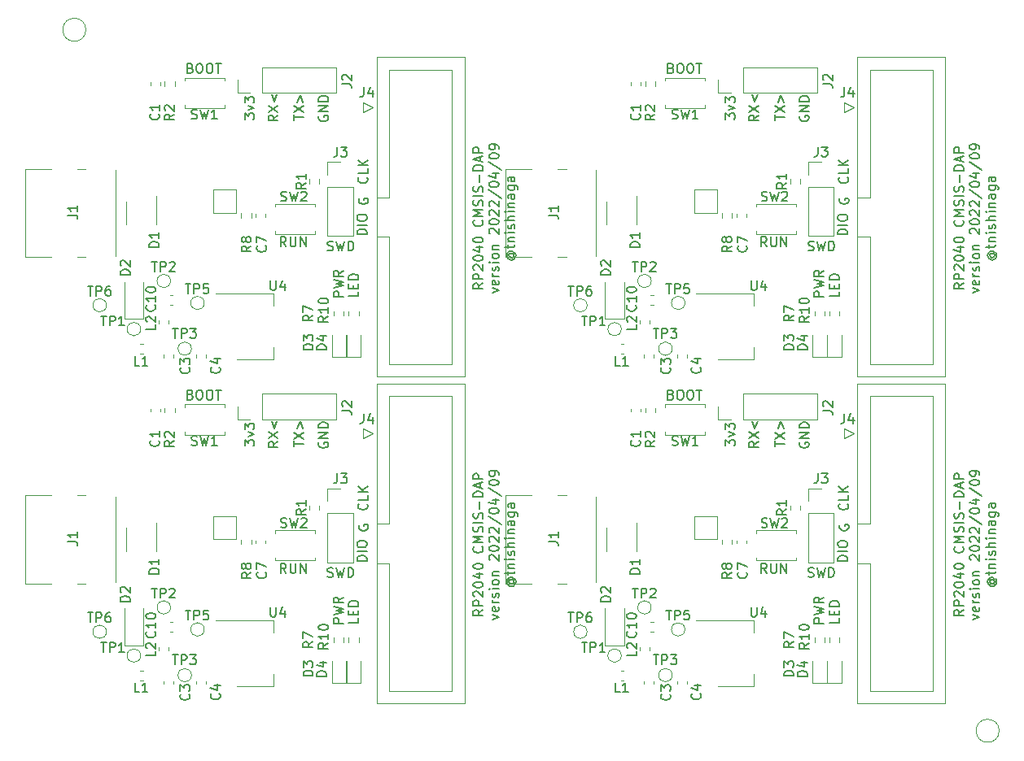
<source format=gto>
G04 #@! TF.GenerationSoftware,KiCad,Pcbnew,(5.1.10-1-10_14)*
G04 #@! TF.CreationDate,2022-04-15T02:52:12+09:00*
G04 #@! TF.ProjectId,cmsis-dap_rp2040,636d7369-732d-4646-9170-5f7270323034,rev?*
G04 #@! TF.SameCoordinates,Original*
G04 #@! TF.FileFunction,Legend,Top*
G04 #@! TF.FilePolarity,Positive*
%FSLAX46Y46*%
G04 Gerber Fmt 4.6, Leading zero omitted, Abs format (unit mm)*
G04 Created by KiCad (PCBNEW (5.1.10-1-10_14)) date 2022-04-15 02:52:12*
%MOMM*%
%LPD*%
G01*
G04 APERTURE LIST*
%ADD10C,0.150000*%
%ADD11C,0.120000*%
G04 APERTURE END LIST*
D10*
X182052380Y-108762857D02*
X182052380Y-109239047D01*
X181052380Y-109239047D01*
X181528571Y-108429523D02*
X181528571Y-108096190D01*
X182052380Y-107953333D02*
X182052380Y-108429523D01*
X181052380Y-108429523D01*
X181052380Y-107953333D01*
X182052380Y-107524761D02*
X181052380Y-107524761D01*
X181052380Y-107286666D01*
X181100000Y-107143809D01*
X181195238Y-107048571D01*
X181290476Y-107000952D01*
X181480952Y-106953333D01*
X181623809Y-106953333D01*
X181814285Y-107000952D01*
X181909523Y-107048571D01*
X182004761Y-107143809D01*
X182052380Y-107286666D01*
X182052380Y-107524761D01*
X132052380Y-108762857D02*
X132052380Y-109239047D01*
X131052380Y-109239047D01*
X131528571Y-108429523D02*
X131528571Y-108096190D01*
X132052380Y-107953333D02*
X132052380Y-108429523D01*
X131052380Y-108429523D01*
X131052380Y-107953333D01*
X132052380Y-107524761D02*
X131052380Y-107524761D01*
X131052380Y-107286666D01*
X131100000Y-107143809D01*
X131195238Y-107048571D01*
X131290476Y-107000952D01*
X131480952Y-106953333D01*
X131623809Y-106953333D01*
X131814285Y-107000952D01*
X131909523Y-107048571D01*
X132004761Y-107143809D01*
X132052380Y-107286666D01*
X132052380Y-107524761D01*
X182052380Y-74762857D02*
X182052380Y-75239047D01*
X181052380Y-75239047D01*
X181528571Y-74429523D02*
X181528571Y-74096190D01*
X182052380Y-73953333D02*
X182052380Y-74429523D01*
X181052380Y-74429523D01*
X181052380Y-73953333D01*
X182052380Y-73524761D02*
X181052380Y-73524761D01*
X181052380Y-73286666D01*
X181100000Y-73143809D01*
X181195238Y-73048571D01*
X181290476Y-73000952D01*
X181480952Y-72953333D01*
X181623809Y-72953333D01*
X181814285Y-73000952D01*
X181909523Y-73048571D01*
X182004761Y-73143809D01*
X182052380Y-73286666D01*
X182052380Y-73524761D01*
X180462380Y-109303333D02*
X179462380Y-109303333D01*
X179462380Y-108922380D01*
X179510000Y-108827142D01*
X179557619Y-108779523D01*
X179652857Y-108731904D01*
X179795714Y-108731904D01*
X179890952Y-108779523D01*
X179938571Y-108827142D01*
X179986190Y-108922380D01*
X179986190Y-109303333D01*
X179462380Y-108398571D02*
X180462380Y-108160476D01*
X179748095Y-107970000D01*
X180462380Y-107779523D01*
X179462380Y-107541428D01*
X180462380Y-106589047D02*
X179986190Y-106922380D01*
X180462380Y-107160476D02*
X179462380Y-107160476D01*
X179462380Y-106779523D01*
X179510000Y-106684285D01*
X179557619Y-106636666D01*
X179652857Y-106589047D01*
X179795714Y-106589047D01*
X179890952Y-106636666D01*
X179938571Y-106684285D01*
X179986190Y-106779523D01*
X179986190Y-107160476D01*
X130462380Y-109303333D02*
X129462380Y-109303333D01*
X129462380Y-108922380D01*
X129510000Y-108827142D01*
X129557619Y-108779523D01*
X129652857Y-108731904D01*
X129795714Y-108731904D01*
X129890952Y-108779523D01*
X129938571Y-108827142D01*
X129986190Y-108922380D01*
X129986190Y-109303333D01*
X129462380Y-108398571D02*
X130462380Y-108160476D01*
X129748095Y-107970000D01*
X130462380Y-107779523D01*
X129462380Y-107541428D01*
X130462380Y-106589047D02*
X129986190Y-106922380D01*
X130462380Y-107160476D02*
X129462380Y-107160476D01*
X129462380Y-106779523D01*
X129510000Y-106684285D01*
X129557619Y-106636666D01*
X129652857Y-106589047D01*
X129795714Y-106589047D01*
X129890952Y-106636666D01*
X129938571Y-106684285D01*
X129986190Y-106779523D01*
X129986190Y-107160476D01*
X180462380Y-75303333D02*
X179462380Y-75303333D01*
X179462380Y-74922380D01*
X179510000Y-74827142D01*
X179557619Y-74779523D01*
X179652857Y-74731904D01*
X179795714Y-74731904D01*
X179890952Y-74779523D01*
X179938571Y-74827142D01*
X179986190Y-74922380D01*
X179986190Y-75303333D01*
X179462380Y-74398571D02*
X180462380Y-74160476D01*
X179748095Y-73970000D01*
X180462380Y-73779523D01*
X179462380Y-73541428D01*
X180462380Y-72589047D02*
X179986190Y-72922380D01*
X180462380Y-73160476D02*
X179462380Y-73160476D01*
X179462380Y-72779523D01*
X179510000Y-72684285D01*
X179557619Y-72636666D01*
X179652857Y-72589047D01*
X179795714Y-72589047D01*
X179890952Y-72636666D01*
X179938571Y-72684285D01*
X179986190Y-72779523D01*
X179986190Y-73160476D01*
X182917142Y-96865238D02*
X182964761Y-96912857D01*
X183012380Y-97055714D01*
X183012380Y-97150952D01*
X182964761Y-97293809D01*
X182869523Y-97389047D01*
X182774285Y-97436666D01*
X182583809Y-97484285D01*
X182440952Y-97484285D01*
X182250476Y-97436666D01*
X182155238Y-97389047D01*
X182060000Y-97293809D01*
X182012380Y-97150952D01*
X182012380Y-97055714D01*
X182060000Y-96912857D01*
X182107619Y-96865238D01*
X183012380Y-95960476D02*
X183012380Y-96436666D01*
X182012380Y-96436666D01*
X183012380Y-95627142D02*
X182012380Y-95627142D01*
X183012380Y-95055714D02*
X182440952Y-95484285D01*
X182012380Y-95055714D02*
X182583809Y-95627142D01*
X132917142Y-96865238D02*
X132964761Y-96912857D01*
X133012380Y-97055714D01*
X133012380Y-97150952D01*
X132964761Y-97293809D01*
X132869523Y-97389047D01*
X132774285Y-97436666D01*
X132583809Y-97484285D01*
X132440952Y-97484285D01*
X132250476Y-97436666D01*
X132155238Y-97389047D01*
X132060000Y-97293809D01*
X132012380Y-97150952D01*
X132012380Y-97055714D01*
X132060000Y-96912857D01*
X132107619Y-96865238D01*
X133012380Y-95960476D02*
X133012380Y-96436666D01*
X132012380Y-96436666D01*
X133012380Y-95627142D02*
X132012380Y-95627142D01*
X133012380Y-95055714D02*
X132440952Y-95484285D01*
X132012380Y-95055714D02*
X132583809Y-95627142D01*
X182917142Y-62865238D02*
X182964761Y-62912857D01*
X183012380Y-63055714D01*
X183012380Y-63150952D01*
X182964761Y-63293809D01*
X182869523Y-63389047D01*
X182774285Y-63436666D01*
X182583809Y-63484285D01*
X182440952Y-63484285D01*
X182250476Y-63436666D01*
X182155238Y-63389047D01*
X182060000Y-63293809D01*
X182012380Y-63150952D01*
X182012380Y-63055714D01*
X182060000Y-62912857D01*
X182107619Y-62865238D01*
X183012380Y-61960476D02*
X183012380Y-62436666D01*
X182012380Y-62436666D01*
X183012380Y-61627142D02*
X182012380Y-61627142D01*
X183012380Y-61055714D02*
X182440952Y-61484285D01*
X182012380Y-61055714D02*
X182583809Y-61627142D01*
X182922380Y-102823809D02*
X181922380Y-102823809D01*
X181922380Y-102585714D01*
X181970000Y-102442857D01*
X182065238Y-102347619D01*
X182160476Y-102300000D01*
X182350952Y-102252380D01*
X182493809Y-102252380D01*
X182684285Y-102300000D01*
X182779523Y-102347619D01*
X182874761Y-102442857D01*
X182922380Y-102585714D01*
X182922380Y-102823809D01*
X182922380Y-101823809D02*
X181922380Y-101823809D01*
X181922380Y-101157142D02*
X181922380Y-100966666D01*
X181970000Y-100871428D01*
X182065238Y-100776190D01*
X182255714Y-100728571D01*
X182589047Y-100728571D01*
X182779523Y-100776190D01*
X182874761Y-100871428D01*
X182922380Y-100966666D01*
X182922380Y-101157142D01*
X182874761Y-101252380D01*
X182779523Y-101347619D01*
X182589047Y-101395238D01*
X182255714Y-101395238D01*
X182065238Y-101347619D01*
X181970000Y-101252380D01*
X181922380Y-101157142D01*
X132922380Y-102823809D02*
X131922380Y-102823809D01*
X131922380Y-102585714D01*
X131970000Y-102442857D01*
X132065238Y-102347619D01*
X132160476Y-102300000D01*
X132350952Y-102252380D01*
X132493809Y-102252380D01*
X132684285Y-102300000D01*
X132779523Y-102347619D01*
X132874761Y-102442857D01*
X132922380Y-102585714D01*
X132922380Y-102823809D01*
X132922380Y-101823809D02*
X131922380Y-101823809D01*
X131922380Y-101157142D02*
X131922380Y-100966666D01*
X131970000Y-100871428D01*
X132065238Y-100776190D01*
X132255714Y-100728571D01*
X132589047Y-100728571D01*
X132779523Y-100776190D01*
X132874761Y-100871428D01*
X132922380Y-100966666D01*
X132922380Y-101157142D01*
X132874761Y-101252380D01*
X132779523Y-101347619D01*
X132589047Y-101395238D01*
X132255714Y-101395238D01*
X132065238Y-101347619D01*
X131970000Y-101252380D01*
X131922380Y-101157142D01*
X182922380Y-68823809D02*
X181922380Y-68823809D01*
X181922380Y-68585714D01*
X181970000Y-68442857D01*
X182065238Y-68347619D01*
X182160476Y-68300000D01*
X182350952Y-68252380D01*
X182493809Y-68252380D01*
X182684285Y-68300000D01*
X182779523Y-68347619D01*
X182874761Y-68442857D01*
X182922380Y-68585714D01*
X182922380Y-68823809D01*
X182922380Y-67823809D02*
X181922380Y-67823809D01*
X181922380Y-67157142D02*
X181922380Y-66966666D01*
X181970000Y-66871428D01*
X182065238Y-66776190D01*
X182255714Y-66728571D01*
X182589047Y-66728571D01*
X182779523Y-66776190D01*
X182874761Y-66871428D01*
X182922380Y-66966666D01*
X182922380Y-67157142D01*
X182874761Y-67252380D01*
X182779523Y-67347619D01*
X182589047Y-67395238D01*
X182255714Y-67395238D01*
X182065238Y-67347619D01*
X181970000Y-67252380D01*
X181922380Y-67157142D01*
X182130000Y-99078095D02*
X182082380Y-99173333D01*
X182082380Y-99316190D01*
X182130000Y-99459047D01*
X182225238Y-99554285D01*
X182320476Y-99601904D01*
X182510952Y-99649523D01*
X182653809Y-99649523D01*
X182844285Y-99601904D01*
X182939523Y-99554285D01*
X183034761Y-99459047D01*
X183082380Y-99316190D01*
X183082380Y-99220952D01*
X183034761Y-99078095D01*
X182987142Y-99030476D01*
X182653809Y-99030476D01*
X182653809Y-99220952D01*
X132130000Y-99078095D02*
X132082380Y-99173333D01*
X132082380Y-99316190D01*
X132130000Y-99459047D01*
X132225238Y-99554285D01*
X132320476Y-99601904D01*
X132510952Y-99649523D01*
X132653809Y-99649523D01*
X132844285Y-99601904D01*
X132939523Y-99554285D01*
X133034761Y-99459047D01*
X133082380Y-99316190D01*
X133082380Y-99220952D01*
X133034761Y-99078095D01*
X132987142Y-99030476D01*
X132653809Y-99030476D01*
X132653809Y-99220952D01*
X182130000Y-65078095D02*
X182082380Y-65173333D01*
X182082380Y-65316190D01*
X182130000Y-65459047D01*
X182225238Y-65554285D01*
X182320476Y-65601904D01*
X182510952Y-65649523D01*
X182653809Y-65649523D01*
X182844285Y-65601904D01*
X182939523Y-65554285D01*
X183034761Y-65459047D01*
X183082380Y-65316190D01*
X183082380Y-65220952D01*
X183034761Y-65078095D01*
X182987142Y-65030476D01*
X182653809Y-65030476D01*
X182653809Y-65220952D01*
X177960000Y-90471904D02*
X177912380Y-90567142D01*
X177912380Y-90710000D01*
X177960000Y-90852857D01*
X178055238Y-90948095D01*
X178150476Y-90995714D01*
X178340952Y-91043333D01*
X178483809Y-91043333D01*
X178674285Y-90995714D01*
X178769523Y-90948095D01*
X178864761Y-90852857D01*
X178912380Y-90710000D01*
X178912380Y-90614761D01*
X178864761Y-90471904D01*
X178817142Y-90424285D01*
X178483809Y-90424285D01*
X178483809Y-90614761D01*
X178912380Y-89995714D02*
X177912380Y-89995714D01*
X178912380Y-89424285D01*
X177912380Y-89424285D01*
X178912380Y-88948095D02*
X177912380Y-88948095D01*
X177912380Y-88710000D01*
X177960000Y-88567142D01*
X178055238Y-88471904D01*
X178150476Y-88424285D01*
X178340952Y-88376666D01*
X178483809Y-88376666D01*
X178674285Y-88424285D01*
X178769523Y-88471904D01*
X178864761Y-88567142D01*
X178912380Y-88710000D01*
X178912380Y-88948095D01*
X127960000Y-90471904D02*
X127912380Y-90567142D01*
X127912380Y-90710000D01*
X127960000Y-90852857D01*
X128055238Y-90948095D01*
X128150476Y-90995714D01*
X128340952Y-91043333D01*
X128483809Y-91043333D01*
X128674285Y-90995714D01*
X128769523Y-90948095D01*
X128864761Y-90852857D01*
X128912380Y-90710000D01*
X128912380Y-90614761D01*
X128864761Y-90471904D01*
X128817142Y-90424285D01*
X128483809Y-90424285D01*
X128483809Y-90614761D01*
X128912380Y-89995714D02*
X127912380Y-89995714D01*
X128912380Y-89424285D01*
X127912380Y-89424285D01*
X128912380Y-88948095D02*
X127912380Y-88948095D01*
X127912380Y-88710000D01*
X127960000Y-88567142D01*
X128055238Y-88471904D01*
X128150476Y-88424285D01*
X128340952Y-88376666D01*
X128483809Y-88376666D01*
X128674285Y-88424285D01*
X128769523Y-88471904D01*
X128864761Y-88567142D01*
X128912380Y-88710000D01*
X128912380Y-88948095D01*
X177960000Y-56471904D02*
X177912380Y-56567142D01*
X177912380Y-56710000D01*
X177960000Y-56852857D01*
X178055238Y-56948095D01*
X178150476Y-56995714D01*
X178340952Y-57043333D01*
X178483809Y-57043333D01*
X178674285Y-56995714D01*
X178769523Y-56948095D01*
X178864761Y-56852857D01*
X178912380Y-56710000D01*
X178912380Y-56614761D01*
X178864761Y-56471904D01*
X178817142Y-56424285D01*
X178483809Y-56424285D01*
X178483809Y-56614761D01*
X178912380Y-55995714D02*
X177912380Y-55995714D01*
X178912380Y-55424285D01*
X177912380Y-55424285D01*
X178912380Y-54948095D02*
X177912380Y-54948095D01*
X177912380Y-54710000D01*
X177960000Y-54567142D01*
X178055238Y-54471904D01*
X178150476Y-54424285D01*
X178340952Y-54376666D01*
X178483809Y-54376666D01*
X178674285Y-54424285D01*
X178769523Y-54471904D01*
X178864761Y-54567142D01*
X178912380Y-54710000D01*
X178912380Y-54948095D01*
X170222380Y-90820476D02*
X170222380Y-90201428D01*
X170603333Y-90534761D01*
X170603333Y-90391904D01*
X170650952Y-90296666D01*
X170698571Y-90249047D01*
X170793809Y-90201428D01*
X171031904Y-90201428D01*
X171127142Y-90249047D01*
X171174761Y-90296666D01*
X171222380Y-90391904D01*
X171222380Y-90677619D01*
X171174761Y-90772857D01*
X171127142Y-90820476D01*
X170555714Y-89868095D02*
X171222380Y-89630000D01*
X170555714Y-89391904D01*
X170222380Y-89106190D02*
X170222380Y-88487142D01*
X170603333Y-88820476D01*
X170603333Y-88677619D01*
X170650952Y-88582380D01*
X170698571Y-88534761D01*
X170793809Y-88487142D01*
X171031904Y-88487142D01*
X171127142Y-88534761D01*
X171174761Y-88582380D01*
X171222380Y-88677619D01*
X171222380Y-88963333D01*
X171174761Y-89058571D01*
X171127142Y-89106190D01*
X120222380Y-90820476D02*
X120222380Y-90201428D01*
X120603333Y-90534761D01*
X120603333Y-90391904D01*
X120650952Y-90296666D01*
X120698571Y-90249047D01*
X120793809Y-90201428D01*
X121031904Y-90201428D01*
X121127142Y-90249047D01*
X121174761Y-90296666D01*
X121222380Y-90391904D01*
X121222380Y-90677619D01*
X121174761Y-90772857D01*
X121127142Y-90820476D01*
X120555714Y-89868095D02*
X121222380Y-89630000D01*
X120555714Y-89391904D01*
X120222380Y-89106190D02*
X120222380Y-88487142D01*
X120603333Y-88820476D01*
X120603333Y-88677619D01*
X120650952Y-88582380D01*
X120698571Y-88534761D01*
X120793809Y-88487142D01*
X121031904Y-88487142D01*
X121127142Y-88534761D01*
X121174761Y-88582380D01*
X121222380Y-88677619D01*
X121222380Y-88963333D01*
X121174761Y-89058571D01*
X121127142Y-89106190D01*
X170222380Y-56820476D02*
X170222380Y-56201428D01*
X170603333Y-56534761D01*
X170603333Y-56391904D01*
X170650952Y-56296666D01*
X170698571Y-56249047D01*
X170793809Y-56201428D01*
X171031904Y-56201428D01*
X171127142Y-56249047D01*
X171174761Y-56296666D01*
X171222380Y-56391904D01*
X171222380Y-56677619D01*
X171174761Y-56772857D01*
X171127142Y-56820476D01*
X170555714Y-55868095D02*
X171222380Y-55630000D01*
X170555714Y-55391904D01*
X170222380Y-55106190D02*
X170222380Y-54487142D01*
X170603333Y-54820476D01*
X170603333Y-54677619D01*
X170650952Y-54582380D01*
X170698571Y-54534761D01*
X170793809Y-54487142D01*
X171031904Y-54487142D01*
X171127142Y-54534761D01*
X171174761Y-54582380D01*
X171222380Y-54677619D01*
X171222380Y-54963333D01*
X171174761Y-55058571D01*
X171127142Y-55106190D01*
X178842857Y-104464761D02*
X178985714Y-104512380D01*
X179223809Y-104512380D01*
X179319047Y-104464761D01*
X179366666Y-104417142D01*
X179414285Y-104321904D01*
X179414285Y-104226666D01*
X179366666Y-104131428D01*
X179319047Y-104083809D01*
X179223809Y-104036190D01*
X179033333Y-103988571D01*
X178938095Y-103940952D01*
X178890476Y-103893333D01*
X178842857Y-103798095D01*
X178842857Y-103702857D01*
X178890476Y-103607619D01*
X178938095Y-103560000D01*
X179033333Y-103512380D01*
X179271428Y-103512380D01*
X179414285Y-103560000D01*
X179747619Y-103512380D02*
X179985714Y-104512380D01*
X180176190Y-103798095D01*
X180366666Y-104512380D01*
X180604761Y-103512380D01*
X180985714Y-104512380D02*
X180985714Y-103512380D01*
X181223809Y-103512380D01*
X181366666Y-103560000D01*
X181461904Y-103655238D01*
X181509523Y-103750476D01*
X181557142Y-103940952D01*
X181557142Y-104083809D01*
X181509523Y-104274285D01*
X181461904Y-104369523D01*
X181366666Y-104464761D01*
X181223809Y-104512380D01*
X180985714Y-104512380D01*
X128842857Y-104464761D02*
X128985714Y-104512380D01*
X129223809Y-104512380D01*
X129319047Y-104464761D01*
X129366666Y-104417142D01*
X129414285Y-104321904D01*
X129414285Y-104226666D01*
X129366666Y-104131428D01*
X129319047Y-104083809D01*
X129223809Y-104036190D01*
X129033333Y-103988571D01*
X128938095Y-103940952D01*
X128890476Y-103893333D01*
X128842857Y-103798095D01*
X128842857Y-103702857D01*
X128890476Y-103607619D01*
X128938095Y-103560000D01*
X129033333Y-103512380D01*
X129271428Y-103512380D01*
X129414285Y-103560000D01*
X129747619Y-103512380D02*
X129985714Y-104512380D01*
X130176190Y-103798095D01*
X130366666Y-104512380D01*
X130604761Y-103512380D01*
X130985714Y-104512380D02*
X130985714Y-103512380D01*
X131223809Y-103512380D01*
X131366666Y-103560000D01*
X131461904Y-103655238D01*
X131509523Y-103750476D01*
X131557142Y-103940952D01*
X131557142Y-104083809D01*
X131509523Y-104274285D01*
X131461904Y-104369523D01*
X131366666Y-104464761D01*
X131223809Y-104512380D01*
X130985714Y-104512380D01*
X178842857Y-70464761D02*
X178985714Y-70512380D01*
X179223809Y-70512380D01*
X179319047Y-70464761D01*
X179366666Y-70417142D01*
X179414285Y-70321904D01*
X179414285Y-70226666D01*
X179366666Y-70131428D01*
X179319047Y-70083809D01*
X179223809Y-70036190D01*
X179033333Y-69988571D01*
X178938095Y-69940952D01*
X178890476Y-69893333D01*
X178842857Y-69798095D01*
X178842857Y-69702857D01*
X178890476Y-69607619D01*
X178938095Y-69560000D01*
X179033333Y-69512380D01*
X179271428Y-69512380D01*
X179414285Y-69560000D01*
X179747619Y-69512380D02*
X179985714Y-70512380D01*
X180176190Y-69798095D01*
X180366666Y-70512380D01*
X180604761Y-69512380D01*
X180985714Y-70512380D02*
X180985714Y-69512380D01*
X181223809Y-69512380D01*
X181366666Y-69560000D01*
X181461904Y-69655238D01*
X181509523Y-69750476D01*
X181557142Y-69940952D01*
X181557142Y-70083809D01*
X181509523Y-70274285D01*
X181461904Y-70369523D01*
X181366666Y-70464761D01*
X181223809Y-70512380D01*
X180985714Y-70512380D01*
X175372380Y-90900952D02*
X175372380Y-90329523D01*
X176372380Y-90615238D02*
X175372380Y-90615238D01*
X175372380Y-90091428D02*
X176372380Y-89424761D01*
X175372380Y-89424761D02*
X176372380Y-90091428D01*
X175705714Y-89043809D02*
X175991428Y-88281904D01*
X176277142Y-89043809D01*
X125372380Y-90900952D02*
X125372380Y-90329523D01*
X126372380Y-90615238D02*
X125372380Y-90615238D01*
X125372380Y-90091428D02*
X126372380Y-89424761D01*
X125372380Y-89424761D02*
X126372380Y-90091428D01*
X125705714Y-89043809D02*
X125991428Y-88281904D01*
X126277142Y-89043809D01*
X175372380Y-56900952D02*
X175372380Y-56329523D01*
X176372380Y-56615238D02*
X175372380Y-56615238D01*
X175372380Y-56091428D02*
X176372380Y-55424761D01*
X175372380Y-55424761D02*
X176372380Y-56091428D01*
X175705714Y-55043809D02*
X175991428Y-54281904D01*
X176277142Y-55043809D01*
X174531904Y-104072380D02*
X174198571Y-103596190D01*
X173960476Y-104072380D02*
X173960476Y-103072380D01*
X174341428Y-103072380D01*
X174436666Y-103120000D01*
X174484285Y-103167619D01*
X174531904Y-103262857D01*
X174531904Y-103405714D01*
X174484285Y-103500952D01*
X174436666Y-103548571D01*
X174341428Y-103596190D01*
X173960476Y-103596190D01*
X174960476Y-103072380D02*
X174960476Y-103881904D01*
X175008095Y-103977142D01*
X175055714Y-104024761D01*
X175150952Y-104072380D01*
X175341428Y-104072380D01*
X175436666Y-104024761D01*
X175484285Y-103977142D01*
X175531904Y-103881904D01*
X175531904Y-103072380D01*
X176008095Y-104072380D02*
X176008095Y-103072380D01*
X176579523Y-104072380D01*
X176579523Y-103072380D01*
X124531904Y-104072380D02*
X124198571Y-103596190D01*
X123960476Y-104072380D02*
X123960476Y-103072380D01*
X124341428Y-103072380D01*
X124436666Y-103120000D01*
X124484285Y-103167619D01*
X124531904Y-103262857D01*
X124531904Y-103405714D01*
X124484285Y-103500952D01*
X124436666Y-103548571D01*
X124341428Y-103596190D01*
X123960476Y-103596190D01*
X124960476Y-103072380D02*
X124960476Y-103881904D01*
X125008095Y-103977142D01*
X125055714Y-104024761D01*
X125150952Y-104072380D01*
X125341428Y-104072380D01*
X125436666Y-104024761D01*
X125484285Y-103977142D01*
X125531904Y-103881904D01*
X125531904Y-103072380D01*
X126008095Y-104072380D02*
X126008095Y-103072380D01*
X126579523Y-104072380D01*
X126579523Y-103072380D01*
X174531904Y-70072380D02*
X174198571Y-69596190D01*
X173960476Y-70072380D02*
X173960476Y-69072380D01*
X174341428Y-69072380D01*
X174436666Y-69120000D01*
X174484285Y-69167619D01*
X174531904Y-69262857D01*
X174531904Y-69405714D01*
X174484285Y-69500952D01*
X174436666Y-69548571D01*
X174341428Y-69596190D01*
X173960476Y-69596190D01*
X174960476Y-69072380D02*
X174960476Y-69881904D01*
X175008095Y-69977142D01*
X175055714Y-70024761D01*
X175150952Y-70072380D01*
X175341428Y-70072380D01*
X175436666Y-70024761D01*
X175484285Y-69977142D01*
X175531904Y-69881904D01*
X175531904Y-69072380D01*
X176008095Y-70072380D02*
X176008095Y-69072380D01*
X176579523Y-70072380D01*
X176579523Y-69072380D01*
X195002380Y-107905714D02*
X194526190Y-108239047D01*
X195002380Y-108477142D02*
X194002380Y-108477142D01*
X194002380Y-108096190D01*
X194050000Y-108000952D01*
X194097619Y-107953333D01*
X194192857Y-107905714D01*
X194335714Y-107905714D01*
X194430952Y-107953333D01*
X194478571Y-108000952D01*
X194526190Y-108096190D01*
X194526190Y-108477142D01*
X195002380Y-107477142D02*
X194002380Y-107477142D01*
X194002380Y-107096190D01*
X194050000Y-107000952D01*
X194097619Y-106953333D01*
X194192857Y-106905714D01*
X194335714Y-106905714D01*
X194430952Y-106953333D01*
X194478571Y-107000952D01*
X194526190Y-107096190D01*
X194526190Y-107477142D01*
X194097619Y-106524761D02*
X194050000Y-106477142D01*
X194002380Y-106381904D01*
X194002380Y-106143809D01*
X194050000Y-106048571D01*
X194097619Y-106000952D01*
X194192857Y-105953333D01*
X194288095Y-105953333D01*
X194430952Y-106000952D01*
X195002380Y-106572380D01*
X195002380Y-105953333D01*
X194002380Y-105334285D02*
X194002380Y-105239047D01*
X194050000Y-105143809D01*
X194097619Y-105096190D01*
X194192857Y-105048571D01*
X194383333Y-105000952D01*
X194621428Y-105000952D01*
X194811904Y-105048571D01*
X194907142Y-105096190D01*
X194954761Y-105143809D01*
X195002380Y-105239047D01*
X195002380Y-105334285D01*
X194954761Y-105429523D01*
X194907142Y-105477142D01*
X194811904Y-105524761D01*
X194621428Y-105572380D01*
X194383333Y-105572380D01*
X194192857Y-105524761D01*
X194097619Y-105477142D01*
X194050000Y-105429523D01*
X194002380Y-105334285D01*
X194335714Y-104143809D02*
X195002380Y-104143809D01*
X193954761Y-104381904D02*
X194669047Y-104620000D01*
X194669047Y-104000952D01*
X194002380Y-103429523D02*
X194002380Y-103334285D01*
X194050000Y-103239047D01*
X194097619Y-103191428D01*
X194192857Y-103143809D01*
X194383333Y-103096190D01*
X194621428Y-103096190D01*
X194811904Y-103143809D01*
X194907142Y-103191428D01*
X194954761Y-103239047D01*
X195002380Y-103334285D01*
X195002380Y-103429523D01*
X194954761Y-103524761D01*
X194907142Y-103572380D01*
X194811904Y-103620000D01*
X194621428Y-103667619D01*
X194383333Y-103667619D01*
X194192857Y-103620000D01*
X194097619Y-103572380D01*
X194050000Y-103524761D01*
X194002380Y-103429523D01*
X194907142Y-101334285D02*
X194954761Y-101381904D01*
X195002380Y-101524761D01*
X195002380Y-101620000D01*
X194954761Y-101762857D01*
X194859523Y-101858095D01*
X194764285Y-101905714D01*
X194573809Y-101953333D01*
X194430952Y-101953333D01*
X194240476Y-101905714D01*
X194145238Y-101858095D01*
X194050000Y-101762857D01*
X194002380Y-101620000D01*
X194002380Y-101524761D01*
X194050000Y-101381904D01*
X194097619Y-101334285D01*
X195002380Y-100905714D02*
X194002380Y-100905714D01*
X194716666Y-100572380D01*
X194002380Y-100239047D01*
X195002380Y-100239047D01*
X194954761Y-99810476D02*
X195002380Y-99667619D01*
X195002380Y-99429523D01*
X194954761Y-99334285D01*
X194907142Y-99286666D01*
X194811904Y-99239047D01*
X194716666Y-99239047D01*
X194621428Y-99286666D01*
X194573809Y-99334285D01*
X194526190Y-99429523D01*
X194478571Y-99620000D01*
X194430952Y-99715238D01*
X194383333Y-99762857D01*
X194288095Y-99810476D01*
X194192857Y-99810476D01*
X194097619Y-99762857D01*
X194050000Y-99715238D01*
X194002380Y-99620000D01*
X194002380Y-99381904D01*
X194050000Y-99239047D01*
X195002380Y-98810476D02*
X194002380Y-98810476D01*
X194954761Y-98381904D02*
X195002380Y-98239047D01*
X195002380Y-98000952D01*
X194954761Y-97905714D01*
X194907142Y-97858095D01*
X194811904Y-97810476D01*
X194716666Y-97810476D01*
X194621428Y-97858095D01*
X194573809Y-97905714D01*
X194526190Y-98000952D01*
X194478571Y-98191428D01*
X194430952Y-98286666D01*
X194383333Y-98334285D01*
X194288095Y-98381904D01*
X194192857Y-98381904D01*
X194097619Y-98334285D01*
X194050000Y-98286666D01*
X194002380Y-98191428D01*
X194002380Y-97953333D01*
X194050000Y-97810476D01*
X194621428Y-97381904D02*
X194621428Y-96620000D01*
X195002380Y-96143809D02*
X194002380Y-96143809D01*
X194002380Y-95905714D01*
X194050000Y-95762857D01*
X194145238Y-95667619D01*
X194240476Y-95620000D01*
X194430952Y-95572380D01*
X194573809Y-95572380D01*
X194764285Y-95620000D01*
X194859523Y-95667619D01*
X194954761Y-95762857D01*
X195002380Y-95905714D01*
X195002380Y-96143809D01*
X194716666Y-95191428D02*
X194716666Y-94715238D01*
X195002380Y-95286666D02*
X194002380Y-94953333D01*
X195002380Y-94620000D01*
X195002380Y-94286666D02*
X194002380Y-94286666D01*
X194002380Y-93905714D01*
X194050000Y-93810476D01*
X194097619Y-93762857D01*
X194192857Y-93715238D01*
X194335714Y-93715238D01*
X194430952Y-93762857D01*
X194478571Y-93810476D01*
X194526190Y-93905714D01*
X194526190Y-94286666D01*
X195985714Y-108881904D02*
X196652380Y-108643809D01*
X195985714Y-108405714D01*
X196604761Y-107643809D02*
X196652380Y-107739047D01*
X196652380Y-107929523D01*
X196604761Y-108024761D01*
X196509523Y-108072380D01*
X196128571Y-108072380D01*
X196033333Y-108024761D01*
X195985714Y-107929523D01*
X195985714Y-107739047D01*
X196033333Y-107643809D01*
X196128571Y-107596190D01*
X196223809Y-107596190D01*
X196319047Y-108072380D01*
X196652380Y-107167619D02*
X195985714Y-107167619D01*
X196176190Y-107167619D02*
X196080952Y-107120000D01*
X196033333Y-107072380D01*
X195985714Y-106977142D01*
X195985714Y-106881904D01*
X196604761Y-106596190D02*
X196652380Y-106500952D01*
X196652380Y-106310476D01*
X196604761Y-106215238D01*
X196509523Y-106167619D01*
X196461904Y-106167619D01*
X196366666Y-106215238D01*
X196319047Y-106310476D01*
X196319047Y-106453333D01*
X196271428Y-106548571D01*
X196176190Y-106596190D01*
X196128571Y-106596190D01*
X196033333Y-106548571D01*
X195985714Y-106453333D01*
X195985714Y-106310476D01*
X196033333Y-106215238D01*
X196652380Y-105739047D02*
X195985714Y-105739047D01*
X195652380Y-105739047D02*
X195700000Y-105786666D01*
X195747619Y-105739047D01*
X195700000Y-105691428D01*
X195652380Y-105739047D01*
X195747619Y-105739047D01*
X196652380Y-105120000D02*
X196604761Y-105215238D01*
X196557142Y-105262857D01*
X196461904Y-105310476D01*
X196176190Y-105310476D01*
X196080952Y-105262857D01*
X196033333Y-105215238D01*
X195985714Y-105120000D01*
X195985714Y-104977142D01*
X196033333Y-104881904D01*
X196080952Y-104834285D01*
X196176190Y-104786666D01*
X196461904Y-104786666D01*
X196557142Y-104834285D01*
X196604761Y-104881904D01*
X196652380Y-104977142D01*
X196652380Y-105120000D01*
X195985714Y-104358095D02*
X196652380Y-104358095D01*
X196080952Y-104358095D02*
X196033333Y-104310476D01*
X195985714Y-104215238D01*
X195985714Y-104072380D01*
X196033333Y-103977142D01*
X196128571Y-103929523D01*
X196652380Y-103929523D01*
X195747619Y-102739047D02*
X195700000Y-102691428D01*
X195652380Y-102596190D01*
X195652380Y-102358095D01*
X195700000Y-102262857D01*
X195747619Y-102215238D01*
X195842857Y-102167619D01*
X195938095Y-102167619D01*
X196080952Y-102215238D01*
X196652380Y-102786666D01*
X196652380Y-102167619D01*
X195652380Y-101548571D02*
X195652380Y-101453333D01*
X195700000Y-101358095D01*
X195747619Y-101310476D01*
X195842857Y-101262857D01*
X196033333Y-101215238D01*
X196271428Y-101215238D01*
X196461904Y-101262857D01*
X196557142Y-101310476D01*
X196604761Y-101358095D01*
X196652380Y-101453333D01*
X196652380Y-101548571D01*
X196604761Y-101643809D01*
X196557142Y-101691428D01*
X196461904Y-101739047D01*
X196271428Y-101786666D01*
X196033333Y-101786666D01*
X195842857Y-101739047D01*
X195747619Y-101691428D01*
X195700000Y-101643809D01*
X195652380Y-101548571D01*
X195747619Y-100834285D02*
X195700000Y-100786666D01*
X195652380Y-100691428D01*
X195652380Y-100453333D01*
X195700000Y-100358095D01*
X195747619Y-100310476D01*
X195842857Y-100262857D01*
X195938095Y-100262857D01*
X196080952Y-100310476D01*
X196652380Y-100881904D01*
X196652380Y-100262857D01*
X195747619Y-99881904D02*
X195700000Y-99834285D01*
X195652380Y-99739047D01*
X195652380Y-99500952D01*
X195700000Y-99405714D01*
X195747619Y-99358095D01*
X195842857Y-99310476D01*
X195938095Y-99310476D01*
X196080952Y-99358095D01*
X196652380Y-99929523D01*
X196652380Y-99310476D01*
X195604761Y-98167619D02*
X196890476Y-99024761D01*
X195652380Y-97643809D02*
X195652380Y-97548571D01*
X195700000Y-97453333D01*
X195747619Y-97405714D01*
X195842857Y-97358095D01*
X196033333Y-97310476D01*
X196271428Y-97310476D01*
X196461904Y-97358095D01*
X196557142Y-97405714D01*
X196604761Y-97453333D01*
X196652380Y-97548571D01*
X196652380Y-97643809D01*
X196604761Y-97739047D01*
X196557142Y-97786666D01*
X196461904Y-97834285D01*
X196271428Y-97881904D01*
X196033333Y-97881904D01*
X195842857Y-97834285D01*
X195747619Y-97786666D01*
X195700000Y-97739047D01*
X195652380Y-97643809D01*
X195985714Y-96453333D02*
X196652380Y-96453333D01*
X195604761Y-96691428D02*
X196319047Y-96929523D01*
X196319047Y-96310476D01*
X195604761Y-95215238D02*
X196890476Y-96072380D01*
X195652380Y-94691428D02*
X195652380Y-94596190D01*
X195700000Y-94500952D01*
X195747619Y-94453333D01*
X195842857Y-94405714D01*
X196033333Y-94358095D01*
X196271428Y-94358095D01*
X196461904Y-94405714D01*
X196557142Y-94453333D01*
X196604761Y-94500952D01*
X196652380Y-94596190D01*
X196652380Y-94691428D01*
X196604761Y-94786666D01*
X196557142Y-94834285D01*
X196461904Y-94881904D01*
X196271428Y-94929523D01*
X196033333Y-94929523D01*
X195842857Y-94881904D01*
X195747619Y-94834285D01*
X195700000Y-94786666D01*
X195652380Y-94691428D01*
X196652380Y-93881904D02*
X196652380Y-93691428D01*
X196604761Y-93596190D01*
X196557142Y-93548571D01*
X196414285Y-93453333D01*
X196223809Y-93405714D01*
X195842857Y-93405714D01*
X195747619Y-93453333D01*
X195700000Y-93500952D01*
X195652380Y-93596190D01*
X195652380Y-93786666D01*
X195700000Y-93881904D01*
X195747619Y-93929523D01*
X195842857Y-93977142D01*
X196080952Y-93977142D01*
X196176190Y-93929523D01*
X196223809Y-93881904D01*
X196271428Y-93786666D01*
X196271428Y-93596190D01*
X196223809Y-93500952D01*
X196176190Y-93453333D01*
X196080952Y-93405714D01*
X197826190Y-104786666D02*
X197778571Y-104834285D01*
X197730952Y-104929523D01*
X197730952Y-105024761D01*
X197778571Y-105120000D01*
X197826190Y-105167619D01*
X197921428Y-105215238D01*
X198016666Y-105215238D01*
X198111904Y-105167619D01*
X198159523Y-105120000D01*
X198207142Y-105024761D01*
X198207142Y-104929523D01*
X198159523Y-104834285D01*
X198111904Y-104786666D01*
X197730952Y-104786666D02*
X198111904Y-104786666D01*
X198159523Y-104739047D01*
X198159523Y-104691428D01*
X198111904Y-104596190D01*
X198016666Y-104548571D01*
X197778571Y-104548571D01*
X197635714Y-104643809D01*
X197540476Y-104786666D01*
X197492857Y-104977142D01*
X197540476Y-105167619D01*
X197635714Y-105310476D01*
X197778571Y-105405714D01*
X197969047Y-105453333D01*
X198159523Y-105405714D01*
X198302380Y-105310476D01*
X198397619Y-105167619D01*
X198445238Y-104977142D01*
X198397619Y-104786666D01*
X198302380Y-104643809D01*
X197635714Y-104262857D02*
X197635714Y-103881904D01*
X197302380Y-104120000D02*
X198159523Y-104120000D01*
X198254761Y-104072380D01*
X198302380Y-103977142D01*
X198302380Y-103881904D01*
X197635714Y-103548571D02*
X198302380Y-103548571D01*
X197730952Y-103548571D02*
X197683333Y-103500952D01*
X197635714Y-103405714D01*
X197635714Y-103262857D01*
X197683333Y-103167619D01*
X197778571Y-103120000D01*
X198302380Y-103120000D01*
X198302380Y-102643809D02*
X197635714Y-102643809D01*
X197302380Y-102643809D02*
X197350000Y-102691428D01*
X197397619Y-102643809D01*
X197350000Y-102596190D01*
X197302380Y-102643809D01*
X197397619Y-102643809D01*
X198254761Y-102215238D02*
X198302380Y-102120000D01*
X198302380Y-101929523D01*
X198254761Y-101834285D01*
X198159523Y-101786666D01*
X198111904Y-101786666D01*
X198016666Y-101834285D01*
X197969047Y-101929523D01*
X197969047Y-102072380D01*
X197921428Y-102167619D01*
X197826190Y-102215238D01*
X197778571Y-102215238D01*
X197683333Y-102167619D01*
X197635714Y-102072380D01*
X197635714Y-101929523D01*
X197683333Y-101834285D01*
X198302380Y-101358095D02*
X197302380Y-101358095D01*
X198302380Y-100929523D02*
X197778571Y-100929523D01*
X197683333Y-100977142D01*
X197635714Y-101072380D01*
X197635714Y-101215238D01*
X197683333Y-101310476D01*
X197730952Y-101358095D01*
X198302380Y-100453333D02*
X197635714Y-100453333D01*
X197302380Y-100453333D02*
X197350000Y-100500952D01*
X197397619Y-100453333D01*
X197350000Y-100405714D01*
X197302380Y-100453333D01*
X197397619Y-100453333D01*
X197635714Y-99977142D02*
X198302380Y-99977142D01*
X197730952Y-99977142D02*
X197683333Y-99929523D01*
X197635714Y-99834285D01*
X197635714Y-99691428D01*
X197683333Y-99596190D01*
X197778571Y-99548571D01*
X198302380Y-99548571D01*
X198302380Y-98643809D02*
X197778571Y-98643809D01*
X197683333Y-98691428D01*
X197635714Y-98786666D01*
X197635714Y-98977142D01*
X197683333Y-99072380D01*
X198254761Y-98643809D02*
X198302380Y-98739047D01*
X198302380Y-98977142D01*
X198254761Y-99072380D01*
X198159523Y-99120000D01*
X198064285Y-99120000D01*
X197969047Y-99072380D01*
X197921428Y-98977142D01*
X197921428Y-98739047D01*
X197873809Y-98643809D01*
X197635714Y-97739047D02*
X198445238Y-97739047D01*
X198540476Y-97786666D01*
X198588095Y-97834285D01*
X198635714Y-97929523D01*
X198635714Y-98072380D01*
X198588095Y-98167619D01*
X198254761Y-97739047D02*
X198302380Y-97834285D01*
X198302380Y-98024761D01*
X198254761Y-98120000D01*
X198207142Y-98167619D01*
X198111904Y-98215238D01*
X197826190Y-98215238D01*
X197730952Y-98167619D01*
X197683333Y-98120000D01*
X197635714Y-98024761D01*
X197635714Y-97834285D01*
X197683333Y-97739047D01*
X198302380Y-96834285D02*
X197778571Y-96834285D01*
X197683333Y-96881904D01*
X197635714Y-96977142D01*
X197635714Y-97167619D01*
X197683333Y-97262857D01*
X198254761Y-96834285D02*
X198302380Y-96929523D01*
X198302380Y-97167619D01*
X198254761Y-97262857D01*
X198159523Y-97310476D01*
X198064285Y-97310476D01*
X197969047Y-97262857D01*
X197921428Y-97167619D01*
X197921428Y-96929523D01*
X197873809Y-96834285D01*
X145002380Y-107905714D02*
X144526190Y-108239047D01*
X145002380Y-108477142D02*
X144002380Y-108477142D01*
X144002380Y-108096190D01*
X144050000Y-108000952D01*
X144097619Y-107953333D01*
X144192857Y-107905714D01*
X144335714Y-107905714D01*
X144430952Y-107953333D01*
X144478571Y-108000952D01*
X144526190Y-108096190D01*
X144526190Y-108477142D01*
X145002380Y-107477142D02*
X144002380Y-107477142D01*
X144002380Y-107096190D01*
X144050000Y-107000952D01*
X144097619Y-106953333D01*
X144192857Y-106905714D01*
X144335714Y-106905714D01*
X144430952Y-106953333D01*
X144478571Y-107000952D01*
X144526190Y-107096190D01*
X144526190Y-107477142D01*
X144097619Y-106524761D02*
X144050000Y-106477142D01*
X144002380Y-106381904D01*
X144002380Y-106143809D01*
X144050000Y-106048571D01*
X144097619Y-106000952D01*
X144192857Y-105953333D01*
X144288095Y-105953333D01*
X144430952Y-106000952D01*
X145002380Y-106572380D01*
X145002380Y-105953333D01*
X144002380Y-105334285D02*
X144002380Y-105239047D01*
X144050000Y-105143809D01*
X144097619Y-105096190D01*
X144192857Y-105048571D01*
X144383333Y-105000952D01*
X144621428Y-105000952D01*
X144811904Y-105048571D01*
X144907142Y-105096190D01*
X144954761Y-105143809D01*
X145002380Y-105239047D01*
X145002380Y-105334285D01*
X144954761Y-105429523D01*
X144907142Y-105477142D01*
X144811904Y-105524761D01*
X144621428Y-105572380D01*
X144383333Y-105572380D01*
X144192857Y-105524761D01*
X144097619Y-105477142D01*
X144050000Y-105429523D01*
X144002380Y-105334285D01*
X144335714Y-104143809D02*
X145002380Y-104143809D01*
X143954761Y-104381904D02*
X144669047Y-104620000D01*
X144669047Y-104000952D01*
X144002380Y-103429523D02*
X144002380Y-103334285D01*
X144050000Y-103239047D01*
X144097619Y-103191428D01*
X144192857Y-103143809D01*
X144383333Y-103096190D01*
X144621428Y-103096190D01*
X144811904Y-103143809D01*
X144907142Y-103191428D01*
X144954761Y-103239047D01*
X145002380Y-103334285D01*
X145002380Y-103429523D01*
X144954761Y-103524761D01*
X144907142Y-103572380D01*
X144811904Y-103620000D01*
X144621428Y-103667619D01*
X144383333Y-103667619D01*
X144192857Y-103620000D01*
X144097619Y-103572380D01*
X144050000Y-103524761D01*
X144002380Y-103429523D01*
X144907142Y-101334285D02*
X144954761Y-101381904D01*
X145002380Y-101524761D01*
X145002380Y-101620000D01*
X144954761Y-101762857D01*
X144859523Y-101858095D01*
X144764285Y-101905714D01*
X144573809Y-101953333D01*
X144430952Y-101953333D01*
X144240476Y-101905714D01*
X144145238Y-101858095D01*
X144050000Y-101762857D01*
X144002380Y-101620000D01*
X144002380Y-101524761D01*
X144050000Y-101381904D01*
X144097619Y-101334285D01*
X145002380Y-100905714D02*
X144002380Y-100905714D01*
X144716666Y-100572380D01*
X144002380Y-100239047D01*
X145002380Y-100239047D01*
X144954761Y-99810476D02*
X145002380Y-99667619D01*
X145002380Y-99429523D01*
X144954761Y-99334285D01*
X144907142Y-99286666D01*
X144811904Y-99239047D01*
X144716666Y-99239047D01*
X144621428Y-99286666D01*
X144573809Y-99334285D01*
X144526190Y-99429523D01*
X144478571Y-99620000D01*
X144430952Y-99715238D01*
X144383333Y-99762857D01*
X144288095Y-99810476D01*
X144192857Y-99810476D01*
X144097619Y-99762857D01*
X144050000Y-99715238D01*
X144002380Y-99620000D01*
X144002380Y-99381904D01*
X144050000Y-99239047D01*
X145002380Y-98810476D02*
X144002380Y-98810476D01*
X144954761Y-98381904D02*
X145002380Y-98239047D01*
X145002380Y-98000952D01*
X144954761Y-97905714D01*
X144907142Y-97858095D01*
X144811904Y-97810476D01*
X144716666Y-97810476D01*
X144621428Y-97858095D01*
X144573809Y-97905714D01*
X144526190Y-98000952D01*
X144478571Y-98191428D01*
X144430952Y-98286666D01*
X144383333Y-98334285D01*
X144288095Y-98381904D01*
X144192857Y-98381904D01*
X144097619Y-98334285D01*
X144050000Y-98286666D01*
X144002380Y-98191428D01*
X144002380Y-97953333D01*
X144050000Y-97810476D01*
X144621428Y-97381904D02*
X144621428Y-96620000D01*
X145002380Y-96143809D02*
X144002380Y-96143809D01*
X144002380Y-95905714D01*
X144050000Y-95762857D01*
X144145238Y-95667619D01*
X144240476Y-95620000D01*
X144430952Y-95572380D01*
X144573809Y-95572380D01*
X144764285Y-95620000D01*
X144859523Y-95667619D01*
X144954761Y-95762857D01*
X145002380Y-95905714D01*
X145002380Y-96143809D01*
X144716666Y-95191428D02*
X144716666Y-94715238D01*
X145002380Y-95286666D02*
X144002380Y-94953333D01*
X145002380Y-94620000D01*
X145002380Y-94286666D02*
X144002380Y-94286666D01*
X144002380Y-93905714D01*
X144050000Y-93810476D01*
X144097619Y-93762857D01*
X144192857Y-93715238D01*
X144335714Y-93715238D01*
X144430952Y-93762857D01*
X144478571Y-93810476D01*
X144526190Y-93905714D01*
X144526190Y-94286666D01*
X145985714Y-108881904D02*
X146652380Y-108643809D01*
X145985714Y-108405714D01*
X146604761Y-107643809D02*
X146652380Y-107739047D01*
X146652380Y-107929523D01*
X146604761Y-108024761D01*
X146509523Y-108072380D01*
X146128571Y-108072380D01*
X146033333Y-108024761D01*
X145985714Y-107929523D01*
X145985714Y-107739047D01*
X146033333Y-107643809D01*
X146128571Y-107596190D01*
X146223809Y-107596190D01*
X146319047Y-108072380D01*
X146652380Y-107167619D02*
X145985714Y-107167619D01*
X146176190Y-107167619D02*
X146080952Y-107120000D01*
X146033333Y-107072380D01*
X145985714Y-106977142D01*
X145985714Y-106881904D01*
X146604761Y-106596190D02*
X146652380Y-106500952D01*
X146652380Y-106310476D01*
X146604761Y-106215238D01*
X146509523Y-106167619D01*
X146461904Y-106167619D01*
X146366666Y-106215238D01*
X146319047Y-106310476D01*
X146319047Y-106453333D01*
X146271428Y-106548571D01*
X146176190Y-106596190D01*
X146128571Y-106596190D01*
X146033333Y-106548571D01*
X145985714Y-106453333D01*
X145985714Y-106310476D01*
X146033333Y-106215238D01*
X146652380Y-105739047D02*
X145985714Y-105739047D01*
X145652380Y-105739047D02*
X145700000Y-105786666D01*
X145747619Y-105739047D01*
X145700000Y-105691428D01*
X145652380Y-105739047D01*
X145747619Y-105739047D01*
X146652380Y-105120000D02*
X146604761Y-105215238D01*
X146557142Y-105262857D01*
X146461904Y-105310476D01*
X146176190Y-105310476D01*
X146080952Y-105262857D01*
X146033333Y-105215238D01*
X145985714Y-105120000D01*
X145985714Y-104977142D01*
X146033333Y-104881904D01*
X146080952Y-104834285D01*
X146176190Y-104786666D01*
X146461904Y-104786666D01*
X146557142Y-104834285D01*
X146604761Y-104881904D01*
X146652380Y-104977142D01*
X146652380Y-105120000D01*
X145985714Y-104358095D02*
X146652380Y-104358095D01*
X146080952Y-104358095D02*
X146033333Y-104310476D01*
X145985714Y-104215238D01*
X145985714Y-104072380D01*
X146033333Y-103977142D01*
X146128571Y-103929523D01*
X146652380Y-103929523D01*
X145747619Y-102739047D02*
X145700000Y-102691428D01*
X145652380Y-102596190D01*
X145652380Y-102358095D01*
X145700000Y-102262857D01*
X145747619Y-102215238D01*
X145842857Y-102167619D01*
X145938095Y-102167619D01*
X146080952Y-102215238D01*
X146652380Y-102786666D01*
X146652380Y-102167619D01*
X145652380Y-101548571D02*
X145652380Y-101453333D01*
X145700000Y-101358095D01*
X145747619Y-101310476D01*
X145842857Y-101262857D01*
X146033333Y-101215238D01*
X146271428Y-101215238D01*
X146461904Y-101262857D01*
X146557142Y-101310476D01*
X146604761Y-101358095D01*
X146652380Y-101453333D01*
X146652380Y-101548571D01*
X146604761Y-101643809D01*
X146557142Y-101691428D01*
X146461904Y-101739047D01*
X146271428Y-101786666D01*
X146033333Y-101786666D01*
X145842857Y-101739047D01*
X145747619Y-101691428D01*
X145700000Y-101643809D01*
X145652380Y-101548571D01*
X145747619Y-100834285D02*
X145700000Y-100786666D01*
X145652380Y-100691428D01*
X145652380Y-100453333D01*
X145700000Y-100358095D01*
X145747619Y-100310476D01*
X145842857Y-100262857D01*
X145938095Y-100262857D01*
X146080952Y-100310476D01*
X146652380Y-100881904D01*
X146652380Y-100262857D01*
X145747619Y-99881904D02*
X145700000Y-99834285D01*
X145652380Y-99739047D01*
X145652380Y-99500952D01*
X145700000Y-99405714D01*
X145747619Y-99358095D01*
X145842857Y-99310476D01*
X145938095Y-99310476D01*
X146080952Y-99358095D01*
X146652380Y-99929523D01*
X146652380Y-99310476D01*
X145604761Y-98167619D02*
X146890476Y-99024761D01*
X145652380Y-97643809D02*
X145652380Y-97548571D01*
X145700000Y-97453333D01*
X145747619Y-97405714D01*
X145842857Y-97358095D01*
X146033333Y-97310476D01*
X146271428Y-97310476D01*
X146461904Y-97358095D01*
X146557142Y-97405714D01*
X146604761Y-97453333D01*
X146652380Y-97548571D01*
X146652380Y-97643809D01*
X146604761Y-97739047D01*
X146557142Y-97786666D01*
X146461904Y-97834285D01*
X146271428Y-97881904D01*
X146033333Y-97881904D01*
X145842857Y-97834285D01*
X145747619Y-97786666D01*
X145700000Y-97739047D01*
X145652380Y-97643809D01*
X145985714Y-96453333D02*
X146652380Y-96453333D01*
X145604761Y-96691428D02*
X146319047Y-96929523D01*
X146319047Y-96310476D01*
X145604761Y-95215238D02*
X146890476Y-96072380D01*
X145652380Y-94691428D02*
X145652380Y-94596190D01*
X145700000Y-94500952D01*
X145747619Y-94453333D01*
X145842857Y-94405714D01*
X146033333Y-94358095D01*
X146271428Y-94358095D01*
X146461904Y-94405714D01*
X146557142Y-94453333D01*
X146604761Y-94500952D01*
X146652380Y-94596190D01*
X146652380Y-94691428D01*
X146604761Y-94786666D01*
X146557142Y-94834285D01*
X146461904Y-94881904D01*
X146271428Y-94929523D01*
X146033333Y-94929523D01*
X145842857Y-94881904D01*
X145747619Y-94834285D01*
X145700000Y-94786666D01*
X145652380Y-94691428D01*
X146652380Y-93881904D02*
X146652380Y-93691428D01*
X146604761Y-93596190D01*
X146557142Y-93548571D01*
X146414285Y-93453333D01*
X146223809Y-93405714D01*
X145842857Y-93405714D01*
X145747619Y-93453333D01*
X145700000Y-93500952D01*
X145652380Y-93596190D01*
X145652380Y-93786666D01*
X145700000Y-93881904D01*
X145747619Y-93929523D01*
X145842857Y-93977142D01*
X146080952Y-93977142D01*
X146176190Y-93929523D01*
X146223809Y-93881904D01*
X146271428Y-93786666D01*
X146271428Y-93596190D01*
X146223809Y-93500952D01*
X146176190Y-93453333D01*
X146080952Y-93405714D01*
X147826190Y-104786666D02*
X147778571Y-104834285D01*
X147730952Y-104929523D01*
X147730952Y-105024761D01*
X147778571Y-105120000D01*
X147826190Y-105167619D01*
X147921428Y-105215238D01*
X148016666Y-105215238D01*
X148111904Y-105167619D01*
X148159523Y-105120000D01*
X148207142Y-105024761D01*
X148207142Y-104929523D01*
X148159523Y-104834285D01*
X148111904Y-104786666D01*
X147730952Y-104786666D02*
X148111904Y-104786666D01*
X148159523Y-104739047D01*
X148159523Y-104691428D01*
X148111904Y-104596190D01*
X148016666Y-104548571D01*
X147778571Y-104548571D01*
X147635714Y-104643809D01*
X147540476Y-104786666D01*
X147492857Y-104977142D01*
X147540476Y-105167619D01*
X147635714Y-105310476D01*
X147778571Y-105405714D01*
X147969047Y-105453333D01*
X148159523Y-105405714D01*
X148302380Y-105310476D01*
X148397619Y-105167619D01*
X148445238Y-104977142D01*
X148397619Y-104786666D01*
X148302380Y-104643809D01*
X147635714Y-104262857D02*
X147635714Y-103881904D01*
X147302380Y-104120000D02*
X148159523Y-104120000D01*
X148254761Y-104072380D01*
X148302380Y-103977142D01*
X148302380Y-103881904D01*
X147635714Y-103548571D02*
X148302380Y-103548571D01*
X147730952Y-103548571D02*
X147683333Y-103500952D01*
X147635714Y-103405714D01*
X147635714Y-103262857D01*
X147683333Y-103167619D01*
X147778571Y-103120000D01*
X148302380Y-103120000D01*
X148302380Y-102643809D02*
X147635714Y-102643809D01*
X147302380Y-102643809D02*
X147350000Y-102691428D01*
X147397619Y-102643809D01*
X147350000Y-102596190D01*
X147302380Y-102643809D01*
X147397619Y-102643809D01*
X148254761Y-102215238D02*
X148302380Y-102120000D01*
X148302380Y-101929523D01*
X148254761Y-101834285D01*
X148159523Y-101786666D01*
X148111904Y-101786666D01*
X148016666Y-101834285D01*
X147969047Y-101929523D01*
X147969047Y-102072380D01*
X147921428Y-102167619D01*
X147826190Y-102215238D01*
X147778571Y-102215238D01*
X147683333Y-102167619D01*
X147635714Y-102072380D01*
X147635714Y-101929523D01*
X147683333Y-101834285D01*
X148302380Y-101358095D02*
X147302380Y-101358095D01*
X148302380Y-100929523D02*
X147778571Y-100929523D01*
X147683333Y-100977142D01*
X147635714Y-101072380D01*
X147635714Y-101215238D01*
X147683333Y-101310476D01*
X147730952Y-101358095D01*
X148302380Y-100453333D02*
X147635714Y-100453333D01*
X147302380Y-100453333D02*
X147350000Y-100500952D01*
X147397619Y-100453333D01*
X147350000Y-100405714D01*
X147302380Y-100453333D01*
X147397619Y-100453333D01*
X147635714Y-99977142D02*
X148302380Y-99977142D01*
X147730952Y-99977142D02*
X147683333Y-99929523D01*
X147635714Y-99834285D01*
X147635714Y-99691428D01*
X147683333Y-99596190D01*
X147778571Y-99548571D01*
X148302380Y-99548571D01*
X148302380Y-98643809D02*
X147778571Y-98643809D01*
X147683333Y-98691428D01*
X147635714Y-98786666D01*
X147635714Y-98977142D01*
X147683333Y-99072380D01*
X148254761Y-98643809D02*
X148302380Y-98739047D01*
X148302380Y-98977142D01*
X148254761Y-99072380D01*
X148159523Y-99120000D01*
X148064285Y-99120000D01*
X147969047Y-99072380D01*
X147921428Y-98977142D01*
X147921428Y-98739047D01*
X147873809Y-98643809D01*
X147635714Y-97739047D02*
X148445238Y-97739047D01*
X148540476Y-97786666D01*
X148588095Y-97834285D01*
X148635714Y-97929523D01*
X148635714Y-98072380D01*
X148588095Y-98167619D01*
X148254761Y-97739047D02*
X148302380Y-97834285D01*
X148302380Y-98024761D01*
X148254761Y-98120000D01*
X148207142Y-98167619D01*
X148111904Y-98215238D01*
X147826190Y-98215238D01*
X147730952Y-98167619D01*
X147683333Y-98120000D01*
X147635714Y-98024761D01*
X147635714Y-97834285D01*
X147683333Y-97739047D01*
X148302380Y-96834285D02*
X147778571Y-96834285D01*
X147683333Y-96881904D01*
X147635714Y-96977142D01*
X147635714Y-97167619D01*
X147683333Y-97262857D01*
X148254761Y-96834285D02*
X148302380Y-96929523D01*
X148302380Y-97167619D01*
X148254761Y-97262857D01*
X148159523Y-97310476D01*
X148064285Y-97310476D01*
X147969047Y-97262857D01*
X147921428Y-97167619D01*
X147921428Y-96929523D01*
X147873809Y-96834285D01*
X195002380Y-73905714D02*
X194526190Y-74239047D01*
X195002380Y-74477142D02*
X194002380Y-74477142D01*
X194002380Y-74096190D01*
X194050000Y-74000952D01*
X194097619Y-73953333D01*
X194192857Y-73905714D01*
X194335714Y-73905714D01*
X194430952Y-73953333D01*
X194478571Y-74000952D01*
X194526190Y-74096190D01*
X194526190Y-74477142D01*
X195002380Y-73477142D02*
X194002380Y-73477142D01*
X194002380Y-73096190D01*
X194050000Y-73000952D01*
X194097619Y-72953333D01*
X194192857Y-72905714D01*
X194335714Y-72905714D01*
X194430952Y-72953333D01*
X194478571Y-73000952D01*
X194526190Y-73096190D01*
X194526190Y-73477142D01*
X194097619Y-72524761D02*
X194050000Y-72477142D01*
X194002380Y-72381904D01*
X194002380Y-72143809D01*
X194050000Y-72048571D01*
X194097619Y-72000952D01*
X194192857Y-71953333D01*
X194288095Y-71953333D01*
X194430952Y-72000952D01*
X195002380Y-72572380D01*
X195002380Y-71953333D01*
X194002380Y-71334285D02*
X194002380Y-71239047D01*
X194050000Y-71143809D01*
X194097619Y-71096190D01*
X194192857Y-71048571D01*
X194383333Y-71000952D01*
X194621428Y-71000952D01*
X194811904Y-71048571D01*
X194907142Y-71096190D01*
X194954761Y-71143809D01*
X195002380Y-71239047D01*
X195002380Y-71334285D01*
X194954761Y-71429523D01*
X194907142Y-71477142D01*
X194811904Y-71524761D01*
X194621428Y-71572380D01*
X194383333Y-71572380D01*
X194192857Y-71524761D01*
X194097619Y-71477142D01*
X194050000Y-71429523D01*
X194002380Y-71334285D01*
X194335714Y-70143809D02*
X195002380Y-70143809D01*
X193954761Y-70381904D02*
X194669047Y-70620000D01*
X194669047Y-70000952D01*
X194002380Y-69429523D02*
X194002380Y-69334285D01*
X194050000Y-69239047D01*
X194097619Y-69191428D01*
X194192857Y-69143809D01*
X194383333Y-69096190D01*
X194621428Y-69096190D01*
X194811904Y-69143809D01*
X194907142Y-69191428D01*
X194954761Y-69239047D01*
X195002380Y-69334285D01*
X195002380Y-69429523D01*
X194954761Y-69524761D01*
X194907142Y-69572380D01*
X194811904Y-69620000D01*
X194621428Y-69667619D01*
X194383333Y-69667619D01*
X194192857Y-69620000D01*
X194097619Y-69572380D01*
X194050000Y-69524761D01*
X194002380Y-69429523D01*
X194907142Y-67334285D02*
X194954761Y-67381904D01*
X195002380Y-67524761D01*
X195002380Y-67620000D01*
X194954761Y-67762857D01*
X194859523Y-67858095D01*
X194764285Y-67905714D01*
X194573809Y-67953333D01*
X194430952Y-67953333D01*
X194240476Y-67905714D01*
X194145238Y-67858095D01*
X194050000Y-67762857D01*
X194002380Y-67620000D01*
X194002380Y-67524761D01*
X194050000Y-67381904D01*
X194097619Y-67334285D01*
X195002380Y-66905714D02*
X194002380Y-66905714D01*
X194716666Y-66572380D01*
X194002380Y-66239047D01*
X195002380Y-66239047D01*
X194954761Y-65810476D02*
X195002380Y-65667619D01*
X195002380Y-65429523D01*
X194954761Y-65334285D01*
X194907142Y-65286666D01*
X194811904Y-65239047D01*
X194716666Y-65239047D01*
X194621428Y-65286666D01*
X194573809Y-65334285D01*
X194526190Y-65429523D01*
X194478571Y-65620000D01*
X194430952Y-65715238D01*
X194383333Y-65762857D01*
X194288095Y-65810476D01*
X194192857Y-65810476D01*
X194097619Y-65762857D01*
X194050000Y-65715238D01*
X194002380Y-65620000D01*
X194002380Y-65381904D01*
X194050000Y-65239047D01*
X195002380Y-64810476D02*
X194002380Y-64810476D01*
X194954761Y-64381904D02*
X195002380Y-64239047D01*
X195002380Y-64000952D01*
X194954761Y-63905714D01*
X194907142Y-63858095D01*
X194811904Y-63810476D01*
X194716666Y-63810476D01*
X194621428Y-63858095D01*
X194573809Y-63905714D01*
X194526190Y-64000952D01*
X194478571Y-64191428D01*
X194430952Y-64286666D01*
X194383333Y-64334285D01*
X194288095Y-64381904D01*
X194192857Y-64381904D01*
X194097619Y-64334285D01*
X194050000Y-64286666D01*
X194002380Y-64191428D01*
X194002380Y-63953333D01*
X194050000Y-63810476D01*
X194621428Y-63381904D02*
X194621428Y-62620000D01*
X195002380Y-62143809D02*
X194002380Y-62143809D01*
X194002380Y-61905714D01*
X194050000Y-61762857D01*
X194145238Y-61667619D01*
X194240476Y-61620000D01*
X194430952Y-61572380D01*
X194573809Y-61572380D01*
X194764285Y-61620000D01*
X194859523Y-61667619D01*
X194954761Y-61762857D01*
X195002380Y-61905714D01*
X195002380Y-62143809D01*
X194716666Y-61191428D02*
X194716666Y-60715238D01*
X195002380Y-61286666D02*
X194002380Y-60953333D01*
X195002380Y-60620000D01*
X195002380Y-60286666D02*
X194002380Y-60286666D01*
X194002380Y-59905714D01*
X194050000Y-59810476D01*
X194097619Y-59762857D01*
X194192857Y-59715238D01*
X194335714Y-59715238D01*
X194430952Y-59762857D01*
X194478571Y-59810476D01*
X194526190Y-59905714D01*
X194526190Y-60286666D01*
X195985714Y-74881904D02*
X196652380Y-74643809D01*
X195985714Y-74405714D01*
X196604761Y-73643809D02*
X196652380Y-73739047D01*
X196652380Y-73929523D01*
X196604761Y-74024761D01*
X196509523Y-74072380D01*
X196128571Y-74072380D01*
X196033333Y-74024761D01*
X195985714Y-73929523D01*
X195985714Y-73739047D01*
X196033333Y-73643809D01*
X196128571Y-73596190D01*
X196223809Y-73596190D01*
X196319047Y-74072380D01*
X196652380Y-73167619D02*
X195985714Y-73167619D01*
X196176190Y-73167619D02*
X196080952Y-73120000D01*
X196033333Y-73072380D01*
X195985714Y-72977142D01*
X195985714Y-72881904D01*
X196604761Y-72596190D02*
X196652380Y-72500952D01*
X196652380Y-72310476D01*
X196604761Y-72215238D01*
X196509523Y-72167619D01*
X196461904Y-72167619D01*
X196366666Y-72215238D01*
X196319047Y-72310476D01*
X196319047Y-72453333D01*
X196271428Y-72548571D01*
X196176190Y-72596190D01*
X196128571Y-72596190D01*
X196033333Y-72548571D01*
X195985714Y-72453333D01*
X195985714Y-72310476D01*
X196033333Y-72215238D01*
X196652380Y-71739047D02*
X195985714Y-71739047D01*
X195652380Y-71739047D02*
X195700000Y-71786666D01*
X195747619Y-71739047D01*
X195700000Y-71691428D01*
X195652380Y-71739047D01*
X195747619Y-71739047D01*
X196652380Y-71120000D02*
X196604761Y-71215238D01*
X196557142Y-71262857D01*
X196461904Y-71310476D01*
X196176190Y-71310476D01*
X196080952Y-71262857D01*
X196033333Y-71215238D01*
X195985714Y-71120000D01*
X195985714Y-70977142D01*
X196033333Y-70881904D01*
X196080952Y-70834285D01*
X196176190Y-70786666D01*
X196461904Y-70786666D01*
X196557142Y-70834285D01*
X196604761Y-70881904D01*
X196652380Y-70977142D01*
X196652380Y-71120000D01*
X195985714Y-70358095D02*
X196652380Y-70358095D01*
X196080952Y-70358095D02*
X196033333Y-70310476D01*
X195985714Y-70215238D01*
X195985714Y-70072380D01*
X196033333Y-69977142D01*
X196128571Y-69929523D01*
X196652380Y-69929523D01*
X195747619Y-68739047D02*
X195700000Y-68691428D01*
X195652380Y-68596190D01*
X195652380Y-68358095D01*
X195700000Y-68262857D01*
X195747619Y-68215238D01*
X195842857Y-68167619D01*
X195938095Y-68167619D01*
X196080952Y-68215238D01*
X196652380Y-68786666D01*
X196652380Y-68167619D01*
X195652380Y-67548571D02*
X195652380Y-67453333D01*
X195700000Y-67358095D01*
X195747619Y-67310476D01*
X195842857Y-67262857D01*
X196033333Y-67215238D01*
X196271428Y-67215238D01*
X196461904Y-67262857D01*
X196557142Y-67310476D01*
X196604761Y-67358095D01*
X196652380Y-67453333D01*
X196652380Y-67548571D01*
X196604761Y-67643809D01*
X196557142Y-67691428D01*
X196461904Y-67739047D01*
X196271428Y-67786666D01*
X196033333Y-67786666D01*
X195842857Y-67739047D01*
X195747619Y-67691428D01*
X195700000Y-67643809D01*
X195652380Y-67548571D01*
X195747619Y-66834285D02*
X195700000Y-66786666D01*
X195652380Y-66691428D01*
X195652380Y-66453333D01*
X195700000Y-66358095D01*
X195747619Y-66310476D01*
X195842857Y-66262857D01*
X195938095Y-66262857D01*
X196080952Y-66310476D01*
X196652380Y-66881904D01*
X196652380Y-66262857D01*
X195747619Y-65881904D02*
X195700000Y-65834285D01*
X195652380Y-65739047D01*
X195652380Y-65500952D01*
X195700000Y-65405714D01*
X195747619Y-65358095D01*
X195842857Y-65310476D01*
X195938095Y-65310476D01*
X196080952Y-65358095D01*
X196652380Y-65929523D01*
X196652380Y-65310476D01*
X195604761Y-64167619D02*
X196890476Y-65024761D01*
X195652380Y-63643809D02*
X195652380Y-63548571D01*
X195700000Y-63453333D01*
X195747619Y-63405714D01*
X195842857Y-63358095D01*
X196033333Y-63310476D01*
X196271428Y-63310476D01*
X196461904Y-63358095D01*
X196557142Y-63405714D01*
X196604761Y-63453333D01*
X196652380Y-63548571D01*
X196652380Y-63643809D01*
X196604761Y-63739047D01*
X196557142Y-63786666D01*
X196461904Y-63834285D01*
X196271428Y-63881904D01*
X196033333Y-63881904D01*
X195842857Y-63834285D01*
X195747619Y-63786666D01*
X195700000Y-63739047D01*
X195652380Y-63643809D01*
X195985714Y-62453333D02*
X196652380Y-62453333D01*
X195604761Y-62691428D02*
X196319047Y-62929523D01*
X196319047Y-62310476D01*
X195604761Y-61215238D02*
X196890476Y-62072380D01*
X195652380Y-60691428D02*
X195652380Y-60596190D01*
X195700000Y-60500952D01*
X195747619Y-60453333D01*
X195842857Y-60405714D01*
X196033333Y-60358095D01*
X196271428Y-60358095D01*
X196461904Y-60405714D01*
X196557142Y-60453333D01*
X196604761Y-60500952D01*
X196652380Y-60596190D01*
X196652380Y-60691428D01*
X196604761Y-60786666D01*
X196557142Y-60834285D01*
X196461904Y-60881904D01*
X196271428Y-60929523D01*
X196033333Y-60929523D01*
X195842857Y-60881904D01*
X195747619Y-60834285D01*
X195700000Y-60786666D01*
X195652380Y-60691428D01*
X196652380Y-59881904D02*
X196652380Y-59691428D01*
X196604761Y-59596190D01*
X196557142Y-59548571D01*
X196414285Y-59453333D01*
X196223809Y-59405714D01*
X195842857Y-59405714D01*
X195747619Y-59453333D01*
X195700000Y-59500952D01*
X195652380Y-59596190D01*
X195652380Y-59786666D01*
X195700000Y-59881904D01*
X195747619Y-59929523D01*
X195842857Y-59977142D01*
X196080952Y-59977142D01*
X196176190Y-59929523D01*
X196223809Y-59881904D01*
X196271428Y-59786666D01*
X196271428Y-59596190D01*
X196223809Y-59500952D01*
X196176190Y-59453333D01*
X196080952Y-59405714D01*
X197826190Y-70786666D02*
X197778571Y-70834285D01*
X197730952Y-70929523D01*
X197730952Y-71024761D01*
X197778571Y-71120000D01*
X197826190Y-71167619D01*
X197921428Y-71215238D01*
X198016666Y-71215238D01*
X198111904Y-71167619D01*
X198159523Y-71120000D01*
X198207142Y-71024761D01*
X198207142Y-70929523D01*
X198159523Y-70834285D01*
X198111904Y-70786666D01*
X197730952Y-70786666D02*
X198111904Y-70786666D01*
X198159523Y-70739047D01*
X198159523Y-70691428D01*
X198111904Y-70596190D01*
X198016666Y-70548571D01*
X197778571Y-70548571D01*
X197635714Y-70643809D01*
X197540476Y-70786666D01*
X197492857Y-70977142D01*
X197540476Y-71167619D01*
X197635714Y-71310476D01*
X197778571Y-71405714D01*
X197969047Y-71453333D01*
X198159523Y-71405714D01*
X198302380Y-71310476D01*
X198397619Y-71167619D01*
X198445238Y-70977142D01*
X198397619Y-70786666D01*
X198302380Y-70643809D01*
X197635714Y-70262857D02*
X197635714Y-69881904D01*
X197302380Y-70120000D02*
X198159523Y-70120000D01*
X198254761Y-70072380D01*
X198302380Y-69977142D01*
X198302380Y-69881904D01*
X197635714Y-69548571D02*
X198302380Y-69548571D01*
X197730952Y-69548571D02*
X197683333Y-69500952D01*
X197635714Y-69405714D01*
X197635714Y-69262857D01*
X197683333Y-69167619D01*
X197778571Y-69120000D01*
X198302380Y-69120000D01*
X198302380Y-68643809D02*
X197635714Y-68643809D01*
X197302380Y-68643809D02*
X197350000Y-68691428D01*
X197397619Y-68643809D01*
X197350000Y-68596190D01*
X197302380Y-68643809D01*
X197397619Y-68643809D01*
X198254761Y-68215238D02*
X198302380Y-68120000D01*
X198302380Y-67929523D01*
X198254761Y-67834285D01*
X198159523Y-67786666D01*
X198111904Y-67786666D01*
X198016666Y-67834285D01*
X197969047Y-67929523D01*
X197969047Y-68072380D01*
X197921428Y-68167619D01*
X197826190Y-68215238D01*
X197778571Y-68215238D01*
X197683333Y-68167619D01*
X197635714Y-68072380D01*
X197635714Y-67929523D01*
X197683333Y-67834285D01*
X198302380Y-67358095D02*
X197302380Y-67358095D01*
X198302380Y-66929523D02*
X197778571Y-66929523D01*
X197683333Y-66977142D01*
X197635714Y-67072380D01*
X197635714Y-67215238D01*
X197683333Y-67310476D01*
X197730952Y-67358095D01*
X198302380Y-66453333D02*
X197635714Y-66453333D01*
X197302380Y-66453333D02*
X197350000Y-66500952D01*
X197397619Y-66453333D01*
X197350000Y-66405714D01*
X197302380Y-66453333D01*
X197397619Y-66453333D01*
X197635714Y-65977142D02*
X198302380Y-65977142D01*
X197730952Y-65977142D02*
X197683333Y-65929523D01*
X197635714Y-65834285D01*
X197635714Y-65691428D01*
X197683333Y-65596190D01*
X197778571Y-65548571D01*
X198302380Y-65548571D01*
X198302380Y-64643809D02*
X197778571Y-64643809D01*
X197683333Y-64691428D01*
X197635714Y-64786666D01*
X197635714Y-64977142D01*
X197683333Y-65072380D01*
X198254761Y-64643809D02*
X198302380Y-64739047D01*
X198302380Y-64977142D01*
X198254761Y-65072380D01*
X198159523Y-65120000D01*
X198064285Y-65120000D01*
X197969047Y-65072380D01*
X197921428Y-64977142D01*
X197921428Y-64739047D01*
X197873809Y-64643809D01*
X197635714Y-63739047D02*
X198445238Y-63739047D01*
X198540476Y-63786666D01*
X198588095Y-63834285D01*
X198635714Y-63929523D01*
X198635714Y-64072380D01*
X198588095Y-64167619D01*
X198254761Y-63739047D02*
X198302380Y-63834285D01*
X198302380Y-64024761D01*
X198254761Y-64120000D01*
X198207142Y-64167619D01*
X198111904Y-64215238D01*
X197826190Y-64215238D01*
X197730952Y-64167619D01*
X197683333Y-64120000D01*
X197635714Y-64024761D01*
X197635714Y-63834285D01*
X197683333Y-63739047D01*
X198302380Y-62834285D02*
X197778571Y-62834285D01*
X197683333Y-62881904D01*
X197635714Y-62977142D01*
X197635714Y-63167619D01*
X197683333Y-63262857D01*
X198254761Y-62834285D02*
X198302380Y-62929523D01*
X198302380Y-63167619D01*
X198254761Y-63262857D01*
X198159523Y-63310476D01*
X198064285Y-63310476D01*
X197969047Y-63262857D01*
X197921428Y-63167619D01*
X197921428Y-62929523D01*
X197873809Y-62834285D01*
X164572857Y-85498571D02*
X164715714Y-85546190D01*
X164763333Y-85593809D01*
X164810952Y-85689047D01*
X164810952Y-85831904D01*
X164763333Y-85927142D01*
X164715714Y-85974761D01*
X164620476Y-86022380D01*
X164239523Y-86022380D01*
X164239523Y-85022380D01*
X164572857Y-85022380D01*
X164668095Y-85070000D01*
X164715714Y-85117619D01*
X164763333Y-85212857D01*
X164763333Y-85308095D01*
X164715714Y-85403333D01*
X164668095Y-85450952D01*
X164572857Y-85498571D01*
X164239523Y-85498571D01*
X165430000Y-85022380D02*
X165620476Y-85022380D01*
X165715714Y-85070000D01*
X165810952Y-85165238D01*
X165858571Y-85355714D01*
X165858571Y-85689047D01*
X165810952Y-85879523D01*
X165715714Y-85974761D01*
X165620476Y-86022380D01*
X165430000Y-86022380D01*
X165334761Y-85974761D01*
X165239523Y-85879523D01*
X165191904Y-85689047D01*
X165191904Y-85355714D01*
X165239523Y-85165238D01*
X165334761Y-85070000D01*
X165430000Y-85022380D01*
X166477619Y-85022380D02*
X166668095Y-85022380D01*
X166763333Y-85070000D01*
X166858571Y-85165238D01*
X166906190Y-85355714D01*
X166906190Y-85689047D01*
X166858571Y-85879523D01*
X166763333Y-85974761D01*
X166668095Y-86022380D01*
X166477619Y-86022380D01*
X166382380Y-85974761D01*
X166287142Y-85879523D01*
X166239523Y-85689047D01*
X166239523Y-85355714D01*
X166287142Y-85165238D01*
X166382380Y-85070000D01*
X166477619Y-85022380D01*
X167191904Y-85022380D02*
X167763333Y-85022380D01*
X167477619Y-86022380D02*
X167477619Y-85022380D01*
X114572857Y-85498571D02*
X114715714Y-85546190D01*
X114763333Y-85593809D01*
X114810952Y-85689047D01*
X114810952Y-85831904D01*
X114763333Y-85927142D01*
X114715714Y-85974761D01*
X114620476Y-86022380D01*
X114239523Y-86022380D01*
X114239523Y-85022380D01*
X114572857Y-85022380D01*
X114668095Y-85070000D01*
X114715714Y-85117619D01*
X114763333Y-85212857D01*
X114763333Y-85308095D01*
X114715714Y-85403333D01*
X114668095Y-85450952D01*
X114572857Y-85498571D01*
X114239523Y-85498571D01*
X115430000Y-85022380D02*
X115620476Y-85022380D01*
X115715714Y-85070000D01*
X115810952Y-85165238D01*
X115858571Y-85355714D01*
X115858571Y-85689047D01*
X115810952Y-85879523D01*
X115715714Y-85974761D01*
X115620476Y-86022380D01*
X115430000Y-86022380D01*
X115334761Y-85974761D01*
X115239523Y-85879523D01*
X115191904Y-85689047D01*
X115191904Y-85355714D01*
X115239523Y-85165238D01*
X115334761Y-85070000D01*
X115430000Y-85022380D01*
X116477619Y-85022380D02*
X116668095Y-85022380D01*
X116763333Y-85070000D01*
X116858571Y-85165238D01*
X116906190Y-85355714D01*
X116906190Y-85689047D01*
X116858571Y-85879523D01*
X116763333Y-85974761D01*
X116668095Y-86022380D01*
X116477619Y-86022380D01*
X116382380Y-85974761D01*
X116287142Y-85879523D01*
X116239523Y-85689047D01*
X116239523Y-85355714D01*
X116287142Y-85165238D01*
X116382380Y-85070000D01*
X116477619Y-85022380D01*
X117191904Y-85022380D02*
X117763333Y-85022380D01*
X117477619Y-86022380D02*
X117477619Y-85022380D01*
X164572857Y-51498571D02*
X164715714Y-51546190D01*
X164763333Y-51593809D01*
X164810952Y-51689047D01*
X164810952Y-51831904D01*
X164763333Y-51927142D01*
X164715714Y-51974761D01*
X164620476Y-52022380D01*
X164239523Y-52022380D01*
X164239523Y-51022380D01*
X164572857Y-51022380D01*
X164668095Y-51070000D01*
X164715714Y-51117619D01*
X164763333Y-51212857D01*
X164763333Y-51308095D01*
X164715714Y-51403333D01*
X164668095Y-51450952D01*
X164572857Y-51498571D01*
X164239523Y-51498571D01*
X165430000Y-51022380D02*
X165620476Y-51022380D01*
X165715714Y-51070000D01*
X165810952Y-51165238D01*
X165858571Y-51355714D01*
X165858571Y-51689047D01*
X165810952Y-51879523D01*
X165715714Y-51974761D01*
X165620476Y-52022380D01*
X165430000Y-52022380D01*
X165334761Y-51974761D01*
X165239523Y-51879523D01*
X165191904Y-51689047D01*
X165191904Y-51355714D01*
X165239523Y-51165238D01*
X165334761Y-51070000D01*
X165430000Y-51022380D01*
X166477619Y-51022380D02*
X166668095Y-51022380D01*
X166763333Y-51070000D01*
X166858571Y-51165238D01*
X166906190Y-51355714D01*
X166906190Y-51689047D01*
X166858571Y-51879523D01*
X166763333Y-51974761D01*
X166668095Y-52022380D01*
X166477619Y-52022380D01*
X166382380Y-51974761D01*
X166287142Y-51879523D01*
X166239523Y-51689047D01*
X166239523Y-51355714D01*
X166287142Y-51165238D01*
X166382380Y-51070000D01*
X166477619Y-51022380D01*
X167191904Y-51022380D02*
X167763333Y-51022380D01*
X167477619Y-52022380D02*
X167477619Y-51022380D01*
X173682380Y-90395714D02*
X173206190Y-90729047D01*
X173682380Y-90967142D02*
X172682380Y-90967142D01*
X172682380Y-90586190D01*
X172730000Y-90490952D01*
X172777619Y-90443333D01*
X172872857Y-90395714D01*
X173015714Y-90395714D01*
X173110952Y-90443333D01*
X173158571Y-90490952D01*
X173206190Y-90586190D01*
X173206190Y-90967142D01*
X172682380Y-90062380D02*
X173682380Y-89395714D01*
X172682380Y-89395714D02*
X173682380Y-90062380D01*
X173015714Y-88252857D02*
X173301428Y-89014761D01*
X173587142Y-88252857D01*
X123682380Y-90395714D02*
X123206190Y-90729047D01*
X123682380Y-90967142D02*
X122682380Y-90967142D01*
X122682380Y-90586190D01*
X122730000Y-90490952D01*
X122777619Y-90443333D01*
X122872857Y-90395714D01*
X123015714Y-90395714D01*
X123110952Y-90443333D01*
X123158571Y-90490952D01*
X123206190Y-90586190D01*
X123206190Y-90967142D01*
X122682380Y-90062380D02*
X123682380Y-89395714D01*
X122682380Y-89395714D02*
X123682380Y-90062380D01*
X123015714Y-88252857D02*
X123301428Y-89014761D01*
X123587142Y-88252857D01*
X173682380Y-56395714D02*
X173206190Y-56729047D01*
X173682380Y-56967142D02*
X172682380Y-56967142D01*
X172682380Y-56586190D01*
X172730000Y-56490952D01*
X172777619Y-56443333D01*
X172872857Y-56395714D01*
X173015714Y-56395714D01*
X173110952Y-56443333D01*
X173158571Y-56490952D01*
X173206190Y-56586190D01*
X173206190Y-56967142D01*
X172682380Y-56062380D02*
X173682380Y-55395714D01*
X172682380Y-55395714D02*
X173682380Y-56062380D01*
X173015714Y-54252857D02*
X173301428Y-55014761D01*
X173587142Y-54252857D01*
X132052380Y-74762857D02*
X132052380Y-75239047D01*
X131052380Y-75239047D01*
X131528571Y-74429523D02*
X131528571Y-74096190D01*
X132052380Y-73953333D02*
X132052380Y-74429523D01*
X131052380Y-74429523D01*
X131052380Y-73953333D01*
X132052380Y-73524761D02*
X131052380Y-73524761D01*
X131052380Y-73286666D01*
X131100000Y-73143809D01*
X131195238Y-73048571D01*
X131290476Y-73000952D01*
X131480952Y-72953333D01*
X131623809Y-72953333D01*
X131814285Y-73000952D01*
X131909523Y-73048571D01*
X132004761Y-73143809D01*
X132052380Y-73286666D01*
X132052380Y-73524761D01*
X130462380Y-75303333D02*
X129462380Y-75303333D01*
X129462380Y-74922380D01*
X129510000Y-74827142D01*
X129557619Y-74779523D01*
X129652857Y-74731904D01*
X129795714Y-74731904D01*
X129890952Y-74779523D01*
X129938571Y-74827142D01*
X129986190Y-74922380D01*
X129986190Y-75303333D01*
X129462380Y-74398571D02*
X130462380Y-74160476D01*
X129748095Y-73970000D01*
X130462380Y-73779523D01*
X129462380Y-73541428D01*
X130462380Y-72589047D02*
X129986190Y-72922380D01*
X130462380Y-73160476D02*
X129462380Y-73160476D01*
X129462380Y-72779523D01*
X129510000Y-72684285D01*
X129557619Y-72636666D01*
X129652857Y-72589047D01*
X129795714Y-72589047D01*
X129890952Y-72636666D01*
X129938571Y-72684285D01*
X129986190Y-72779523D01*
X129986190Y-73160476D01*
X128842857Y-70464761D02*
X128985714Y-70512380D01*
X129223809Y-70512380D01*
X129319047Y-70464761D01*
X129366666Y-70417142D01*
X129414285Y-70321904D01*
X129414285Y-70226666D01*
X129366666Y-70131428D01*
X129319047Y-70083809D01*
X129223809Y-70036190D01*
X129033333Y-69988571D01*
X128938095Y-69940952D01*
X128890476Y-69893333D01*
X128842857Y-69798095D01*
X128842857Y-69702857D01*
X128890476Y-69607619D01*
X128938095Y-69560000D01*
X129033333Y-69512380D01*
X129271428Y-69512380D01*
X129414285Y-69560000D01*
X129747619Y-69512380D02*
X129985714Y-70512380D01*
X130176190Y-69798095D01*
X130366666Y-70512380D01*
X130604761Y-69512380D01*
X130985714Y-70512380D02*
X130985714Y-69512380D01*
X131223809Y-69512380D01*
X131366666Y-69560000D01*
X131461904Y-69655238D01*
X131509523Y-69750476D01*
X131557142Y-69940952D01*
X131557142Y-70083809D01*
X131509523Y-70274285D01*
X131461904Y-70369523D01*
X131366666Y-70464761D01*
X131223809Y-70512380D01*
X130985714Y-70512380D01*
X132130000Y-65078095D02*
X132082380Y-65173333D01*
X132082380Y-65316190D01*
X132130000Y-65459047D01*
X132225238Y-65554285D01*
X132320476Y-65601904D01*
X132510952Y-65649523D01*
X132653809Y-65649523D01*
X132844285Y-65601904D01*
X132939523Y-65554285D01*
X133034761Y-65459047D01*
X133082380Y-65316190D01*
X133082380Y-65220952D01*
X133034761Y-65078095D01*
X132987142Y-65030476D01*
X132653809Y-65030476D01*
X132653809Y-65220952D01*
X132922380Y-68823809D02*
X131922380Y-68823809D01*
X131922380Y-68585714D01*
X131970000Y-68442857D01*
X132065238Y-68347619D01*
X132160476Y-68300000D01*
X132350952Y-68252380D01*
X132493809Y-68252380D01*
X132684285Y-68300000D01*
X132779523Y-68347619D01*
X132874761Y-68442857D01*
X132922380Y-68585714D01*
X132922380Y-68823809D01*
X132922380Y-67823809D02*
X131922380Y-67823809D01*
X131922380Y-67157142D02*
X131922380Y-66966666D01*
X131970000Y-66871428D01*
X132065238Y-66776190D01*
X132255714Y-66728571D01*
X132589047Y-66728571D01*
X132779523Y-66776190D01*
X132874761Y-66871428D01*
X132922380Y-66966666D01*
X132922380Y-67157142D01*
X132874761Y-67252380D01*
X132779523Y-67347619D01*
X132589047Y-67395238D01*
X132255714Y-67395238D01*
X132065238Y-67347619D01*
X131970000Y-67252380D01*
X131922380Y-67157142D01*
X132917142Y-62865238D02*
X132964761Y-62912857D01*
X133012380Y-63055714D01*
X133012380Y-63150952D01*
X132964761Y-63293809D01*
X132869523Y-63389047D01*
X132774285Y-63436666D01*
X132583809Y-63484285D01*
X132440952Y-63484285D01*
X132250476Y-63436666D01*
X132155238Y-63389047D01*
X132060000Y-63293809D01*
X132012380Y-63150952D01*
X132012380Y-63055714D01*
X132060000Y-62912857D01*
X132107619Y-62865238D01*
X133012380Y-61960476D02*
X133012380Y-62436666D01*
X132012380Y-62436666D01*
X133012380Y-61627142D02*
X132012380Y-61627142D01*
X133012380Y-61055714D02*
X132440952Y-61484285D01*
X132012380Y-61055714D02*
X132583809Y-61627142D01*
X125372380Y-56900952D02*
X125372380Y-56329523D01*
X126372380Y-56615238D02*
X125372380Y-56615238D01*
X125372380Y-56091428D02*
X126372380Y-55424761D01*
X125372380Y-55424761D02*
X126372380Y-56091428D01*
X125705714Y-55043809D02*
X125991428Y-54281904D01*
X126277142Y-55043809D01*
X127960000Y-56471904D02*
X127912380Y-56567142D01*
X127912380Y-56710000D01*
X127960000Y-56852857D01*
X128055238Y-56948095D01*
X128150476Y-56995714D01*
X128340952Y-57043333D01*
X128483809Y-57043333D01*
X128674285Y-56995714D01*
X128769523Y-56948095D01*
X128864761Y-56852857D01*
X128912380Y-56710000D01*
X128912380Y-56614761D01*
X128864761Y-56471904D01*
X128817142Y-56424285D01*
X128483809Y-56424285D01*
X128483809Y-56614761D01*
X128912380Y-55995714D02*
X127912380Y-55995714D01*
X128912380Y-55424285D01*
X127912380Y-55424285D01*
X128912380Y-54948095D02*
X127912380Y-54948095D01*
X127912380Y-54710000D01*
X127960000Y-54567142D01*
X128055238Y-54471904D01*
X128150476Y-54424285D01*
X128340952Y-54376666D01*
X128483809Y-54376666D01*
X128674285Y-54424285D01*
X128769523Y-54471904D01*
X128864761Y-54567142D01*
X128912380Y-54710000D01*
X128912380Y-54948095D01*
X120222380Y-56820476D02*
X120222380Y-56201428D01*
X120603333Y-56534761D01*
X120603333Y-56391904D01*
X120650952Y-56296666D01*
X120698571Y-56249047D01*
X120793809Y-56201428D01*
X121031904Y-56201428D01*
X121127142Y-56249047D01*
X121174761Y-56296666D01*
X121222380Y-56391904D01*
X121222380Y-56677619D01*
X121174761Y-56772857D01*
X121127142Y-56820476D01*
X120555714Y-55868095D02*
X121222380Y-55630000D01*
X120555714Y-55391904D01*
X120222380Y-55106190D02*
X120222380Y-54487142D01*
X120603333Y-54820476D01*
X120603333Y-54677619D01*
X120650952Y-54582380D01*
X120698571Y-54534761D01*
X120793809Y-54487142D01*
X121031904Y-54487142D01*
X121127142Y-54534761D01*
X121174761Y-54582380D01*
X121222380Y-54677619D01*
X121222380Y-54963333D01*
X121174761Y-55058571D01*
X121127142Y-55106190D01*
X123682380Y-56395714D02*
X123206190Y-56729047D01*
X123682380Y-56967142D02*
X122682380Y-56967142D01*
X122682380Y-56586190D01*
X122730000Y-56490952D01*
X122777619Y-56443333D01*
X122872857Y-56395714D01*
X123015714Y-56395714D01*
X123110952Y-56443333D01*
X123158571Y-56490952D01*
X123206190Y-56586190D01*
X123206190Y-56967142D01*
X122682380Y-56062380D02*
X123682380Y-55395714D01*
X122682380Y-55395714D02*
X123682380Y-56062380D01*
X123015714Y-54252857D02*
X123301428Y-55014761D01*
X123587142Y-54252857D01*
X145002380Y-73905714D02*
X144526190Y-74239047D01*
X145002380Y-74477142D02*
X144002380Y-74477142D01*
X144002380Y-74096190D01*
X144050000Y-74000952D01*
X144097619Y-73953333D01*
X144192857Y-73905714D01*
X144335714Y-73905714D01*
X144430952Y-73953333D01*
X144478571Y-74000952D01*
X144526190Y-74096190D01*
X144526190Y-74477142D01*
X145002380Y-73477142D02*
X144002380Y-73477142D01*
X144002380Y-73096190D01*
X144050000Y-73000952D01*
X144097619Y-72953333D01*
X144192857Y-72905714D01*
X144335714Y-72905714D01*
X144430952Y-72953333D01*
X144478571Y-73000952D01*
X144526190Y-73096190D01*
X144526190Y-73477142D01*
X144097619Y-72524761D02*
X144050000Y-72477142D01*
X144002380Y-72381904D01*
X144002380Y-72143809D01*
X144050000Y-72048571D01*
X144097619Y-72000952D01*
X144192857Y-71953333D01*
X144288095Y-71953333D01*
X144430952Y-72000952D01*
X145002380Y-72572380D01*
X145002380Y-71953333D01*
X144002380Y-71334285D02*
X144002380Y-71239047D01*
X144050000Y-71143809D01*
X144097619Y-71096190D01*
X144192857Y-71048571D01*
X144383333Y-71000952D01*
X144621428Y-71000952D01*
X144811904Y-71048571D01*
X144907142Y-71096190D01*
X144954761Y-71143809D01*
X145002380Y-71239047D01*
X145002380Y-71334285D01*
X144954761Y-71429523D01*
X144907142Y-71477142D01*
X144811904Y-71524761D01*
X144621428Y-71572380D01*
X144383333Y-71572380D01*
X144192857Y-71524761D01*
X144097619Y-71477142D01*
X144050000Y-71429523D01*
X144002380Y-71334285D01*
X144335714Y-70143809D02*
X145002380Y-70143809D01*
X143954761Y-70381904D02*
X144669047Y-70620000D01*
X144669047Y-70000952D01*
X144002380Y-69429523D02*
X144002380Y-69334285D01*
X144050000Y-69239047D01*
X144097619Y-69191428D01*
X144192857Y-69143809D01*
X144383333Y-69096190D01*
X144621428Y-69096190D01*
X144811904Y-69143809D01*
X144907142Y-69191428D01*
X144954761Y-69239047D01*
X145002380Y-69334285D01*
X145002380Y-69429523D01*
X144954761Y-69524761D01*
X144907142Y-69572380D01*
X144811904Y-69620000D01*
X144621428Y-69667619D01*
X144383333Y-69667619D01*
X144192857Y-69620000D01*
X144097619Y-69572380D01*
X144050000Y-69524761D01*
X144002380Y-69429523D01*
X144907142Y-67334285D02*
X144954761Y-67381904D01*
X145002380Y-67524761D01*
X145002380Y-67620000D01*
X144954761Y-67762857D01*
X144859523Y-67858095D01*
X144764285Y-67905714D01*
X144573809Y-67953333D01*
X144430952Y-67953333D01*
X144240476Y-67905714D01*
X144145238Y-67858095D01*
X144050000Y-67762857D01*
X144002380Y-67620000D01*
X144002380Y-67524761D01*
X144050000Y-67381904D01*
X144097619Y-67334285D01*
X145002380Y-66905714D02*
X144002380Y-66905714D01*
X144716666Y-66572380D01*
X144002380Y-66239047D01*
X145002380Y-66239047D01*
X144954761Y-65810476D02*
X145002380Y-65667619D01*
X145002380Y-65429523D01*
X144954761Y-65334285D01*
X144907142Y-65286666D01*
X144811904Y-65239047D01*
X144716666Y-65239047D01*
X144621428Y-65286666D01*
X144573809Y-65334285D01*
X144526190Y-65429523D01*
X144478571Y-65620000D01*
X144430952Y-65715238D01*
X144383333Y-65762857D01*
X144288095Y-65810476D01*
X144192857Y-65810476D01*
X144097619Y-65762857D01*
X144050000Y-65715238D01*
X144002380Y-65620000D01*
X144002380Y-65381904D01*
X144050000Y-65239047D01*
X145002380Y-64810476D02*
X144002380Y-64810476D01*
X144954761Y-64381904D02*
X145002380Y-64239047D01*
X145002380Y-64000952D01*
X144954761Y-63905714D01*
X144907142Y-63858095D01*
X144811904Y-63810476D01*
X144716666Y-63810476D01*
X144621428Y-63858095D01*
X144573809Y-63905714D01*
X144526190Y-64000952D01*
X144478571Y-64191428D01*
X144430952Y-64286666D01*
X144383333Y-64334285D01*
X144288095Y-64381904D01*
X144192857Y-64381904D01*
X144097619Y-64334285D01*
X144050000Y-64286666D01*
X144002380Y-64191428D01*
X144002380Y-63953333D01*
X144050000Y-63810476D01*
X144621428Y-63381904D02*
X144621428Y-62620000D01*
X145002380Y-62143809D02*
X144002380Y-62143809D01*
X144002380Y-61905714D01*
X144050000Y-61762857D01*
X144145238Y-61667619D01*
X144240476Y-61620000D01*
X144430952Y-61572380D01*
X144573809Y-61572380D01*
X144764285Y-61620000D01*
X144859523Y-61667619D01*
X144954761Y-61762857D01*
X145002380Y-61905714D01*
X145002380Y-62143809D01*
X144716666Y-61191428D02*
X144716666Y-60715238D01*
X145002380Y-61286666D02*
X144002380Y-60953333D01*
X145002380Y-60620000D01*
X145002380Y-60286666D02*
X144002380Y-60286666D01*
X144002380Y-59905714D01*
X144050000Y-59810476D01*
X144097619Y-59762857D01*
X144192857Y-59715238D01*
X144335714Y-59715238D01*
X144430952Y-59762857D01*
X144478571Y-59810476D01*
X144526190Y-59905714D01*
X144526190Y-60286666D01*
X145985714Y-74881904D02*
X146652380Y-74643809D01*
X145985714Y-74405714D01*
X146604761Y-73643809D02*
X146652380Y-73739047D01*
X146652380Y-73929523D01*
X146604761Y-74024761D01*
X146509523Y-74072380D01*
X146128571Y-74072380D01*
X146033333Y-74024761D01*
X145985714Y-73929523D01*
X145985714Y-73739047D01*
X146033333Y-73643809D01*
X146128571Y-73596190D01*
X146223809Y-73596190D01*
X146319047Y-74072380D01*
X146652380Y-73167619D02*
X145985714Y-73167619D01*
X146176190Y-73167619D02*
X146080952Y-73120000D01*
X146033333Y-73072380D01*
X145985714Y-72977142D01*
X145985714Y-72881904D01*
X146604761Y-72596190D02*
X146652380Y-72500952D01*
X146652380Y-72310476D01*
X146604761Y-72215238D01*
X146509523Y-72167619D01*
X146461904Y-72167619D01*
X146366666Y-72215238D01*
X146319047Y-72310476D01*
X146319047Y-72453333D01*
X146271428Y-72548571D01*
X146176190Y-72596190D01*
X146128571Y-72596190D01*
X146033333Y-72548571D01*
X145985714Y-72453333D01*
X145985714Y-72310476D01*
X146033333Y-72215238D01*
X146652380Y-71739047D02*
X145985714Y-71739047D01*
X145652380Y-71739047D02*
X145700000Y-71786666D01*
X145747619Y-71739047D01*
X145700000Y-71691428D01*
X145652380Y-71739047D01*
X145747619Y-71739047D01*
X146652380Y-71120000D02*
X146604761Y-71215238D01*
X146557142Y-71262857D01*
X146461904Y-71310476D01*
X146176190Y-71310476D01*
X146080952Y-71262857D01*
X146033333Y-71215238D01*
X145985714Y-71120000D01*
X145985714Y-70977142D01*
X146033333Y-70881904D01*
X146080952Y-70834285D01*
X146176190Y-70786666D01*
X146461904Y-70786666D01*
X146557142Y-70834285D01*
X146604761Y-70881904D01*
X146652380Y-70977142D01*
X146652380Y-71120000D01*
X145985714Y-70358095D02*
X146652380Y-70358095D01*
X146080952Y-70358095D02*
X146033333Y-70310476D01*
X145985714Y-70215238D01*
X145985714Y-70072380D01*
X146033333Y-69977142D01*
X146128571Y-69929523D01*
X146652380Y-69929523D01*
X145747619Y-68739047D02*
X145700000Y-68691428D01*
X145652380Y-68596190D01*
X145652380Y-68358095D01*
X145700000Y-68262857D01*
X145747619Y-68215238D01*
X145842857Y-68167619D01*
X145938095Y-68167619D01*
X146080952Y-68215238D01*
X146652380Y-68786666D01*
X146652380Y-68167619D01*
X145652380Y-67548571D02*
X145652380Y-67453333D01*
X145700000Y-67358095D01*
X145747619Y-67310476D01*
X145842857Y-67262857D01*
X146033333Y-67215238D01*
X146271428Y-67215238D01*
X146461904Y-67262857D01*
X146557142Y-67310476D01*
X146604761Y-67358095D01*
X146652380Y-67453333D01*
X146652380Y-67548571D01*
X146604761Y-67643809D01*
X146557142Y-67691428D01*
X146461904Y-67739047D01*
X146271428Y-67786666D01*
X146033333Y-67786666D01*
X145842857Y-67739047D01*
X145747619Y-67691428D01*
X145700000Y-67643809D01*
X145652380Y-67548571D01*
X145747619Y-66834285D02*
X145700000Y-66786666D01*
X145652380Y-66691428D01*
X145652380Y-66453333D01*
X145700000Y-66358095D01*
X145747619Y-66310476D01*
X145842857Y-66262857D01*
X145938095Y-66262857D01*
X146080952Y-66310476D01*
X146652380Y-66881904D01*
X146652380Y-66262857D01*
X145747619Y-65881904D02*
X145700000Y-65834285D01*
X145652380Y-65739047D01*
X145652380Y-65500952D01*
X145700000Y-65405714D01*
X145747619Y-65358095D01*
X145842857Y-65310476D01*
X145938095Y-65310476D01*
X146080952Y-65358095D01*
X146652380Y-65929523D01*
X146652380Y-65310476D01*
X145604761Y-64167619D02*
X146890476Y-65024761D01*
X145652380Y-63643809D02*
X145652380Y-63548571D01*
X145700000Y-63453333D01*
X145747619Y-63405714D01*
X145842857Y-63358095D01*
X146033333Y-63310476D01*
X146271428Y-63310476D01*
X146461904Y-63358095D01*
X146557142Y-63405714D01*
X146604761Y-63453333D01*
X146652380Y-63548571D01*
X146652380Y-63643809D01*
X146604761Y-63739047D01*
X146557142Y-63786666D01*
X146461904Y-63834285D01*
X146271428Y-63881904D01*
X146033333Y-63881904D01*
X145842857Y-63834285D01*
X145747619Y-63786666D01*
X145700000Y-63739047D01*
X145652380Y-63643809D01*
X145985714Y-62453333D02*
X146652380Y-62453333D01*
X145604761Y-62691428D02*
X146319047Y-62929523D01*
X146319047Y-62310476D01*
X145604761Y-61215238D02*
X146890476Y-62072380D01*
X145652380Y-60691428D02*
X145652380Y-60596190D01*
X145700000Y-60500952D01*
X145747619Y-60453333D01*
X145842857Y-60405714D01*
X146033333Y-60358095D01*
X146271428Y-60358095D01*
X146461904Y-60405714D01*
X146557142Y-60453333D01*
X146604761Y-60500952D01*
X146652380Y-60596190D01*
X146652380Y-60691428D01*
X146604761Y-60786666D01*
X146557142Y-60834285D01*
X146461904Y-60881904D01*
X146271428Y-60929523D01*
X146033333Y-60929523D01*
X145842857Y-60881904D01*
X145747619Y-60834285D01*
X145700000Y-60786666D01*
X145652380Y-60691428D01*
X146652380Y-59881904D02*
X146652380Y-59691428D01*
X146604761Y-59596190D01*
X146557142Y-59548571D01*
X146414285Y-59453333D01*
X146223809Y-59405714D01*
X145842857Y-59405714D01*
X145747619Y-59453333D01*
X145700000Y-59500952D01*
X145652380Y-59596190D01*
X145652380Y-59786666D01*
X145700000Y-59881904D01*
X145747619Y-59929523D01*
X145842857Y-59977142D01*
X146080952Y-59977142D01*
X146176190Y-59929523D01*
X146223809Y-59881904D01*
X146271428Y-59786666D01*
X146271428Y-59596190D01*
X146223809Y-59500952D01*
X146176190Y-59453333D01*
X146080952Y-59405714D01*
X147826190Y-70786666D02*
X147778571Y-70834285D01*
X147730952Y-70929523D01*
X147730952Y-71024761D01*
X147778571Y-71120000D01*
X147826190Y-71167619D01*
X147921428Y-71215238D01*
X148016666Y-71215238D01*
X148111904Y-71167619D01*
X148159523Y-71120000D01*
X148207142Y-71024761D01*
X148207142Y-70929523D01*
X148159523Y-70834285D01*
X148111904Y-70786666D01*
X147730952Y-70786666D02*
X148111904Y-70786666D01*
X148159523Y-70739047D01*
X148159523Y-70691428D01*
X148111904Y-70596190D01*
X148016666Y-70548571D01*
X147778571Y-70548571D01*
X147635714Y-70643809D01*
X147540476Y-70786666D01*
X147492857Y-70977142D01*
X147540476Y-71167619D01*
X147635714Y-71310476D01*
X147778571Y-71405714D01*
X147969047Y-71453333D01*
X148159523Y-71405714D01*
X148302380Y-71310476D01*
X148397619Y-71167619D01*
X148445238Y-70977142D01*
X148397619Y-70786666D01*
X148302380Y-70643809D01*
X147635714Y-70262857D02*
X147635714Y-69881904D01*
X147302380Y-70120000D02*
X148159523Y-70120000D01*
X148254761Y-70072380D01*
X148302380Y-69977142D01*
X148302380Y-69881904D01*
X147635714Y-69548571D02*
X148302380Y-69548571D01*
X147730952Y-69548571D02*
X147683333Y-69500952D01*
X147635714Y-69405714D01*
X147635714Y-69262857D01*
X147683333Y-69167619D01*
X147778571Y-69120000D01*
X148302380Y-69120000D01*
X148302380Y-68643809D02*
X147635714Y-68643809D01*
X147302380Y-68643809D02*
X147350000Y-68691428D01*
X147397619Y-68643809D01*
X147350000Y-68596190D01*
X147302380Y-68643809D01*
X147397619Y-68643809D01*
X148254761Y-68215238D02*
X148302380Y-68120000D01*
X148302380Y-67929523D01*
X148254761Y-67834285D01*
X148159523Y-67786666D01*
X148111904Y-67786666D01*
X148016666Y-67834285D01*
X147969047Y-67929523D01*
X147969047Y-68072380D01*
X147921428Y-68167619D01*
X147826190Y-68215238D01*
X147778571Y-68215238D01*
X147683333Y-68167619D01*
X147635714Y-68072380D01*
X147635714Y-67929523D01*
X147683333Y-67834285D01*
X148302380Y-67358095D02*
X147302380Y-67358095D01*
X148302380Y-66929523D02*
X147778571Y-66929523D01*
X147683333Y-66977142D01*
X147635714Y-67072380D01*
X147635714Y-67215238D01*
X147683333Y-67310476D01*
X147730952Y-67358095D01*
X148302380Y-66453333D02*
X147635714Y-66453333D01*
X147302380Y-66453333D02*
X147350000Y-66500952D01*
X147397619Y-66453333D01*
X147350000Y-66405714D01*
X147302380Y-66453333D01*
X147397619Y-66453333D01*
X147635714Y-65977142D02*
X148302380Y-65977142D01*
X147730952Y-65977142D02*
X147683333Y-65929523D01*
X147635714Y-65834285D01*
X147635714Y-65691428D01*
X147683333Y-65596190D01*
X147778571Y-65548571D01*
X148302380Y-65548571D01*
X148302380Y-64643809D02*
X147778571Y-64643809D01*
X147683333Y-64691428D01*
X147635714Y-64786666D01*
X147635714Y-64977142D01*
X147683333Y-65072380D01*
X148254761Y-64643809D02*
X148302380Y-64739047D01*
X148302380Y-64977142D01*
X148254761Y-65072380D01*
X148159523Y-65120000D01*
X148064285Y-65120000D01*
X147969047Y-65072380D01*
X147921428Y-64977142D01*
X147921428Y-64739047D01*
X147873809Y-64643809D01*
X147635714Y-63739047D02*
X148445238Y-63739047D01*
X148540476Y-63786666D01*
X148588095Y-63834285D01*
X148635714Y-63929523D01*
X148635714Y-64072380D01*
X148588095Y-64167619D01*
X148254761Y-63739047D02*
X148302380Y-63834285D01*
X148302380Y-64024761D01*
X148254761Y-64120000D01*
X148207142Y-64167619D01*
X148111904Y-64215238D01*
X147826190Y-64215238D01*
X147730952Y-64167619D01*
X147683333Y-64120000D01*
X147635714Y-64024761D01*
X147635714Y-63834285D01*
X147683333Y-63739047D01*
X148302380Y-62834285D02*
X147778571Y-62834285D01*
X147683333Y-62881904D01*
X147635714Y-62977142D01*
X147635714Y-63167619D01*
X147683333Y-63262857D01*
X148254761Y-62834285D02*
X148302380Y-62929523D01*
X148302380Y-63167619D01*
X148254761Y-63262857D01*
X148159523Y-63310476D01*
X148064285Y-63310476D01*
X147969047Y-63262857D01*
X147921428Y-63167619D01*
X147921428Y-62929523D01*
X147873809Y-62834285D01*
X124531904Y-70072380D02*
X124198571Y-69596190D01*
X123960476Y-70072380D02*
X123960476Y-69072380D01*
X124341428Y-69072380D01*
X124436666Y-69120000D01*
X124484285Y-69167619D01*
X124531904Y-69262857D01*
X124531904Y-69405714D01*
X124484285Y-69500952D01*
X124436666Y-69548571D01*
X124341428Y-69596190D01*
X123960476Y-69596190D01*
X124960476Y-69072380D02*
X124960476Y-69881904D01*
X125008095Y-69977142D01*
X125055714Y-70024761D01*
X125150952Y-70072380D01*
X125341428Y-70072380D01*
X125436666Y-70024761D01*
X125484285Y-69977142D01*
X125531904Y-69881904D01*
X125531904Y-69072380D01*
X126008095Y-70072380D02*
X126008095Y-69072380D01*
X126579523Y-70072380D01*
X126579523Y-69072380D01*
X114572857Y-51498571D02*
X114715714Y-51546190D01*
X114763333Y-51593809D01*
X114810952Y-51689047D01*
X114810952Y-51831904D01*
X114763333Y-51927142D01*
X114715714Y-51974761D01*
X114620476Y-52022380D01*
X114239523Y-52022380D01*
X114239523Y-51022380D01*
X114572857Y-51022380D01*
X114668095Y-51070000D01*
X114715714Y-51117619D01*
X114763333Y-51212857D01*
X114763333Y-51308095D01*
X114715714Y-51403333D01*
X114668095Y-51450952D01*
X114572857Y-51498571D01*
X114239523Y-51498571D01*
X115430000Y-51022380D02*
X115620476Y-51022380D01*
X115715714Y-51070000D01*
X115810952Y-51165238D01*
X115858571Y-51355714D01*
X115858571Y-51689047D01*
X115810952Y-51879523D01*
X115715714Y-51974761D01*
X115620476Y-52022380D01*
X115430000Y-52022380D01*
X115334761Y-51974761D01*
X115239523Y-51879523D01*
X115191904Y-51689047D01*
X115191904Y-51355714D01*
X115239523Y-51165238D01*
X115334761Y-51070000D01*
X115430000Y-51022380D01*
X116477619Y-51022380D02*
X116668095Y-51022380D01*
X116763333Y-51070000D01*
X116858571Y-51165238D01*
X116906190Y-51355714D01*
X116906190Y-51689047D01*
X116858571Y-51879523D01*
X116763333Y-51974761D01*
X116668095Y-52022380D01*
X116477619Y-52022380D01*
X116382380Y-51974761D01*
X116287142Y-51879523D01*
X116239523Y-51689047D01*
X116239523Y-51355714D01*
X116287142Y-51165238D01*
X116382380Y-51070000D01*
X116477619Y-51022380D01*
X117191904Y-51022380D02*
X117763333Y-51022380D01*
X117477619Y-52022380D02*
X117477619Y-51022380D01*
D11*
G04 #@! TO.C,REF\u002A\u002A*
X103700000Y-47500000D02*
G75*
G03*
X103700000Y-47500000I-1200000J0D01*
G01*
X198700000Y-120500000D02*
G75*
G03*
X198700000Y-120500000I-1200000J0D01*
G01*
G04 #@! TO.C,C1*
X161420000Y-86979420D02*
X161420000Y-87260580D01*
X160400000Y-86979420D02*
X160400000Y-87260580D01*
X111420000Y-86979420D02*
X111420000Y-87260580D01*
X110400000Y-86979420D02*
X110400000Y-87260580D01*
X161420000Y-52979420D02*
X161420000Y-53260580D01*
X160400000Y-52979420D02*
X160400000Y-53260580D01*
G04 #@! TO.C,C3*
X162770000Y-115339420D02*
X162770000Y-115620580D01*
X161750000Y-115339420D02*
X161750000Y-115620580D01*
X112770000Y-115339420D02*
X112770000Y-115620580D01*
X111750000Y-115339420D02*
X111750000Y-115620580D01*
X162770000Y-81339420D02*
X162770000Y-81620580D01*
X161750000Y-81339420D02*
X161750000Y-81620580D01*
G04 #@! TO.C,C4*
X166230000Y-115349420D02*
X166230000Y-115630580D01*
X165210000Y-115349420D02*
X165210000Y-115630580D01*
X116230000Y-115349420D02*
X116230000Y-115630580D01*
X115210000Y-115349420D02*
X115210000Y-115630580D01*
X166230000Y-81349420D02*
X166230000Y-81630580D01*
X165210000Y-81349420D02*
X165210000Y-81630580D01*
G04 #@! TO.C,C7*
X171390000Y-100970580D02*
X171390000Y-100689420D01*
X172410000Y-100970580D02*
X172410000Y-100689420D01*
X121390000Y-100970580D02*
X121390000Y-100689420D01*
X122410000Y-100970580D02*
X122410000Y-100689420D01*
X171390000Y-66970580D02*
X171390000Y-66689420D01*
X172410000Y-66970580D02*
X172410000Y-66689420D01*
G04 #@! TO.C,C10*
X162439420Y-109150000D02*
X162720580Y-109150000D01*
X162439420Y-110170000D02*
X162720580Y-110170000D01*
X112439420Y-109150000D02*
X112720580Y-109150000D01*
X112439420Y-110170000D02*
X112720580Y-110170000D01*
X162439420Y-75150000D02*
X162720580Y-75150000D01*
X162439420Y-76170000D02*
X162720580Y-76170000D01*
G04 #@! TO.C,D1*
X157890000Y-99390000D02*
X157890000Y-101790000D01*
X160990000Y-101790000D02*
X160990000Y-98840000D01*
X107890000Y-99390000D02*
X107890000Y-101790000D01*
X110990000Y-101790000D02*
X110990000Y-98840000D01*
X157890000Y-65390000D02*
X157890000Y-67790000D01*
X160990000Y-67790000D02*
X160990000Y-64840000D01*
G04 #@! TO.C,D4*
X180809000Y-113256000D02*
X180809000Y-115541000D01*
X180809000Y-115541000D02*
X182279000Y-115541000D01*
X182279000Y-115541000D02*
X182279000Y-113256000D01*
X130809000Y-113256000D02*
X130809000Y-115541000D01*
X130809000Y-115541000D02*
X132279000Y-115541000D01*
X132279000Y-115541000D02*
X132279000Y-113256000D01*
X180809000Y-79256000D02*
X180809000Y-81541000D01*
X180809000Y-81541000D02*
X182279000Y-81541000D01*
X182279000Y-81541000D02*
X182279000Y-79256000D01*
G04 #@! TO.C,J1*
X147370000Y-95980000D02*
X147370000Y-105170000D01*
X156780000Y-96100000D02*
X156780000Y-105050000D01*
X150100000Y-105170000D02*
X147370000Y-105170000D01*
X150100000Y-95980000D02*
X147370000Y-95980000D01*
X153700000Y-105170000D02*
X152800000Y-105170000D01*
X153700000Y-95980000D02*
X152800000Y-95980000D01*
X97370000Y-95980000D02*
X97370000Y-105170000D01*
X106780000Y-96100000D02*
X106780000Y-105050000D01*
X100100000Y-105170000D02*
X97370000Y-105170000D01*
X100100000Y-95980000D02*
X97370000Y-95980000D01*
X103700000Y-105170000D02*
X102800000Y-105170000D01*
X103700000Y-95980000D02*
X102800000Y-95980000D01*
X147370000Y-61980000D02*
X147370000Y-71170000D01*
X156780000Y-62100000D02*
X156780000Y-71050000D01*
X150100000Y-71170000D02*
X147370000Y-71170000D01*
X150100000Y-61980000D02*
X147370000Y-61980000D01*
X153700000Y-71170000D02*
X152800000Y-71170000D01*
X153700000Y-61980000D02*
X152800000Y-61980000D01*
G04 #@! TO.C,L1*
X159337221Y-114210000D02*
X159662779Y-114210000D01*
X159337221Y-115230000D02*
X159662779Y-115230000D01*
X109337221Y-114210000D02*
X109662779Y-114210000D01*
X109337221Y-115230000D02*
X109662779Y-115230000D01*
X159337221Y-80210000D02*
X159662779Y-80210000D01*
X159337221Y-81230000D02*
X159662779Y-81230000D01*
G04 #@! TO.C,R1*
X178002500Y-97032742D02*
X178002500Y-97507258D01*
X176957500Y-97032742D02*
X176957500Y-97507258D01*
X128002500Y-97032742D02*
X128002500Y-97507258D01*
X126957500Y-97032742D02*
X126957500Y-97507258D01*
X178002500Y-63032742D02*
X178002500Y-63507258D01*
X176957500Y-63032742D02*
X176957500Y-63507258D01*
G04 #@! TO.C,R2*
X161907500Y-87357258D02*
X161907500Y-86882742D01*
X162952500Y-87357258D02*
X162952500Y-86882742D01*
X111907500Y-87357258D02*
X111907500Y-86882742D01*
X112952500Y-87357258D02*
X112952500Y-86882742D01*
X161907500Y-53357258D02*
X161907500Y-52882742D01*
X162952500Y-53357258D02*
X162952500Y-52882742D01*
G04 #@! TO.C,R8*
X170912500Y-100592742D02*
X170912500Y-101067258D01*
X169867500Y-100592742D02*
X169867500Y-101067258D01*
X120912500Y-100592742D02*
X120912500Y-101067258D01*
X119867500Y-100592742D02*
X119867500Y-101067258D01*
X170912500Y-66592742D02*
X170912500Y-67067258D01*
X169867500Y-66592742D02*
X169867500Y-67067258D01*
G04 #@! TO.C,R10*
X182072500Y-110792742D02*
X182072500Y-111267258D01*
X181027500Y-110792742D02*
X181027500Y-111267258D01*
X132072500Y-110792742D02*
X132072500Y-111267258D01*
X131027500Y-110792742D02*
X131027500Y-111267258D01*
X182072500Y-76792742D02*
X182072500Y-77267258D01*
X181027500Y-76792742D02*
X181027500Y-77267258D01*
G04 #@! TO.C,SW1*
X168100000Y-89660000D02*
X163960000Y-89660000D01*
X163960000Y-86820000D02*
X163960000Y-86520000D01*
X163960000Y-86520000D02*
X168100000Y-86520000D01*
X168100000Y-89360000D02*
X168100000Y-89660000D01*
X168100000Y-86520000D02*
X168100000Y-86820000D01*
X163960000Y-89660000D02*
X163960000Y-89360000D01*
X118100000Y-89660000D02*
X113960000Y-89660000D01*
X113960000Y-86820000D02*
X113960000Y-86520000D01*
X113960000Y-86520000D02*
X118100000Y-86520000D01*
X118100000Y-89360000D02*
X118100000Y-89660000D01*
X118100000Y-86520000D02*
X118100000Y-86820000D01*
X113960000Y-89660000D02*
X113960000Y-89360000D01*
X168100000Y-55660000D02*
X163960000Y-55660000D01*
X163960000Y-52820000D02*
X163960000Y-52520000D01*
X163960000Y-52520000D02*
X168100000Y-52520000D01*
X168100000Y-55360000D02*
X168100000Y-55660000D01*
X168100000Y-52520000D02*
X168100000Y-52820000D01*
X163960000Y-55660000D02*
X163960000Y-55360000D01*
G04 #@! TO.C,SW2*
X177540000Y-102770000D02*
X173400000Y-102770000D01*
X173400000Y-99930000D02*
X173400000Y-99630000D01*
X173400000Y-99630000D02*
X177540000Y-99630000D01*
X177540000Y-102470000D02*
X177540000Y-102770000D01*
X177540000Y-99630000D02*
X177540000Y-99930000D01*
X173400000Y-102770000D02*
X173400000Y-102470000D01*
X127540000Y-102770000D02*
X123400000Y-102770000D01*
X123400000Y-99930000D02*
X123400000Y-99630000D01*
X123400000Y-99630000D02*
X127540000Y-99630000D01*
X127540000Y-102470000D02*
X127540000Y-102770000D01*
X127540000Y-99630000D02*
X127540000Y-99930000D01*
X123400000Y-102770000D02*
X123400000Y-102470000D01*
X177540000Y-68770000D02*
X173400000Y-68770000D01*
X173400000Y-65930000D02*
X173400000Y-65630000D01*
X173400000Y-65630000D02*
X177540000Y-65630000D01*
X177540000Y-68470000D02*
X177540000Y-68770000D01*
X177540000Y-65630000D02*
X177540000Y-65930000D01*
X173400000Y-68770000D02*
X173400000Y-68470000D01*
G04 #@! TO.C,TP2*
X162510000Y-107660000D02*
G75*
G03*
X162510000Y-107660000I-700000J0D01*
G01*
X112510000Y-107660000D02*
G75*
G03*
X112510000Y-107660000I-700000J0D01*
G01*
X162510000Y-73660000D02*
G75*
G03*
X162510000Y-73660000I-700000J0D01*
G01*
G04 #@! TO.C,TP3*
X164690000Y-114710000D02*
G75*
G03*
X164690000Y-114710000I-700000J0D01*
G01*
X114690000Y-114710000D02*
G75*
G03*
X114690000Y-114710000I-700000J0D01*
G01*
X164690000Y-80710000D02*
G75*
G03*
X164690000Y-80710000I-700000J0D01*
G01*
G04 #@! TO.C,TP5*
X166016000Y-109946000D02*
G75*
G03*
X166016000Y-109946000I-700000J0D01*
G01*
X116016000Y-109946000D02*
G75*
G03*
X116016000Y-109946000I-700000J0D01*
G01*
X166016000Y-75946000D02*
G75*
G03*
X166016000Y-75946000I-700000J0D01*
G01*
G04 #@! TO.C,U4*
X173180000Y-115820000D02*
X173180000Y-114560000D01*
X173180000Y-109000000D02*
X173180000Y-110260000D01*
X169420000Y-115820000D02*
X173180000Y-115820000D01*
X167170000Y-109000000D02*
X173180000Y-109000000D01*
X123180000Y-115820000D02*
X123180000Y-114560000D01*
X123180000Y-109000000D02*
X123180000Y-110260000D01*
X119420000Y-115820000D02*
X123180000Y-115820000D01*
X117170000Y-109000000D02*
X123180000Y-109000000D01*
X173180000Y-81820000D02*
X173180000Y-80560000D01*
X173180000Y-75000000D02*
X173180000Y-76260000D01*
X169420000Y-81820000D02*
X173180000Y-81820000D01*
X167170000Y-75000000D02*
X173180000Y-75000000D01*
G04 #@! TO.C,L2*
X162330000Y-112102779D02*
X162330000Y-111777221D01*
X161310000Y-112102779D02*
X161310000Y-111777221D01*
X112330000Y-112102779D02*
X112330000Y-111777221D01*
X111310000Y-112102779D02*
X111310000Y-111777221D01*
X162330000Y-78102779D02*
X162330000Y-77777221D01*
X161310000Y-78102779D02*
X161310000Y-77777221D01*
G04 #@! TO.C,J4*
X182570000Y-90060000D02*
X183570000Y-89560000D01*
X182570000Y-89060000D02*
X182570000Y-90060000D01*
X183570000Y-89560000D02*
X182570000Y-89060000D01*
X185270000Y-103040000D02*
X183960000Y-103040000D01*
X185270000Y-103040000D02*
X185270000Y-103040000D01*
X185270000Y-116330000D02*
X185270000Y-103040000D01*
X191770000Y-116330000D02*
X185270000Y-116330000D01*
X191770000Y-85650000D02*
X191770000Y-116330000D01*
X185270000Y-85650000D02*
X191770000Y-85650000D01*
X185270000Y-98940000D02*
X185270000Y-85650000D01*
X183960000Y-98940000D02*
X185270000Y-98940000D01*
X183960000Y-117630000D02*
X183960000Y-84350000D01*
X193080000Y-117630000D02*
X183960000Y-117630000D01*
X193080000Y-84350000D02*
X193080000Y-117630000D01*
X183960000Y-84350000D02*
X193080000Y-84350000D01*
X132570000Y-90060000D02*
X133570000Y-89560000D01*
X132570000Y-89060000D02*
X132570000Y-90060000D01*
X133570000Y-89560000D02*
X132570000Y-89060000D01*
X135270000Y-103040000D02*
X133960000Y-103040000D01*
X135270000Y-103040000D02*
X135270000Y-103040000D01*
X135270000Y-116330000D02*
X135270000Y-103040000D01*
X141770000Y-116330000D02*
X135270000Y-116330000D01*
X141770000Y-85650000D02*
X141770000Y-116330000D01*
X135270000Y-85650000D02*
X141770000Y-85650000D01*
X135270000Y-98940000D02*
X135270000Y-85650000D01*
X133960000Y-98940000D02*
X135270000Y-98940000D01*
X133960000Y-117630000D02*
X133960000Y-84350000D01*
X143080000Y-117630000D02*
X133960000Y-117630000D01*
X143080000Y-84350000D02*
X143080000Y-117630000D01*
X133960000Y-84350000D02*
X143080000Y-84350000D01*
X182570000Y-56060000D02*
X183570000Y-55560000D01*
X182570000Y-55060000D02*
X182570000Y-56060000D01*
X183570000Y-55560000D02*
X182570000Y-55060000D01*
X185270000Y-69040000D02*
X183960000Y-69040000D01*
X185270000Y-69040000D02*
X185270000Y-69040000D01*
X185270000Y-82330000D02*
X185270000Y-69040000D01*
X191770000Y-82330000D02*
X185270000Y-82330000D01*
X191770000Y-51650000D02*
X191770000Y-82330000D01*
X185270000Y-51650000D02*
X191770000Y-51650000D01*
X185270000Y-64940000D02*
X185270000Y-51650000D01*
X183960000Y-64940000D02*
X185270000Y-64940000D01*
X183960000Y-83630000D02*
X183960000Y-50350000D01*
X193080000Y-83630000D02*
X183960000Y-83630000D01*
X193080000Y-50350000D02*
X193080000Y-83630000D01*
X183960000Y-50350000D02*
X193080000Y-50350000D01*
G04 #@! TO.C,J3*
X178850000Y-95250000D02*
X180180000Y-95250000D01*
X178850000Y-96580000D02*
X178850000Y-95250000D01*
X178850000Y-97850000D02*
X181510000Y-97850000D01*
X181510000Y-97850000D02*
X181510000Y-102990000D01*
X178850000Y-97850000D02*
X178850000Y-102990000D01*
X178850000Y-102990000D02*
X181510000Y-102990000D01*
X128850000Y-95250000D02*
X130180000Y-95250000D01*
X128850000Y-96580000D02*
X128850000Y-95250000D01*
X128850000Y-97850000D02*
X131510000Y-97850000D01*
X131510000Y-97850000D02*
X131510000Y-102990000D01*
X128850000Y-97850000D02*
X128850000Y-102990000D01*
X128850000Y-102990000D02*
X131510000Y-102990000D01*
X178850000Y-61250000D02*
X180180000Y-61250000D01*
X178850000Y-62580000D02*
X178850000Y-61250000D01*
X178850000Y-63850000D02*
X181510000Y-63850000D01*
X181510000Y-63850000D02*
X181510000Y-68990000D01*
X178850000Y-63850000D02*
X178850000Y-68990000D01*
X178850000Y-68990000D02*
X181510000Y-68990000D01*
G04 #@! TO.C,D2*
X157700000Y-111590000D02*
X159700000Y-111590000D01*
X159700000Y-111590000D02*
X159700000Y-107740000D01*
X157700000Y-111590000D02*
X157700000Y-107740000D01*
X107700000Y-111590000D02*
X109700000Y-111590000D01*
X109700000Y-111590000D02*
X109700000Y-107740000D01*
X107700000Y-111590000D02*
X107700000Y-107740000D01*
X157700000Y-77590000D02*
X159700000Y-77590000D01*
X159700000Y-77590000D02*
X159700000Y-73740000D01*
X157700000Y-77590000D02*
X157700000Y-73740000D01*
G04 #@! TO.C,D3*
X179285000Y-113260000D02*
X179285000Y-115545000D01*
X179285000Y-115545000D02*
X180755000Y-115545000D01*
X180755000Y-115545000D02*
X180755000Y-113260000D01*
X129285000Y-113260000D02*
X129285000Y-115545000D01*
X129285000Y-115545000D02*
X130755000Y-115545000D01*
X130755000Y-115545000D02*
X130755000Y-113260000D01*
X179285000Y-79260000D02*
X179285000Y-81545000D01*
X179285000Y-81545000D02*
X180755000Y-81545000D01*
X180755000Y-81545000D02*
X180755000Y-79260000D01*
G04 #@! TO.C,R7*
X180542500Y-110792742D02*
X180542500Y-111267258D01*
X179497500Y-110792742D02*
X179497500Y-111267258D01*
X130542500Y-110792742D02*
X130542500Y-111267258D01*
X129497500Y-110792742D02*
X129497500Y-111267258D01*
X180542500Y-76792742D02*
X180542500Y-77267258D01*
X179497500Y-76792742D02*
X179497500Y-77267258D01*
G04 #@! TO.C,TP6*
X155840000Y-110190000D02*
G75*
G03*
X155840000Y-110190000I-700000J0D01*
G01*
X105840000Y-110190000D02*
G75*
G03*
X105840000Y-110190000I-700000J0D01*
G01*
X155840000Y-76190000D02*
G75*
G03*
X155840000Y-76190000I-700000J0D01*
G01*
G04 #@! TO.C,TP1*
X159400000Y-112670000D02*
G75*
G03*
X159400000Y-112670000I-700000J0D01*
G01*
X109400000Y-112670000D02*
G75*
G03*
X109400000Y-112670000I-700000J0D01*
G01*
X159400000Y-78670000D02*
G75*
G03*
X159400000Y-78670000I-700000J0D01*
G01*
G04 #@! TO.C,TP4*
X166960000Y-100560000D02*
X166960000Y-98160000D01*
X169360000Y-100560000D02*
X166960000Y-100560000D01*
X169360000Y-98160000D02*
X169360000Y-100560000D01*
X166960000Y-98160000D02*
X169360000Y-98160000D01*
X116960000Y-100560000D02*
X116960000Y-98160000D01*
X119360000Y-100560000D02*
X116960000Y-100560000D01*
X119360000Y-98160000D02*
X119360000Y-100560000D01*
X116960000Y-98160000D02*
X119360000Y-98160000D01*
X166960000Y-66560000D02*
X166960000Y-64160000D01*
X169360000Y-66560000D02*
X166960000Y-66560000D01*
X169360000Y-64160000D02*
X169360000Y-66560000D01*
X166960000Y-64160000D02*
X169360000Y-64160000D01*
G04 #@! TO.C,J2*
X179740000Y-88070000D02*
X179740000Y-85410000D01*
X172060000Y-88070000D02*
X179740000Y-88070000D01*
X172060000Y-85410000D02*
X179740000Y-85410000D01*
X172060000Y-88070000D02*
X172060000Y-85410000D01*
X170790000Y-88070000D02*
X169460000Y-88070000D01*
X169460000Y-88070000D02*
X169460000Y-86740000D01*
X129740000Y-88070000D02*
X129740000Y-85410000D01*
X122060000Y-88070000D02*
X129740000Y-88070000D01*
X122060000Y-85410000D02*
X129740000Y-85410000D01*
X122060000Y-88070000D02*
X122060000Y-85410000D01*
X120790000Y-88070000D02*
X119460000Y-88070000D01*
X119460000Y-88070000D02*
X119460000Y-86740000D01*
X179740000Y-54070000D02*
X179740000Y-51410000D01*
X172060000Y-54070000D02*
X179740000Y-54070000D01*
X172060000Y-51410000D02*
X179740000Y-51410000D01*
X172060000Y-54070000D02*
X172060000Y-51410000D01*
X170790000Y-54070000D02*
X169460000Y-54070000D01*
X169460000Y-54070000D02*
X169460000Y-52740000D01*
X119460000Y-54070000D02*
X119460000Y-52740000D01*
X120790000Y-54070000D02*
X119460000Y-54070000D01*
X122060000Y-54070000D02*
X122060000Y-51410000D01*
X122060000Y-51410000D02*
X129740000Y-51410000D01*
X122060000Y-54070000D02*
X129740000Y-54070000D01*
X129740000Y-54070000D02*
X129740000Y-51410000D01*
G04 #@! TO.C,TP4*
X116960000Y-64160000D02*
X119360000Y-64160000D01*
X119360000Y-64160000D02*
X119360000Y-66560000D01*
X119360000Y-66560000D02*
X116960000Y-66560000D01*
X116960000Y-66560000D02*
X116960000Y-64160000D01*
G04 #@! TO.C,TP1*
X109400000Y-78670000D02*
G75*
G03*
X109400000Y-78670000I-700000J0D01*
G01*
G04 #@! TO.C,TP6*
X105840000Y-76190000D02*
G75*
G03*
X105840000Y-76190000I-700000J0D01*
G01*
G04 #@! TO.C,R7*
X129497500Y-76792742D02*
X129497500Y-77267258D01*
X130542500Y-76792742D02*
X130542500Y-77267258D01*
G04 #@! TO.C,D3*
X130755000Y-81545000D02*
X130755000Y-79260000D01*
X129285000Y-81545000D02*
X130755000Y-81545000D01*
X129285000Y-79260000D02*
X129285000Y-81545000D01*
G04 #@! TO.C,D2*
X107700000Y-77590000D02*
X107700000Y-73740000D01*
X109700000Y-77590000D02*
X109700000Y-73740000D01*
X107700000Y-77590000D02*
X109700000Y-77590000D01*
G04 #@! TO.C,J3*
X128850000Y-68990000D02*
X131510000Y-68990000D01*
X128850000Y-63850000D02*
X128850000Y-68990000D01*
X131510000Y-63850000D02*
X131510000Y-68990000D01*
X128850000Y-63850000D02*
X131510000Y-63850000D01*
X128850000Y-62580000D02*
X128850000Y-61250000D01*
X128850000Y-61250000D02*
X130180000Y-61250000D01*
G04 #@! TO.C,J4*
X133960000Y-50350000D02*
X143080000Y-50350000D01*
X143080000Y-50350000D02*
X143080000Y-83630000D01*
X143080000Y-83630000D02*
X133960000Y-83630000D01*
X133960000Y-83630000D02*
X133960000Y-50350000D01*
X133960000Y-64940000D02*
X135270000Y-64940000D01*
X135270000Y-64940000D02*
X135270000Y-51650000D01*
X135270000Y-51650000D02*
X141770000Y-51650000D01*
X141770000Y-51650000D02*
X141770000Y-82330000D01*
X141770000Y-82330000D02*
X135270000Y-82330000D01*
X135270000Y-82330000D02*
X135270000Y-69040000D01*
X135270000Y-69040000D02*
X135270000Y-69040000D01*
X135270000Y-69040000D02*
X133960000Y-69040000D01*
X133570000Y-55560000D02*
X132570000Y-55060000D01*
X132570000Y-55060000D02*
X132570000Y-56060000D01*
X132570000Y-56060000D02*
X133570000Y-55560000D01*
G04 #@! TO.C,L2*
X111310000Y-78102779D02*
X111310000Y-77777221D01*
X112330000Y-78102779D02*
X112330000Y-77777221D01*
G04 #@! TO.C,U4*
X117170000Y-75000000D02*
X123180000Y-75000000D01*
X119420000Y-81820000D02*
X123180000Y-81820000D01*
X123180000Y-75000000D02*
X123180000Y-76260000D01*
X123180000Y-81820000D02*
X123180000Y-80560000D01*
G04 #@! TO.C,TP5*
X116016000Y-75946000D02*
G75*
G03*
X116016000Y-75946000I-700000J0D01*
G01*
G04 #@! TO.C,TP3*
X114690000Y-80710000D02*
G75*
G03*
X114690000Y-80710000I-700000J0D01*
G01*
G04 #@! TO.C,TP2*
X112510000Y-73660000D02*
G75*
G03*
X112510000Y-73660000I-700000J0D01*
G01*
G04 #@! TO.C,SW2*
X123400000Y-68770000D02*
X123400000Y-68470000D01*
X127540000Y-65630000D02*
X127540000Y-65930000D01*
X127540000Y-68470000D02*
X127540000Y-68770000D01*
X123400000Y-65630000D02*
X127540000Y-65630000D01*
X123400000Y-65930000D02*
X123400000Y-65630000D01*
X127540000Y-68770000D02*
X123400000Y-68770000D01*
G04 #@! TO.C,SW1*
X113960000Y-55660000D02*
X113960000Y-55360000D01*
X118100000Y-52520000D02*
X118100000Y-52820000D01*
X118100000Y-55360000D02*
X118100000Y-55660000D01*
X113960000Y-52520000D02*
X118100000Y-52520000D01*
X113960000Y-52820000D02*
X113960000Y-52520000D01*
X118100000Y-55660000D02*
X113960000Y-55660000D01*
G04 #@! TO.C,R10*
X131027500Y-76792742D02*
X131027500Y-77267258D01*
X132072500Y-76792742D02*
X132072500Y-77267258D01*
G04 #@! TO.C,R8*
X119867500Y-66592742D02*
X119867500Y-67067258D01*
X120912500Y-66592742D02*
X120912500Y-67067258D01*
G04 #@! TO.C,R2*
X112952500Y-53357258D02*
X112952500Y-52882742D01*
X111907500Y-53357258D02*
X111907500Y-52882742D01*
G04 #@! TO.C,R1*
X126957500Y-63032742D02*
X126957500Y-63507258D01*
X128002500Y-63032742D02*
X128002500Y-63507258D01*
G04 #@! TO.C,L1*
X109337221Y-81230000D02*
X109662779Y-81230000D01*
X109337221Y-80210000D02*
X109662779Y-80210000D01*
G04 #@! TO.C,J1*
X103700000Y-61980000D02*
X102800000Y-61980000D01*
X103700000Y-71170000D02*
X102800000Y-71170000D01*
X100100000Y-61980000D02*
X97370000Y-61980000D01*
X100100000Y-71170000D02*
X97370000Y-71170000D01*
X106780000Y-62100000D02*
X106780000Y-71050000D01*
X97370000Y-61980000D02*
X97370000Y-71170000D01*
G04 #@! TO.C,D4*
X132279000Y-81541000D02*
X132279000Y-79256000D01*
X130809000Y-81541000D02*
X132279000Y-81541000D01*
X130809000Y-79256000D02*
X130809000Y-81541000D01*
G04 #@! TO.C,D1*
X110990000Y-67790000D02*
X110990000Y-64840000D01*
X107890000Y-65390000D02*
X107890000Y-67790000D01*
G04 #@! TO.C,C10*
X112439420Y-76170000D02*
X112720580Y-76170000D01*
X112439420Y-75150000D02*
X112720580Y-75150000D01*
G04 #@! TO.C,C7*
X122410000Y-66970580D02*
X122410000Y-66689420D01*
X121390000Y-66970580D02*
X121390000Y-66689420D01*
G04 #@! TO.C,C4*
X115210000Y-81349420D02*
X115210000Y-81630580D01*
X116230000Y-81349420D02*
X116230000Y-81630580D01*
G04 #@! TO.C,C3*
X111750000Y-81339420D02*
X111750000Y-81620580D01*
X112770000Y-81339420D02*
X112770000Y-81620580D01*
G04 #@! TO.C,C1*
X110400000Y-52979420D02*
X110400000Y-53260580D01*
X111420000Y-52979420D02*
X111420000Y-53260580D01*
D10*
X161277142Y-90266666D02*
X161324761Y-90314285D01*
X161372380Y-90457142D01*
X161372380Y-90552380D01*
X161324761Y-90695238D01*
X161229523Y-90790476D01*
X161134285Y-90838095D01*
X160943809Y-90885714D01*
X160800952Y-90885714D01*
X160610476Y-90838095D01*
X160515238Y-90790476D01*
X160420000Y-90695238D01*
X160372380Y-90552380D01*
X160372380Y-90457142D01*
X160420000Y-90314285D01*
X160467619Y-90266666D01*
X161372380Y-89314285D02*
X161372380Y-89885714D01*
X161372380Y-89600000D02*
X160372380Y-89600000D01*
X160515238Y-89695238D01*
X160610476Y-89790476D01*
X160658095Y-89885714D01*
X111277142Y-90266666D02*
X111324761Y-90314285D01*
X111372380Y-90457142D01*
X111372380Y-90552380D01*
X111324761Y-90695238D01*
X111229523Y-90790476D01*
X111134285Y-90838095D01*
X110943809Y-90885714D01*
X110800952Y-90885714D01*
X110610476Y-90838095D01*
X110515238Y-90790476D01*
X110420000Y-90695238D01*
X110372380Y-90552380D01*
X110372380Y-90457142D01*
X110420000Y-90314285D01*
X110467619Y-90266666D01*
X111372380Y-89314285D02*
X111372380Y-89885714D01*
X111372380Y-89600000D02*
X110372380Y-89600000D01*
X110515238Y-89695238D01*
X110610476Y-89790476D01*
X110658095Y-89885714D01*
X161277142Y-56266666D02*
X161324761Y-56314285D01*
X161372380Y-56457142D01*
X161372380Y-56552380D01*
X161324761Y-56695238D01*
X161229523Y-56790476D01*
X161134285Y-56838095D01*
X160943809Y-56885714D01*
X160800952Y-56885714D01*
X160610476Y-56838095D01*
X160515238Y-56790476D01*
X160420000Y-56695238D01*
X160372380Y-56552380D01*
X160372380Y-56457142D01*
X160420000Y-56314285D01*
X160467619Y-56266666D01*
X161372380Y-55314285D02*
X161372380Y-55885714D01*
X161372380Y-55600000D02*
X160372380Y-55600000D01*
X160515238Y-55695238D01*
X160610476Y-55790476D01*
X160658095Y-55885714D01*
G04 #@! TO.C,C3*
X164417142Y-116676666D02*
X164464761Y-116724285D01*
X164512380Y-116867142D01*
X164512380Y-116962380D01*
X164464761Y-117105238D01*
X164369523Y-117200476D01*
X164274285Y-117248095D01*
X164083809Y-117295714D01*
X163940952Y-117295714D01*
X163750476Y-117248095D01*
X163655238Y-117200476D01*
X163560000Y-117105238D01*
X163512380Y-116962380D01*
X163512380Y-116867142D01*
X163560000Y-116724285D01*
X163607619Y-116676666D01*
X163512380Y-116343333D02*
X163512380Y-115724285D01*
X163893333Y-116057619D01*
X163893333Y-115914761D01*
X163940952Y-115819523D01*
X163988571Y-115771904D01*
X164083809Y-115724285D01*
X164321904Y-115724285D01*
X164417142Y-115771904D01*
X164464761Y-115819523D01*
X164512380Y-115914761D01*
X164512380Y-116200476D01*
X164464761Y-116295714D01*
X164417142Y-116343333D01*
X114417142Y-116676666D02*
X114464761Y-116724285D01*
X114512380Y-116867142D01*
X114512380Y-116962380D01*
X114464761Y-117105238D01*
X114369523Y-117200476D01*
X114274285Y-117248095D01*
X114083809Y-117295714D01*
X113940952Y-117295714D01*
X113750476Y-117248095D01*
X113655238Y-117200476D01*
X113560000Y-117105238D01*
X113512380Y-116962380D01*
X113512380Y-116867142D01*
X113560000Y-116724285D01*
X113607619Y-116676666D01*
X113512380Y-116343333D02*
X113512380Y-115724285D01*
X113893333Y-116057619D01*
X113893333Y-115914761D01*
X113940952Y-115819523D01*
X113988571Y-115771904D01*
X114083809Y-115724285D01*
X114321904Y-115724285D01*
X114417142Y-115771904D01*
X114464761Y-115819523D01*
X114512380Y-115914761D01*
X114512380Y-116200476D01*
X114464761Y-116295714D01*
X114417142Y-116343333D01*
X164417142Y-82676666D02*
X164464761Y-82724285D01*
X164512380Y-82867142D01*
X164512380Y-82962380D01*
X164464761Y-83105238D01*
X164369523Y-83200476D01*
X164274285Y-83248095D01*
X164083809Y-83295714D01*
X163940952Y-83295714D01*
X163750476Y-83248095D01*
X163655238Y-83200476D01*
X163560000Y-83105238D01*
X163512380Y-82962380D01*
X163512380Y-82867142D01*
X163560000Y-82724285D01*
X163607619Y-82676666D01*
X163512380Y-82343333D02*
X163512380Y-81724285D01*
X163893333Y-82057619D01*
X163893333Y-81914761D01*
X163940952Y-81819523D01*
X163988571Y-81771904D01*
X164083809Y-81724285D01*
X164321904Y-81724285D01*
X164417142Y-81771904D01*
X164464761Y-81819523D01*
X164512380Y-81914761D01*
X164512380Y-82200476D01*
X164464761Y-82295714D01*
X164417142Y-82343333D01*
G04 #@! TO.C,C4*
X167587142Y-116636666D02*
X167634761Y-116684285D01*
X167682380Y-116827142D01*
X167682380Y-116922380D01*
X167634761Y-117065238D01*
X167539523Y-117160476D01*
X167444285Y-117208095D01*
X167253809Y-117255714D01*
X167110952Y-117255714D01*
X166920476Y-117208095D01*
X166825238Y-117160476D01*
X166730000Y-117065238D01*
X166682380Y-116922380D01*
X166682380Y-116827142D01*
X166730000Y-116684285D01*
X166777619Y-116636666D01*
X167015714Y-115779523D02*
X167682380Y-115779523D01*
X166634761Y-116017619D02*
X167349047Y-116255714D01*
X167349047Y-115636666D01*
X117587142Y-116636666D02*
X117634761Y-116684285D01*
X117682380Y-116827142D01*
X117682380Y-116922380D01*
X117634761Y-117065238D01*
X117539523Y-117160476D01*
X117444285Y-117208095D01*
X117253809Y-117255714D01*
X117110952Y-117255714D01*
X116920476Y-117208095D01*
X116825238Y-117160476D01*
X116730000Y-117065238D01*
X116682380Y-116922380D01*
X116682380Y-116827142D01*
X116730000Y-116684285D01*
X116777619Y-116636666D01*
X117015714Y-115779523D02*
X117682380Y-115779523D01*
X116634761Y-116017619D02*
X117349047Y-116255714D01*
X117349047Y-115636666D01*
X167587142Y-82636666D02*
X167634761Y-82684285D01*
X167682380Y-82827142D01*
X167682380Y-82922380D01*
X167634761Y-83065238D01*
X167539523Y-83160476D01*
X167444285Y-83208095D01*
X167253809Y-83255714D01*
X167110952Y-83255714D01*
X166920476Y-83208095D01*
X166825238Y-83160476D01*
X166730000Y-83065238D01*
X166682380Y-82922380D01*
X166682380Y-82827142D01*
X166730000Y-82684285D01*
X166777619Y-82636666D01*
X167015714Y-81779523D02*
X167682380Y-81779523D01*
X166634761Y-82017619D02*
X167349047Y-82255714D01*
X167349047Y-81636666D01*
G04 #@! TO.C,C7*
X172387142Y-103996666D02*
X172434761Y-104044285D01*
X172482380Y-104187142D01*
X172482380Y-104282380D01*
X172434761Y-104425238D01*
X172339523Y-104520476D01*
X172244285Y-104568095D01*
X172053809Y-104615714D01*
X171910952Y-104615714D01*
X171720476Y-104568095D01*
X171625238Y-104520476D01*
X171530000Y-104425238D01*
X171482380Y-104282380D01*
X171482380Y-104187142D01*
X171530000Y-104044285D01*
X171577619Y-103996666D01*
X171482380Y-103663333D02*
X171482380Y-102996666D01*
X172482380Y-103425238D01*
X122387142Y-103996666D02*
X122434761Y-104044285D01*
X122482380Y-104187142D01*
X122482380Y-104282380D01*
X122434761Y-104425238D01*
X122339523Y-104520476D01*
X122244285Y-104568095D01*
X122053809Y-104615714D01*
X121910952Y-104615714D01*
X121720476Y-104568095D01*
X121625238Y-104520476D01*
X121530000Y-104425238D01*
X121482380Y-104282380D01*
X121482380Y-104187142D01*
X121530000Y-104044285D01*
X121577619Y-103996666D01*
X121482380Y-103663333D02*
X121482380Y-102996666D01*
X122482380Y-103425238D01*
X172387142Y-69996666D02*
X172434761Y-70044285D01*
X172482380Y-70187142D01*
X172482380Y-70282380D01*
X172434761Y-70425238D01*
X172339523Y-70520476D01*
X172244285Y-70568095D01*
X172053809Y-70615714D01*
X171910952Y-70615714D01*
X171720476Y-70568095D01*
X171625238Y-70520476D01*
X171530000Y-70425238D01*
X171482380Y-70282380D01*
X171482380Y-70187142D01*
X171530000Y-70044285D01*
X171577619Y-69996666D01*
X171482380Y-69663333D02*
X171482380Y-68996666D01*
X172482380Y-69425238D01*
G04 #@! TO.C,C10*
X160857142Y-110172857D02*
X160904761Y-110220476D01*
X160952380Y-110363333D01*
X160952380Y-110458571D01*
X160904761Y-110601428D01*
X160809523Y-110696666D01*
X160714285Y-110744285D01*
X160523809Y-110791904D01*
X160380952Y-110791904D01*
X160190476Y-110744285D01*
X160095238Y-110696666D01*
X160000000Y-110601428D01*
X159952380Y-110458571D01*
X159952380Y-110363333D01*
X160000000Y-110220476D01*
X160047619Y-110172857D01*
X160952380Y-109220476D02*
X160952380Y-109791904D01*
X160952380Y-109506190D02*
X159952380Y-109506190D01*
X160095238Y-109601428D01*
X160190476Y-109696666D01*
X160238095Y-109791904D01*
X159952380Y-108601428D02*
X159952380Y-108506190D01*
X160000000Y-108410952D01*
X160047619Y-108363333D01*
X160142857Y-108315714D01*
X160333333Y-108268095D01*
X160571428Y-108268095D01*
X160761904Y-108315714D01*
X160857142Y-108363333D01*
X160904761Y-108410952D01*
X160952380Y-108506190D01*
X160952380Y-108601428D01*
X160904761Y-108696666D01*
X160857142Y-108744285D01*
X160761904Y-108791904D01*
X160571428Y-108839523D01*
X160333333Y-108839523D01*
X160142857Y-108791904D01*
X160047619Y-108744285D01*
X160000000Y-108696666D01*
X159952380Y-108601428D01*
X110857142Y-110172857D02*
X110904761Y-110220476D01*
X110952380Y-110363333D01*
X110952380Y-110458571D01*
X110904761Y-110601428D01*
X110809523Y-110696666D01*
X110714285Y-110744285D01*
X110523809Y-110791904D01*
X110380952Y-110791904D01*
X110190476Y-110744285D01*
X110095238Y-110696666D01*
X110000000Y-110601428D01*
X109952380Y-110458571D01*
X109952380Y-110363333D01*
X110000000Y-110220476D01*
X110047619Y-110172857D01*
X110952380Y-109220476D02*
X110952380Y-109791904D01*
X110952380Y-109506190D02*
X109952380Y-109506190D01*
X110095238Y-109601428D01*
X110190476Y-109696666D01*
X110238095Y-109791904D01*
X109952380Y-108601428D02*
X109952380Y-108506190D01*
X110000000Y-108410952D01*
X110047619Y-108363333D01*
X110142857Y-108315714D01*
X110333333Y-108268095D01*
X110571428Y-108268095D01*
X110761904Y-108315714D01*
X110857142Y-108363333D01*
X110904761Y-108410952D01*
X110952380Y-108506190D01*
X110952380Y-108601428D01*
X110904761Y-108696666D01*
X110857142Y-108744285D01*
X110761904Y-108791904D01*
X110571428Y-108839523D01*
X110333333Y-108839523D01*
X110142857Y-108791904D01*
X110047619Y-108744285D01*
X110000000Y-108696666D01*
X109952380Y-108601428D01*
X160857142Y-76172857D02*
X160904761Y-76220476D01*
X160952380Y-76363333D01*
X160952380Y-76458571D01*
X160904761Y-76601428D01*
X160809523Y-76696666D01*
X160714285Y-76744285D01*
X160523809Y-76791904D01*
X160380952Y-76791904D01*
X160190476Y-76744285D01*
X160095238Y-76696666D01*
X160000000Y-76601428D01*
X159952380Y-76458571D01*
X159952380Y-76363333D01*
X160000000Y-76220476D01*
X160047619Y-76172857D01*
X160952380Y-75220476D02*
X160952380Y-75791904D01*
X160952380Y-75506190D02*
X159952380Y-75506190D01*
X160095238Y-75601428D01*
X160190476Y-75696666D01*
X160238095Y-75791904D01*
X159952380Y-74601428D02*
X159952380Y-74506190D01*
X160000000Y-74410952D01*
X160047619Y-74363333D01*
X160142857Y-74315714D01*
X160333333Y-74268095D01*
X160571428Y-74268095D01*
X160761904Y-74315714D01*
X160857142Y-74363333D01*
X160904761Y-74410952D01*
X160952380Y-74506190D01*
X160952380Y-74601428D01*
X160904761Y-74696666D01*
X160857142Y-74744285D01*
X160761904Y-74791904D01*
X160571428Y-74839523D01*
X160333333Y-74839523D01*
X160142857Y-74791904D01*
X160047619Y-74744285D01*
X160000000Y-74696666D01*
X159952380Y-74601428D01*
G04 #@! TO.C,D1*
X161302380Y-104148095D02*
X160302380Y-104148095D01*
X160302380Y-103910000D01*
X160350000Y-103767142D01*
X160445238Y-103671904D01*
X160540476Y-103624285D01*
X160730952Y-103576666D01*
X160873809Y-103576666D01*
X161064285Y-103624285D01*
X161159523Y-103671904D01*
X161254761Y-103767142D01*
X161302380Y-103910000D01*
X161302380Y-104148095D01*
X161302380Y-102624285D02*
X161302380Y-103195714D01*
X161302380Y-102910000D02*
X160302380Y-102910000D01*
X160445238Y-103005238D01*
X160540476Y-103100476D01*
X160588095Y-103195714D01*
X111302380Y-104148095D02*
X110302380Y-104148095D01*
X110302380Y-103910000D01*
X110350000Y-103767142D01*
X110445238Y-103671904D01*
X110540476Y-103624285D01*
X110730952Y-103576666D01*
X110873809Y-103576666D01*
X111064285Y-103624285D01*
X111159523Y-103671904D01*
X111254761Y-103767142D01*
X111302380Y-103910000D01*
X111302380Y-104148095D01*
X111302380Y-102624285D02*
X111302380Y-103195714D01*
X111302380Y-102910000D02*
X110302380Y-102910000D01*
X110445238Y-103005238D01*
X110540476Y-103100476D01*
X110588095Y-103195714D01*
X161302380Y-70148095D02*
X160302380Y-70148095D01*
X160302380Y-69910000D01*
X160350000Y-69767142D01*
X160445238Y-69671904D01*
X160540476Y-69624285D01*
X160730952Y-69576666D01*
X160873809Y-69576666D01*
X161064285Y-69624285D01*
X161159523Y-69671904D01*
X161254761Y-69767142D01*
X161302380Y-69910000D01*
X161302380Y-70148095D01*
X161302380Y-68624285D02*
X161302380Y-69195714D01*
X161302380Y-68910000D02*
X160302380Y-68910000D01*
X160445238Y-69005238D01*
X160540476Y-69100476D01*
X160588095Y-69195714D01*
G04 #@! TO.C,D4*
X178722380Y-114818095D02*
X177722380Y-114818095D01*
X177722380Y-114580000D01*
X177770000Y-114437142D01*
X177865238Y-114341904D01*
X177960476Y-114294285D01*
X178150952Y-114246666D01*
X178293809Y-114246666D01*
X178484285Y-114294285D01*
X178579523Y-114341904D01*
X178674761Y-114437142D01*
X178722380Y-114580000D01*
X178722380Y-114818095D01*
X178055714Y-113389523D02*
X178722380Y-113389523D01*
X177674761Y-113627619D02*
X178389047Y-113865714D01*
X178389047Y-113246666D01*
X128722380Y-114818095D02*
X127722380Y-114818095D01*
X127722380Y-114580000D01*
X127770000Y-114437142D01*
X127865238Y-114341904D01*
X127960476Y-114294285D01*
X128150952Y-114246666D01*
X128293809Y-114246666D01*
X128484285Y-114294285D01*
X128579523Y-114341904D01*
X128674761Y-114437142D01*
X128722380Y-114580000D01*
X128722380Y-114818095D01*
X128055714Y-113389523D02*
X128722380Y-113389523D01*
X127674761Y-113627619D02*
X128389047Y-113865714D01*
X128389047Y-113246666D01*
X178722380Y-80818095D02*
X177722380Y-80818095D01*
X177722380Y-80580000D01*
X177770000Y-80437142D01*
X177865238Y-80341904D01*
X177960476Y-80294285D01*
X178150952Y-80246666D01*
X178293809Y-80246666D01*
X178484285Y-80294285D01*
X178579523Y-80341904D01*
X178674761Y-80437142D01*
X178722380Y-80580000D01*
X178722380Y-80818095D01*
X178055714Y-79389523D02*
X178722380Y-79389523D01*
X177674761Y-79627619D02*
X178389047Y-79865714D01*
X178389047Y-79246666D01*
G04 #@! TO.C,J1*
X151832380Y-100803333D02*
X152546666Y-100803333D01*
X152689523Y-100850952D01*
X152784761Y-100946190D01*
X152832380Y-101089047D01*
X152832380Y-101184285D01*
X152832380Y-99803333D02*
X152832380Y-100374761D01*
X152832380Y-100089047D02*
X151832380Y-100089047D01*
X151975238Y-100184285D01*
X152070476Y-100279523D01*
X152118095Y-100374761D01*
X101832380Y-100803333D02*
X102546666Y-100803333D01*
X102689523Y-100850952D01*
X102784761Y-100946190D01*
X102832380Y-101089047D01*
X102832380Y-101184285D01*
X102832380Y-99803333D02*
X102832380Y-100374761D01*
X102832380Y-100089047D02*
X101832380Y-100089047D01*
X101975238Y-100184285D01*
X102070476Y-100279523D01*
X102118095Y-100374761D01*
X151832380Y-66803333D02*
X152546666Y-66803333D01*
X152689523Y-66850952D01*
X152784761Y-66946190D01*
X152832380Y-67089047D01*
X152832380Y-67184285D01*
X152832380Y-65803333D02*
X152832380Y-66374761D01*
X152832380Y-66089047D02*
X151832380Y-66089047D01*
X151975238Y-66184285D01*
X152070476Y-66279523D01*
X152118095Y-66374761D01*
G04 #@! TO.C,L1*
X159263333Y-116492380D02*
X158787142Y-116492380D01*
X158787142Y-115492380D01*
X160120476Y-116492380D02*
X159549047Y-116492380D01*
X159834761Y-116492380D02*
X159834761Y-115492380D01*
X159739523Y-115635238D01*
X159644285Y-115730476D01*
X159549047Y-115778095D01*
X109263333Y-116492380D02*
X108787142Y-116492380D01*
X108787142Y-115492380D01*
X110120476Y-116492380D02*
X109549047Y-116492380D01*
X109834761Y-116492380D02*
X109834761Y-115492380D01*
X109739523Y-115635238D01*
X109644285Y-115730476D01*
X109549047Y-115778095D01*
X159263333Y-82492380D02*
X158787142Y-82492380D01*
X158787142Y-81492380D01*
X160120476Y-82492380D02*
X159549047Y-82492380D01*
X159834761Y-82492380D02*
X159834761Y-81492380D01*
X159739523Y-81635238D01*
X159644285Y-81730476D01*
X159549047Y-81778095D01*
G04 #@! TO.C,R1*
X176572380Y-97436666D02*
X176096190Y-97770000D01*
X176572380Y-98008095D02*
X175572380Y-98008095D01*
X175572380Y-97627142D01*
X175620000Y-97531904D01*
X175667619Y-97484285D01*
X175762857Y-97436666D01*
X175905714Y-97436666D01*
X176000952Y-97484285D01*
X176048571Y-97531904D01*
X176096190Y-97627142D01*
X176096190Y-98008095D01*
X176572380Y-96484285D02*
X176572380Y-97055714D01*
X176572380Y-96770000D02*
X175572380Y-96770000D01*
X175715238Y-96865238D01*
X175810476Y-96960476D01*
X175858095Y-97055714D01*
X126572380Y-97436666D02*
X126096190Y-97770000D01*
X126572380Y-98008095D02*
X125572380Y-98008095D01*
X125572380Y-97627142D01*
X125620000Y-97531904D01*
X125667619Y-97484285D01*
X125762857Y-97436666D01*
X125905714Y-97436666D01*
X126000952Y-97484285D01*
X126048571Y-97531904D01*
X126096190Y-97627142D01*
X126096190Y-98008095D01*
X126572380Y-96484285D02*
X126572380Y-97055714D01*
X126572380Y-96770000D02*
X125572380Y-96770000D01*
X125715238Y-96865238D01*
X125810476Y-96960476D01*
X125858095Y-97055714D01*
X176572380Y-63436666D02*
X176096190Y-63770000D01*
X176572380Y-64008095D02*
X175572380Y-64008095D01*
X175572380Y-63627142D01*
X175620000Y-63531904D01*
X175667619Y-63484285D01*
X175762857Y-63436666D01*
X175905714Y-63436666D01*
X176000952Y-63484285D01*
X176048571Y-63531904D01*
X176096190Y-63627142D01*
X176096190Y-64008095D01*
X176572380Y-62484285D02*
X176572380Y-63055714D01*
X176572380Y-62770000D02*
X175572380Y-62770000D01*
X175715238Y-62865238D01*
X175810476Y-62960476D01*
X175858095Y-63055714D01*
G04 #@! TO.C,R2*
X162872380Y-90296666D02*
X162396190Y-90630000D01*
X162872380Y-90868095D02*
X161872380Y-90868095D01*
X161872380Y-90487142D01*
X161920000Y-90391904D01*
X161967619Y-90344285D01*
X162062857Y-90296666D01*
X162205714Y-90296666D01*
X162300952Y-90344285D01*
X162348571Y-90391904D01*
X162396190Y-90487142D01*
X162396190Y-90868095D01*
X161967619Y-89915714D02*
X161920000Y-89868095D01*
X161872380Y-89772857D01*
X161872380Y-89534761D01*
X161920000Y-89439523D01*
X161967619Y-89391904D01*
X162062857Y-89344285D01*
X162158095Y-89344285D01*
X162300952Y-89391904D01*
X162872380Y-89963333D01*
X162872380Y-89344285D01*
X112872380Y-90296666D02*
X112396190Y-90630000D01*
X112872380Y-90868095D02*
X111872380Y-90868095D01*
X111872380Y-90487142D01*
X111920000Y-90391904D01*
X111967619Y-90344285D01*
X112062857Y-90296666D01*
X112205714Y-90296666D01*
X112300952Y-90344285D01*
X112348571Y-90391904D01*
X112396190Y-90487142D01*
X112396190Y-90868095D01*
X111967619Y-89915714D02*
X111920000Y-89868095D01*
X111872380Y-89772857D01*
X111872380Y-89534761D01*
X111920000Y-89439523D01*
X111967619Y-89391904D01*
X112062857Y-89344285D01*
X112158095Y-89344285D01*
X112300952Y-89391904D01*
X112872380Y-89963333D01*
X112872380Y-89344285D01*
X162872380Y-56296666D02*
X162396190Y-56630000D01*
X162872380Y-56868095D02*
X161872380Y-56868095D01*
X161872380Y-56487142D01*
X161920000Y-56391904D01*
X161967619Y-56344285D01*
X162062857Y-56296666D01*
X162205714Y-56296666D01*
X162300952Y-56344285D01*
X162348571Y-56391904D01*
X162396190Y-56487142D01*
X162396190Y-56868095D01*
X161967619Y-55915714D02*
X161920000Y-55868095D01*
X161872380Y-55772857D01*
X161872380Y-55534761D01*
X161920000Y-55439523D01*
X161967619Y-55391904D01*
X162062857Y-55344285D01*
X162158095Y-55344285D01*
X162300952Y-55391904D01*
X162872380Y-55963333D01*
X162872380Y-55344285D01*
G04 #@! TO.C,R8*
X170882380Y-104016666D02*
X170406190Y-104350000D01*
X170882380Y-104588095D02*
X169882380Y-104588095D01*
X169882380Y-104207142D01*
X169930000Y-104111904D01*
X169977619Y-104064285D01*
X170072857Y-104016666D01*
X170215714Y-104016666D01*
X170310952Y-104064285D01*
X170358571Y-104111904D01*
X170406190Y-104207142D01*
X170406190Y-104588095D01*
X170310952Y-103445238D02*
X170263333Y-103540476D01*
X170215714Y-103588095D01*
X170120476Y-103635714D01*
X170072857Y-103635714D01*
X169977619Y-103588095D01*
X169930000Y-103540476D01*
X169882380Y-103445238D01*
X169882380Y-103254761D01*
X169930000Y-103159523D01*
X169977619Y-103111904D01*
X170072857Y-103064285D01*
X170120476Y-103064285D01*
X170215714Y-103111904D01*
X170263333Y-103159523D01*
X170310952Y-103254761D01*
X170310952Y-103445238D01*
X170358571Y-103540476D01*
X170406190Y-103588095D01*
X170501428Y-103635714D01*
X170691904Y-103635714D01*
X170787142Y-103588095D01*
X170834761Y-103540476D01*
X170882380Y-103445238D01*
X170882380Y-103254761D01*
X170834761Y-103159523D01*
X170787142Y-103111904D01*
X170691904Y-103064285D01*
X170501428Y-103064285D01*
X170406190Y-103111904D01*
X170358571Y-103159523D01*
X170310952Y-103254761D01*
X120882380Y-104016666D02*
X120406190Y-104350000D01*
X120882380Y-104588095D02*
X119882380Y-104588095D01*
X119882380Y-104207142D01*
X119930000Y-104111904D01*
X119977619Y-104064285D01*
X120072857Y-104016666D01*
X120215714Y-104016666D01*
X120310952Y-104064285D01*
X120358571Y-104111904D01*
X120406190Y-104207142D01*
X120406190Y-104588095D01*
X120310952Y-103445238D02*
X120263333Y-103540476D01*
X120215714Y-103588095D01*
X120120476Y-103635714D01*
X120072857Y-103635714D01*
X119977619Y-103588095D01*
X119930000Y-103540476D01*
X119882380Y-103445238D01*
X119882380Y-103254761D01*
X119930000Y-103159523D01*
X119977619Y-103111904D01*
X120072857Y-103064285D01*
X120120476Y-103064285D01*
X120215714Y-103111904D01*
X120263333Y-103159523D01*
X120310952Y-103254761D01*
X120310952Y-103445238D01*
X120358571Y-103540476D01*
X120406190Y-103588095D01*
X120501428Y-103635714D01*
X120691904Y-103635714D01*
X120787142Y-103588095D01*
X120834761Y-103540476D01*
X120882380Y-103445238D01*
X120882380Y-103254761D01*
X120834761Y-103159523D01*
X120787142Y-103111904D01*
X120691904Y-103064285D01*
X120501428Y-103064285D01*
X120406190Y-103111904D01*
X120358571Y-103159523D01*
X120310952Y-103254761D01*
X170882380Y-70016666D02*
X170406190Y-70350000D01*
X170882380Y-70588095D02*
X169882380Y-70588095D01*
X169882380Y-70207142D01*
X169930000Y-70111904D01*
X169977619Y-70064285D01*
X170072857Y-70016666D01*
X170215714Y-70016666D01*
X170310952Y-70064285D01*
X170358571Y-70111904D01*
X170406190Y-70207142D01*
X170406190Y-70588095D01*
X170310952Y-69445238D02*
X170263333Y-69540476D01*
X170215714Y-69588095D01*
X170120476Y-69635714D01*
X170072857Y-69635714D01*
X169977619Y-69588095D01*
X169930000Y-69540476D01*
X169882380Y-69445238D01*
X169882380Y-69254761D01*
X169930000Y-69159523D01*
X169977619Y-69111904D01*
X170072857Y-69064285D01*
X170120476Y-69064285D01*
X170215714Y-69111904D01*
X170263333Y-69159523D01*
X170310952Y-69254761D01*
X170310952Y-69445238D01*
X170358571Y-69540476D01*
X170406190Y-69588095D01*
X170501428Y-69635714D01*
X170691904Y-69635714D01*
X170787142Y-69588095D01*
X170834761Y-69540476D01*
X170882380Y-69445238D01*
X170882380Y-69254761D01*
X170834761Y-69159523D01*
X170787142Y-69111904D01*
X170691904Y-69064285D01*
X170501428Y-69064285D01*
X170406190Y-69111904D01*
X170358571Y-69159523D01*
X170310952Y-69254761D01*
G04 #@! TO.C,R10*
X178902380Y-111352857D02*
X178426190Y-111686190D01*
X178902380Y-111924285D02*
X177902380Y-111924285D01*
X177902380Y-111543333D01*
X177950000Y-111448095D01*
X177997619Y-111400476D01*
X178092857Y-111352857D01*
X178235714Y-111352857D01*
X178330952Y-111400476D01*
X178378571Y-111448095D01*
X178426190Y-111543333D01*
X178426190Y-111924285D01*
X178902380Y-110400476D02*
X178902380Y-110971904D01*
X178902380Y-110686190D02*
X177902380Y-110686190D01*
X178045238Y-110781428D01*
X178140476Y-110876666D01*
X178188095Y-110971904D01*
X177902380Y-109781428D02*
X177902380Y-109686190D01*
X177950000Y-109590952D01*
X177997619Y-109543333D01*
X178092857Y-109495714D01*
X178283333Y-109448095D01*
X178521428Y-109448095D01*
X178711904Y-109495714D01*
X178807142Y-109543333D01*
X178854761Y-109590952D01*
X178902380Y-109686190D01*
X178902380Y-109781428D01*
X178854761Y-109876666D01*
X178807142Y-109924285D01*
X178711904Y-109971904D01*
X178521428Y-110019523D01*
X178283333Y-110019523D01*
X178092857Y-109971904D01*
X177997619Y-109924285D01*
X177950000Y-109876666D01*
X177902380Y-109781428D01*
X128902380Y-111352857D02*
X128426190Y-111686190D01*
X128902380Y-111924285D02*
X127902380Y-111924285D01*
X127902380Y-111543333D01*
X127950000Y-111448095D01*
X127997619Y-111400476D01*
X128092857Y-111352857D01*
X128235714Y-111352857D01*
X128330952Y-111400476D01*
X128378571Y-111448095D01*
X128426190Y-111543333D01*
X128426190Y-111924285D01*
X128902380Y-110400476D02*
X128902380Y-110971904D01*
X128902380Y-110686190D02*
X127902380Y-110686190D01*
X128045238Y-110781428D01*
X128140476Y-110876666D01*
X128188095Y-110971904D01*
X127902380Y-109781428D02*
X127902380Y-109686190D01*
X127950000Y-109590952D01*
X127997619Y-109543333D01*
X128092857Y-109495714D01*
X128283333Y-109448095D01*
X128521428Y-109448095D01*
X128711904Y-109495714D01*
X128807142Y-109543333D01*
X128854761Y-109590952D01*
X128902380Y-109686190D01*
X128902380Y-109781428D01*
X128854761Y-109876666D01*
X128807142Y-109924285D01*
X128711904Y-109971904D01*
X128521428Y-110019523D01*
X128283333Y-110019523D01*
X128092857Y-109971904D01*
X127997619Y-109924285D01*
X127950000Y-109876666D01*
X127902380Y-109781428D01*
X178902380Y-77352857D02*
X178426190Y-77686190D01*
X178902380Y-77924285D02*
X177902380Y-77924285D01*
X177902380Y-77543333D01*
X177950000Y-77448095D01*
X177997619Y-77400476D01*
X178092857Y-77352857D01*
X178235714Y-77352857D01*
X178330952Y-77400476D01*
X178378571Y-77448095D01*
X178426190Y-77543333D01*
X178426190Y-77924285D01*
X178902380Y-76400476D02*
X178902380Y-76971904D01*
X178902380Y-76686190D02*
X177902380Y-76686190D01*
X178045238Y-76781428D01*
X178140476Y-76876666D01*
X178188095Y-76971904D01*
X177902380Y-75781428D02*
X177902380Y-75686190D01*
X177950000Y-75590952D01*
X177997619Y-75543333D01*
X178092857Y-75495714D01*
X178283333Y-75448095D01*
X178521428Y-75448095D01*
X178711904Y-75495714D01*
X178807142Y-75543333D01*
X178854761Y-75590952D01*
X178902380Y-75686190D01*
X178902380Y-75781428D01*
X178854761Y-75876666D01*
X178807142Y-75924285D01*
X178711904Y-75971904D01*
X178521428Y-76019523D01*
X178283333Y-76019523D01*
X178092857Y-75971904D01*
X177997619Y-75924285D01*
X177950000Y-75876666D01*
X177902380Y-75781428D01*
G04 #@! TO.C,SW1*
X164696666Y-90744761D02*
X164839523Y-90792380D01*
X165077619Y-90792380D01*
X165172857Y-90744761D01*
X165220476Y-90697142D01*
X165268095Y-90601904D01*
X165268095Y-90506666D01*
X165220476Y-90411428D01*
X165172857Y-90363809D01*
X165077619Y-90316190D01*
X164887142Y-90268571D01*
X164791904Y-90220952D01*
X164744285Y-90173333D01*
X164696666Y-90078095D01*
X164696666Y-89982857D01*
X164744285Y-89887619D01*
X164791904Y-89840000D01*
X164887142Y-89792380D01*
X165125238Y-89792380D01*
X165268095Y-89840000D01*
X165601428Y-89792380D02*
X165839523Y-90792380D01*
X166030000Y-90078095D01*
X166220476Y-90792380D01*
X166458571Y-89792380D01*
X167363333Y-90792380D02*
X166791904Y-90792380D01*
X167077619Y-90792380D02*
X167077619Y-89792380D01*
X166982380Y-89935238D01*
X166887142Y-90030476D01*
X166791904Y-90078095D01*
X114696666Y-90744761D02*
X114839523Y-90792380D01*
X115077619Y-90792380D01*
X115172857Y-90744761D01*
X115220476Y-90697142D01*
X115268095Y-90601904D01*
X115268095Y-90506666D01*
X115220476Y-90411428D01*
X115172857Y-90363809D01*
X115077619Y-90316190D01*
X114887142Y-90268571D01*
X114791904Y-90220952D01*
X114744285Y-90173333D01*
X114696666Y-90078095D01*
X114696666Y-89982857D01*
X114744285Y-89887619D01*
X114791904Y-89840000D01*
X114887142Y-89792380D01*
X115125238Y-89792380D01*
X115268095Y-89840000D01*
X115601428Y-89792380D02*
X115839523Y-90792380D01*
X116030000Y-90078095D01*
X116220476Y-90792380D01*
X116458571Y-89792380D01*
X117363333Y-90792380D02*
X116791904Y-90792380D01*
X117077619Y-90792380D02*
X117077619Y-89792380D01*
X116982380Y-89935238D01*
X116887142Y-90030476D01*
X116791904Y-90078095D01*
X164696666Y-56744761D02*
X164839523Y-56792380D01*
X165077619Y-56792380D01*
X165172857Y-56744761D01*
X165220476Y-56697142D01*
X165268095Y-56601904D01*
X165268095Y-56506666D01*
X165220476Y-56411428D01*
X165172857Y-56363809D01*
X165077619Y-56316190D01*
X164887142Y-56268571D01*
X164791904Y-56220952D01*
X164744285Y-56173333D01*
X164696666Y-56078095D01*
X164696666Y-55982857D01*
X164744285Y-55887619D01*
X164791904Y-55840000D01*
X164887142Y-55792380D01*
X165125238Y-55792380D01*
X165268095Y-55840000D01*
X165601428Y-55792380D02*
X165839523Y-56792380D01*
X166030000Y-56078095D01*
X166220476Y-56792380D01*
X166458571Y-55792380D01*
X167363333Y-56792380D02*
X166791904Y-56792380D01*
X167077619Y-56792380D02*
X167077619Y-55792380D01*
X166982380Y-55935238D01*
X166887142Y-56030476D01*
X166791904Y-56078095D01*
G04 #@! TO.C,SW2*
X173996666Y-99304761D02*
X174139523Y-99352380D01*
X174377619Y-99352380D01*
X174472857Y-99304761D01*
X174520476Y-99257142D01*
X174568095Y-99161904D01*
X174568095Y-99066666D01*
X174520476Y-98971428D01*
X174472857Y-98923809D01*
X174377619Y-98876190D01*
X174187142Y-98828571D01*
X174091904Y-98780952D01*
X174044285Y-98733333D01*
X173996666Y-98638095D01*
X173996666Y-98542857D01*
X174044285Y-98447619D01*
X174091904Y-98400000D01*
X174187142Y-98352380D01*
X174425238Y-98352380D01*
X174568095Y-98400000D01*
X174901428Y-98352380D02*
X175139523Y-99352380D01*
X175330000Y-98638095D01*
X175520476Y-99352380D01*
X175758571Y-98352380D01*
X176091904Y-98447619D02*
X176139523Y-98400000D01*
X176234761Y-98352380D01*
X176472857Y-98352380D01*
X176568095Y-98400000D01*
X176615714Y-98447619D01*
X176663333Y-98542857D01*
X176663333Y-98638095D01*
X176615714Y-98780952D01*
X176044285Y-99352380D01*
X176663333Y-99352380D01*
X123996666Y-99304761D02*
X124139523Y-99352380D01*
X124377619Y-99352380D01*
X124472857Y-99304761D01*
X124520476Y-99257142D01*
X124568095Y-99161904D01*
X124568095Y-99066666D01*
X124520476Y-98971428D01*
X124472857Y-98923809D01*
X124377619Y-98876190D01*
X124187142Y-98828571D01*
X124091904Y-98780952D01*
X124044285Y-98733333D01*
X123996666Y-98638095D01*
X123996666Y-98542857D01*
X124044285Y-98447619D01*
X124091904Y-98400000D01*
X124187142Y-98352380D01*
X124425238Y-98352380D01*
X124568095Y-98400000D01*
X124901428Y-98352380D02*
X125139523Y-99352380D01*
X125330000Y-98638095D01*
X125520476Y-99352380D01*
X125758571Y-98352380D01*
X126091904Y-98447619D02*
X126139523Y-98400000D01*
X126234761Y-98352380D01*
X126472857Y-98352380D01*
X126568095Y-98400000D01*
X126615714Y-98447619D01*
X126663333Y-98542857D01*
X126663333Y-98638095D01*
X126615714Y-98780952D01*
X126044285Y-99352380D01*
X126663333Y-99352380D01*
X173996666Y-65304761D02*
X174139523Y-65352380D01*
X174377619Y-65352380D01*
X174472857Y-65304761D01*
X174520476Y-65257142D01*
X174568095Y-65161904D01*
X174568095Y-65066666D01*
X174520476Y-64971428D01*
X174472857Y-64923809D01*
X174377619Y-64876190D01*
X174187142Y-64828571D01*
X174091904Y-64780952D01*
X174044285Y-64733333D01*
X173996666Y-64638095D01*
X173996666Y-64542857D01*
X174044285Y-64447619D01*
X174091904Y-64400000D01*
X174187142Y-64352380D01*
X174425238Y-64352380D01*
X174568095Y-64400000D01*
X174901428Y-64352380D02*
X175139523Y-65352380D01*
X175330000Y-64638095D01*
X175520476Y-65352380D01*
X175758571Y-64352380D01*
X176091904Y-64447619D02*
X176139523Y-64400000D01*
X176234761Y-64352380D01*
X176472857Y-64352380D01*
X176568095Y-64400000D01*
X176615714Y-64447619D01*
X176663333Y-64542857D01*
X176663333Y-64638095D01*
X176615714Y-64780952D01*
X176044285Y-65352380D01*
X176663333Y-65352380D01*
G04 #@! TO.C,TP2*
X160548095Y-105664380D02*
X161119523Y-105664380D01*
X160833809Y-106664380D02*
X160833809Y-105664380D01*
X161452857Y-106664380D02*
X161452857Y-105664380D01*
X161833809Y-105664380D01*
X161929047Y-105712000D01*
X161976666Y-105759619D01*
X162024285Y-105854857D01*
X162024285Y-105997714D01*
X161976666Y-106092952D01*
X161929047Y-106140571D01*
X161833809Y-106188190D01*
X161452857Y-106188190D01*
X162405238Y-105759619D02*
X162452857Y-105712000D01*
X162548095Y-105664380D01*
X162786190Y-105664380D01*
X162881428Y-105712000D01*
X162929047Y-105759619D01*
X162976666Y-105854857D01*
X162976666Y-105950095D01*
X162929047Y-106092952D01*
X162357619Y-106664380D01*
X162976666Y-106664380D01*
X110548095Y-105664380D02*
X111119523Y-105664380D01*
X110833809Y-106664380D02*
X110833809Y-105664380D01*
X111452857Y-106664380D02*
X111452857Y-105664380D01*
X111833809Y-105664380D01*
X111929047Y-105712000D01*
X111976666Y-105759619D01*
X112024285Y-105854857D01*
X112024285Y-105997714D01*
X111976666Y-106092952D01*
X111929047Y-106140571D01*
X111833809Y-106188190D01*
X111452857Y-106188190D01*
X112405238Y-105759619D02*
X112452857Y-105712000D01*
X112548095Y-105664380D01*
X112786190Y-105664380D01*
X112881428Y-105712000D01*
X112929047Y-105759619D01*
X112976666Y-105854857D01*
X112976666Y-105950095D01*
X112929047Y-106092952D01*
X112357619Y-106664380D01*
X112976666Y-106664380D01*
X160548095Y-71664380D02*
X161119523Y-71664380D01*
X160833809Y-72664380D02*
X160833809Y-71664380D01*
X161452857Y-72664380D02*
X161452857Y-71664380D01*
X161833809Y-71664380D01*
X161929047Y-71712000D01*
X161976666Y-71759619D01*
X162024285Y-71854857D01*
X162024285Y-71997714D01*
X161976666Y-72092952D01*
X161929047Y-72140571D01*
X161833809Y-72188190D01*
X161452857Y-72188190D01*
X162405238Y-71759619D02*
X162452857Y-71712000D01*
X162548095Y-71664380D01*
X162786190Y-71664380D01*
X162881428Y-71712000D01*
X162929047Y-71759619D01*
X162976666Y-71854857D01*
X162976666Y-71950095D01*
X162929047Y-72092952D01*
X162357619Y-72664380D01*
X162976666Y-72664380D01*
G04 #@! TO.C,TP3*
X162728095Y-112592380D02*
X163299523Y-112592380D01*
X163013809Y-113592380D02*
X163013809Y-112592380D01*
X163632857Y-113592380D02*
X163632857Y-112592380D01*
X164013809Y-112592380D01*
X164109047Y-112640000D01*
X164156666Y-112687619D01*
X164204285Y-112782857D01*
X164204285Y-112925714D01*
X164156666Y-113020952D01*
X164109047Y-113068571D01*
X164013809Y-113116190D01*
X163632857Y-113116190D01*
X164537619Y-112592380D02*
X165156666Y-112592380D01*
X164823333Y-112973333D01*
X164966190Y-112973333D01*
X165061428Y-113020952D01*
X165109047Y-113068571D01*
X165156666Y-113163809D01*
X165156666Y-113401904D01*
X165109047Y-113497142D01*
X165061428Y-113544761D01*
X164966190Y-113592380D01*
X164680476Y-113592380D01*
X164585238Y-113544761D01*
X164537619Y-113497142D01*
X112728095Y-112592380D02*
X113299523Y-112592380D01*
X113013809Y-113592380D02*
X113013809Y-112592380D01*
X113632857Y-113592380D02*
X113632857Y-112592380D01*
X114013809Y-112592380D01*
X114109047Y-112640000D01*
X114156666Y-112687619D01*
X114204285Y-112782857D01*
X114204285Y-112925714D01*
X114156666Y-113020952D01*
X114109047Y-113068571D01*
X114013809Y-113116190D01*
X113632857Y-113116190D01*
X114537619Y-112592380D02*
X115156666Y-112592380D01*
X114823333Y-112973333D01*
X114966190Y-112973333D01*
X115061428Y-113020952D01*
X115109047Y-113068571D01*
X115156666Y-113163809D01*
X115156666Y-113401904D01*
X115109047Y-113497142D01*
X115061428Y-113544761D01*
X114966190Y-113592380D01*
X114680476Y-113592380D01*
X114585238Y-113544761D01*
X114537619Y-113497142D01*
X162728095Y-78592380D02*
X163299523Y-78592380D01*
X163013809Y-79592380D02*
X163013809Y-78592380D01*
X163632857Y-79592380D02*
X163632857Y-78592380D01*
X164013809Y-78592380D01*
X164109047Y-78640000D01*
X164156666Y-78687619D01*
X164204285Y-78782857D01*
X164204285Y-78925714D01*
X164156666Y-79020952D01*
X164109047Y-79068571D01*
X164013809Y-79116190D01*
X163632857Y-79116190D01*
X164537619Y-78592380D02*
X165156666Y-78592380D01*
X164823333Y-78973333D01*
X164966190Y-78973333D01*
X165061428Y-79020952D01*
X165109047Y-79068571D01*
X165156666Y-79163809D01*
X165156666Y-79401904D01*
X165109047Y-79497142D01*
X165061428Y-79544761D01*
X164966190Y-79592380D01*
X164680476Y-79592380D01*
X164585238Y-79544761D01*
X164537619Y-79497142D01*
G04 #@! TO.C,TP5*
X164054095Y-107950380D02*
X164625523Y-107950380D01*
X164339809Y-108950380D02*
X164339809Y-107950380D01*
X164958857Y-108950380D02*
X164958857Y-107950380D01*
X165339809Y-107950380D01*
X165435047Y-107998000D01*
X165482666Y-108045619D01*
X165530285Y-108140857D01*
X165530285Y-108283714D01*
X165482666Y-108378952D01*
X165435047Y-108426571D01*
X165339809Y-108474190D01*
X164958857Y-108474190D01*
X166435047Y-107950380D02*
X165958857Y-107950380D01*
X165911238Y-108426571D01*
X165958857Y-108378952D01*
X166054095Y-108331333D01*
X166292190Y-108331333D01*
X166387428Y-108378952D01*
X166435047Y-108426571D01*
X166482666Y-108521809D01*
X166482666Y-108759904D01*
X166435047Y-108855142D01*
X166387428Y-108902761D01*
X166292190Y-108950380D01*
X166054095Y-108950380D01*
X165958857Y-108902761D01*
X165911238Y-108855142D01*
X114054095Y-107950380D02*
X114625523Y-107950380D01*
X114339809Y-108950380D02*
X114339809Y-107950380D01*
X114958857Y-108950380D02*
X114958857Y-107950380D01*
X115339809Y-107950380D01*
X115435047Y-107998000D01*
X115482666Y-108045619D01*
X115530285Y-108140857D01*
X115530285Y-108283714D01*
X115482666Y-108378952D01*
X115435047Y-108426571D01*
X115339809Y-108474190D01*
X114958857Y-108474190D01*
X116435047Y-107950380D02*
X115958857Y-107950380D01*
X115911238Y-108426571D01*
X115958857Y-108378952D01*
X116054095Y-108331333D01*
X116292190Y-108331333D01*
X116387428Y-108378952D01*
X116435047Y-108426571D01*
X116482666Y-108521809D01*
X116482666Y-108759904D01*
X116435047Y-108855142D01*
X116387428Y-108902761D01*
X116292190Y-108950380D01*
X116054095Y-108950380D01*
X115958857Y-108902761D01*
X115911238Y-108855142D01*
X164054095Y-73950380D02*
X164625523Y-73950380D01*
X164339809Y-74950380D02*
X164339809Y-73950380D01*
X164958857Y-74950380D02*
X164958857Y-73950380D01*
X165339809Y-73950380D01*
X165435047Y-73998000D01*
X165482666Y-74045619D01*
X165530285Y-74140857D01*
X165530285Y-74283714D01*
X165482666Y-74378952D01*
X165435047Y-74426571D01*
X165339809Y-74474190D01*
X164958857Y-74474190D01*
X166435047Y-73950380D02*
X165958857Y-73950380D01*
X165911238Y-74426571D01*
X165958857Y-74378952D01*
X166054095Y-74331333D01*
X166292190Y-74331333D01*
X166387428Y-74378952D01*
X166435047Y-74426571D01*
X166482666Y-74521809D01*
X166482666Y-74759904D01*
X166435047Y-74855142D01*
X166387428Y-74902761D01*
X166292190Y-74950380D01*
X166054095Y-74950380D01*
X165958857Y-74902761D01*
X165911238Y-74855142D01*
G04 #@! TO.C,U4*
X172908095Y-107622380D02*
X172908095Y-108431904D01*
X172955714Y-108527142D01*
X173003333Y-108574761D01*
X173098571Y-108622380D01*
X173289047Y-108622380D01*
X173384285Y-108574761D01*
X173431904Y-108527142D01*
X173479523Y-108431904D01*
X173479523Y-107622380D01*
X174384285Y-107955714D02*
X174384285Y-108622380D01*
X174146190Y-107574761D02*
X173908095Y-108289047D01*
X174527142Y-108289047D01*
X122908095Y-107622380D02*
X122908095Y-108431904D01*
X122955714Y-108527142D01*
X123003333Y-108574761D01*
X123098571Y-108622380D01*
X123289047Y-108622380D01*
X123384285Y-108574761D01*
X123431904Y-108527142D01*
X123479523Y-108431904D01*
X123479523Y-107622380D01*
X124384285Y-107955714D02*
X124384285Y-108622380D01*
X124146190Y-107574761D02*
X123908095Y-108289047D01*
X124527142Y-108289047D01*
X172908095Y-73622380D02*
X172908095Y-74431904D01*
X172955714Y-74527142D01*
X173003333Y-74574761D01*
X173098571Y-74622380D01*
X173289047Y-74622380D01*
X173384285Y-74574761D01*
X173431904Y-74527142D01*
X173479523Y-74431904D01*
X173479523Y-73622380D01*
X174384285Y-73955714D02*
X174384285Y-74622380D01*
X174146190Y-73574761D02*
X173908095Y-74289047D01*
X174527142Y-74289047D01*
G04 #@! TO.C,L2*
X160962380Y-112196666D02*
X160962380Y-112672857D01*
X159962380Y-112672857D01*
X160057619Y-111910952D02*
X160010000Y-111863333D01*
X159962380Y-111768095D01*
X159962380Y-111530000D01*
X160010000Y-111434761D01*
X160057619Y-111387142D01*
X160152857Y-111339523D01*
X160248095Y-111339523D01*
X160390952Y-111387142D01*
X160962380Y-111958571D01*
X160962380Y-111339523D01*
X110962380Y-112196666D02*
X110962380Y-112672857D01*
X109962380Y-112672857D01*
X110057619Y-111910952D02*
X110010000Y-111863333D01*
X109962380Y-111768095D01*
X109962380Y-111530000D01*
X110010000Y-111434761D01*
X110057619Y-111387142D01*
X110152857Y-111339523D01*
X110248095Y-111339523D01*
X110390952Y-111387142D01*
X110962380Y-111958571D01*
X110962380Y-111339523D01*
X160962380Y-78196666D02*
X160962380Y-78672857D01*
X159962380Y-78672857D01*
X160057619Y-77910952D02*
X160010000Y-77863333D01*
X159962380Y-77768095D01*
X159962380Y-77530000D01*
X160010000Y-77434761D01*
X160057619Y-77387142D01*
X160152857Y-77339523D01*
X160248095Y-77339523D01*
X160390952Y-77387142D01*
X160962380Y-77958571D01*
X160962380Y-77339523D01*
G04 #@! TO.C,J4*
X182606666Y-87492380D02*
X182606666Y-88206666D01*
X182559047Y-88349523D01*
X182463809Y-88444761D01*
X182320952Y-88492380D01*
X182225714Y-88492380D01*
X183511428Y-87825714D02*
X183511428Y-88492380D01*
X183273333Y-87444761D02*
X183035238Y-88159047D01*
X183654285Y-88159047D01*
X132606666Y-87492380D02*
X132606666Y-88206666D01*
X132559047Y-88349523D01*
X132463809Y-88444761D01*
X132320952Y-88492380D01*
X132225714Y-88492380D01*
X133511428Y-87825714D02*
X133511428Y-88492380D01*
X133273333Y-87444761D02*
X133035238Y-88159047D01*
X133654285Y-88159047D01*
X182606666Y-53492380D02*
X182606666Y-54206666D01*
X182559047Y-54349523D01*
X182463809Y-54444761D01*
X182320952Y-54492380D01*
X182225714Y-54492380D01*
X183511428Y-53825714D02*
X183511428Y-54492380D01*
X183273333Y-53444761D02*
X183035238Y-54159047D01*
X183654285Y-54159047D01*
G04 #@! TO.C,J3*
X179846666Y-93702380D02*
X179846666Y-94416666D01*
X179799047Y-94559523D01*
X179703809Y-94654761D01*
X179560952Y-94702380D01*
X179465714Y-94702380D01*
X180227619Y-93702380D02*
X180846666Y-93702380D01*
X180513333Y-94083333D01*
X180656190Y-94083333D01*
X180751428Y-94130952D01*
X180799047Y-94178571D01*
X180846666Y-94273809D01*
X180846666Y-94511904D01*
X180799047Y-94607142D01*
X180751428Y-94654761D01*
X180656190Y-94702380D01*
X180370476Y-94702380D01*
X180275238Y-94654761D01*
X180227619Y-94607142D01*
X129846666Y-93702380D02*
X129846666Y-94416666D01*
X129799047Y-94559523D01*
X129703809Y-94654761D01*
X129560952Y-94702380D01*
X129465714Y-94702380D01*
X130227619Y-93702380D02*
X130846666Y-93702380D01*
X130513333Y-94083333D01*
X130656190Y-94083333D01*
X130751428Y-94130952D01*
X130799047Y-94178571D01*
X130846666Y-94273809D01*
X130846666Y-94511904D01*
X130799047Y-94607142D01*
X130751428Y-94654761D01*
X130656190Y-94702380D01*
X130370476Y-94702380D01*
X130275238Y-94654761D01*
X130227619Y-94607142D01*
X179846666Y-59702380D02*
X179846666Y-60416666D01*
X179799047Y-60559523D01*
X179703809Y-60654761D01*
X179560952Y-60702380D01*
X179465714Y-60702380D01*
X180227619Y-59702380D02*
X180846666Y-59702380D01*
X180513333Y-60083333D01*
X180656190Y-60083333D01*
X180751428Y-60130952D01*
X180799047Y-60178571D01*
X180846666Y-60273809D01*
X180846666Y-60511904D01*
X180799047Y-60607142D01*
X180751428Y-60654761D01*
X180656190Y-60702380D01*
X180370476Y-60702380D01*
X180275238Y-60654761D01*
X180227619Y-60607142D01*
G04 #@! TO.C,D2*
X158282380Y-107038095D02*
X157282380Y-107038095D01*
X157282380Y-106800000D01*
X157330000Y-106657142D01*
X157425238Y-106561904D01*
X157520476Y-106514285D01*
X157710952Y-106466666D01*
X157853809Y-106466666D01*
X158044285Y-106514285D01*
X158139523Y-106561904D01*
X158234761Y-106657142D01*
X158282380Y-106800000D01*
X158282380Y-107038095D01*
X157377619Y-106085714D02*
X157330000Y-106038095D01*
X157282380Y-105942857D01*
X157282380Y-105704761D01*
X157330000Y-105609523D01*
X157377619Y-105561904D01*
X157472857Y-105514285D01*
X157568095Y-105514285D01*
X157710952Y-105561904D01*
X158282380Y-106133333D01*
X158282380Y-105514285D01*
X108282380Y-107038095D02*
X107282380Y-107038095D01*
X107282380Y-106800000D01*
X107330000Y-106657142D01*
X107425238Y-106561904D01*
X107520476Y-106514285D01*
X107710952Y-106466666D01*
X107853809Y-106466666D01*
X108044285Y-106514285D01*
X108139523Y-106561904D01*
X108234761Y-106657142D01*
X108282380Y-106800000D01*
X108282380Y-107038095D01*
X107377619Y-106085714D02*
X107330000Y-106038095D01*
X107282380Y-105942857D01*
X107282380Y-105704761D01*
X107330000Y-105609523D01*
X107377619Y-105561904D01*
X107472857Y-105514285D01*
X107568095Y-105514285D01*
X107710952Y-105561904D01*
X108282380Y-106133333D01*
X108282380Y-105514285D01*
X158282380Y-73038095D02*
X157282380Y-73038095D01*
X157282380Y-72800000D01*
X157330000Y-72657142D01*
X157425238Y-72561904D01*
X157520476Y-72514285D01*
X157710952Y-72466666D01*
X157853809Y-72466666D01*
X158044285Y-72514285D01*
X158139523Y-72561904D01*
X158234761Y-72657142D01*
X158282380Y-72800000D01*
X158282380Y-73038095D01*
X157377619Y-72085714D02*
X157330000Y-72038095D01*
X157282380Y-71942857D01*
X157282380Y-71704761D01*
X157330000Y-71609523D01*
X157377619Y-71561904D01*
X157472857Y-71514285D01*
X157568095Y-71514285D01*
X157710952Y-71561904D01*
X158282380Y-72133333D01*
X158282380Y-71514285D01*
G04 #@! TO.C,D3*
X177322380Y-114788095D02*
X176322380Y-114788095D01*
X176322380Y-114550000D01*
X176370000Y-114407142D01*
X176465238Y-114311904D01*
X176560476Y-114264285D01*
X176750952Y-114216666D01*
X176893809Y-114216666D01*
X177084285Y-114264285D01*
X177179523Y-114311904D01*
X177274761Y-114407142D01*
X177322380Y-114550000D01*
X177322380Y-114788095D01*
X176322380Y-113883333D02*
X176322380Y-113264285D01*
X176703333Y-113597619D01*
X176703333Y-113454761D01*
X176750952Y-113359523D01*
X176798571Y-113311904D01*
X176893809Y-113264285D01*
X177131904Y-113264285D01*
X177227142Y-113311904D01*
X177274761Y-113359523D01*
X177322380Y-113454761D01*
X177322380Y-113740476D01*
X177274761Y-113835714D01*
X177227142Y-113883333D01*
X127322380Y-114788095D02*
X126322380Y-114788095D01*
X126322380Y-114550000D01*
X126370000Y-114407142D01*
X126465238Y-114311904D01*
X126560476Y-114264285D01*
X126750952Y-114216666D01*
X126893809Y-114216666D01*
X127084285Y-114264285D01*
X127179523Y-114311904D01*
X127274761Y-114407142D01*
X127322380Y-114550000D01*
X127322380Y-114788095D01*
X126322380Y-113883333D02*
X126322380Y-113264285D01*
X126703333Y-113597619D01*
X126703333Y-113454761D01*
X126750952Y-113359523D01*
X126798571Y-113311904D01*
X126893809Y-113264285D01*
X127131904Y-113264285D01*
X127227142Y-113311904D01*
X127274761Y-113359523D01*
X127322380Y-113454761D01*
X127322380Y-113740476D01*
X127274761Y-113835714D01*
X127227142Y-113883333D01*
X177322380Y-80788095D02*
X176322380Y-80788095D01*
X176322380Y-80550000D01*
X176370000Y-80407142D01*
X176465238Y-80311904D01*
X176560476Y-80264285D01*
X176750952Y-80216666D01*
X176893809Y-80216666D01*
X177084285Y-80264285D01*
X177179523Y-80311904D01*
X177274761Y-80407142D01*
X177322380Y-80550000D01*
X177322380Y-80788095D01*
X176322380Y-79883333D02*
X176322380Y-79264285D01*
X176703333Y-79597619D01*
X176703333Y-79454761D01*
X176750952Y-79359523D01*
X176798571Y-79311904D01*
X176893809Y-79264285D01*
X177131904Y-79264285D01*
X177227142Y-79311904D01*
X177274761Y-79359523D01*
X177322380Y-79454761D01*
X177322380Y-79740476D01*
X177274761Y-79835714D01*
X177227142Y-79883333D01*
G04 #@! TO.C,R7*
X177302380Y-111226666D02*
X176826190Y-111560000D01*
X177302380Y-111798095D02*
X176302380Y-111798095D01*
X176302380Y-111417142D01*
X176350000Y-111321904D01*
X176397619Y-111274285D01*
X176492857Y-111226666D01*
X176635714Y-111226666D01*
X176730952Y-111274285D01*
X176778571Y-111321904D01*
X176826190Y-111417142D01*
X176826190Y-111798095D01*
X176302380Y-110893333D02*
X176302380Y-110226666D01*
X177302380Y-110655238D01*
X127302380Y-111226666D02*
X126826190Y-111560000D01*
X127302380Y-111798095D02*
X126302380Y-111798095D01*
X126302380Y-111417142D01*
X126350000Y-111321904D01*
X126397619Y-111274285D01*
X126492857Y-111226666D01*
X126635714Y-111226666D01*
X126730952Y-111274285D01*
X126778571Y-111321904D01*
X126826190Y-111417142D01*
X126826190Y-111798095D01*
X126302380Y-110893333D02*
X126302380Y-110226666D01*
X127302380Y-110655238D01*
X177302380Y-77226666D02*
X176826190Y-77560000D01*
X177302380Y-77798095D02*
X176302380Y-77798095D01*
X176302380Y-77417142D01*
X176350000Y-77321904D01*
X176397619Y-77274285D01*
X176492857Y-77226666D01*
X176635714Y-77226666D01*
X176730952Y-77274285D01*
X176778571Y-77321904D01*
X176826190Y-77417142D01*
X176826190Y-77798095D01*
X176302380Y-76893333D02*
X176302380Y-76226666D01*
X177302380Y-76655238D01*
G04 #@! TO.C,TP6*
X153878095Y-108194380D02*
X154449523Y-108194380D01*
X154163809Y-109194380D02*
X154163809Y-108194380D01*
X154782857Y-109194380D02*
X154782857Y-108194380D01*
X155163809Y-108194380D01*
X155259047Y-108242000D01*
X155306666Y-108289619D01*
X155354285Y-108384857D01*
X155354285Y-108527714D01*
X155306666Y-108622952D01*
X155259047Y-108670571D01*
X155163809Y-108718190D01*
X154782857Y-108718190D01*
X156211428Y-108194380D02*
X156020952Y-108194380D01*
X155925714Y-108242000D01*
X155878095Y-108289619D01*
X155782857Y-108432476D01*
X155735238Y-108622952D01*
X155735238Y-109003904D01*
X155782857Y-109099142D01*
X155830476Y-109146761D01*
X155925714Y-109194380D01*
X156116190Y-109194380D01*
X156211428Y-109146761D01*
X156259047Y-109099142D01*
X156306666Y-109003904D01*
X156306666Y-108765809D01*
X156259047Y-108670571D01*
X156211428Y-108622952D01*
X156116190Y-108575333D01*
X155925714Y-108575333D01*
X155830476Y-108622952D01*
X155782857Y-108670571D01*
X155735238Y-108765809D01*
X103878095Y-108194380D02*
X104449523Y-108194380D01*
X104163809Y-109194380D02*
X104163809Y-108194380D01*
X104782857Y-109194380D02*
X104782857Y-108194380D01*
X105163809Y-108194380D01*
X105259047Y-108242000D01*
X105306666Y-108289619D01*
X105354285Y-108384857D01*
X105354285Y-108527714D01*
X105306666Y-108622952D01*
X105259047Y-108670571D01*
X105163809Y-108718190D01*
X104782857Y-108718190D01*
X106211428Y-108194380D02*
X106020952Y-108194380D01*
X105925714Y-108242000D01*
X105878095Y-108289619D01*
X105782857Y-108432476D01*
X105735238Y-108622952D01*
X105735238Y-109003904D01*
X105782857Y-109099142D01*
X105830476Y-109146761D01*
X105925714Y-109194380D01*
X106116190Y-109194380D01*
X106211428Y-109146761D01*
X106259047Y-109099142D01*
X106306666Y-109003904D01*
X106306666Y-108765809D01*
X106259047Y-108670571D01*
X106211428Y-108622952D01*
X106116190Y-108575333D01*
X105925714Y-108575333D01*
X105830476Y-108622952D01*
X105782857Y-108670571D01*
X105735238Y-108765809D01*
X153878095Y-74194380D02*
X154449523Y-74194380D01*
X154163809Y-75194380D02*
X154163809Y-74194380D01*
X154782857Y-75194380D02*
X154782857Y-74194380D01*
X155163809Y-74194380D01*
X155259047Y-74242000D01*
X155306666Y-74289619D01*
X155354285Y-74384857D01*
X155354285Y-74527714D01*
X155306666Y-74622952D01*
X155259047Y-74670571D01*
X155163809Y-74718190D01*
X154782857Y-74718190D01*
X156211428Y-74194380D02*
X156020952Y-74194380D01*
X155925714Y-74242000D01*
X155878095Y-74289619D01*
X155782857Y-74432476D01*
X155735238Y-74622952D01*
X155735238Y-75003904D01*
X155782857Y-75099142D01*
X155830476Y-75146761D01*
X155925714Y-75194380D01*
X156116190Y-75194380D01*
X156211428Y-75146761D01*
X156259047Y-75099142D01*
X156306666Y-75003904D01*
X156306666Y-74765809D01*
X156259047Y-74670571D01*
X156211428Y-74622952D01*
X156116190Y-74575333D01*
X155925714Y-74575333D01*
X155830476Y-74622952D01*
X155782857Y-74670571D01*
X155735238Y-74765809D01*
G04 #@! TO.C,TP1*
X155278095Y-111302380D02*
X155849523Y-111302380D01*
X155563809Y-112302380D02*
X155563809Y-111302380D01*
X156182857Y-112302380D02*
X156182857Y-111302380D01*
X156563809Y-111302380D01*
X156659047Y-111350000D01*
X156706666Y-111397619D01*
X156754285Y-111492857D01*
X156754285Y-111635714D01*
X156706666Y-111730952D01*
X156659047Y-111778571D01*
X156563809Y-111826190D01*
X156182857Y-111826190D01*
X157706666Y-112302380D02*
X157135238Y-112302380D01*
X157420952Y-112302380D02*
X157420952Y-111302380D01*
X157325714Y-111445238D01*
X157230476Y-111540476D01*
X157135238Y-111588095D01*
X105278095Y-111302380D02*
X105849523Y-111302380D01*
X105563809Y-112302380D02*
X105563809Y-111302380D01*
X106182857Y-112302380D02*
X106182857Y-111302380D01*
X106563809Y-111302380D01*
X106659047Y-111350000D01*
X106706666Y-111397619D01*
X106754285Y-111492857D01*
X106754285Y-111635714D01*
X106706666Y-111730952D01*
X106659047Y-111778571D01*
X106563809Y-111826190D01*
X106182857Y-111826190D01*
X107706666Y-112302380D02*
X107135238Y-112302380D01*
X107420952Y-112302380D02*
X107420952Y-111302380D01*
X107325714Y-111445238D01*
X107230476Y-111540476D01*
X107135238Y-111588095D01*
X155278095Y-77302380D02*
X155849523Y-77302380D01*
X155563809Y-78302380D02*
X155563809Y-77302380D01*
X156182857Y-78302380D02*
X156182857Y-77302380D01*
X156563809Y-77302380D01*
X156659047Y-77350000D01*
X156706666Y-77397619D01*
X156754285Y-77492857D01*
X156754285Y-77635714D01*
X156706666Y-77730952D01*
X156659047Y-77778571D01*
X156563809Y-77826190D01*
X156182857Y-77826190D01*
X157706666Y-78302380D02*
X157135238Y-78302380D01*
X157420952Y-78302380D02*
X157420952Y-77302380D01*
X157325714Y-77445238D01*
X157230476Y-77540476D01*
X157135238Y-77588095D01*
G04 #@! TO.C,J2*
X180352380Y-87163333D02*
X181066666Y-87163333D01*
X181209523Y-87210952D01*
X181304761Y-87306190D01*
X181352380Y-87449047D01*
X181352380Y-87544285D01*
X180447619Y-86734761D02*
X180400000Y-86687142D01*
X180352380Y-86591904D01*
X180352380Y-86353809D01*
X180400000Y-86258571D01*
X180447619Y-86210952D01*
X180542857Y-86163333D01*
X180638095Y-86163333D01*
X180780952Y-86210952D01*
X181352380Y-86782380D01*
X181352380Y-86163333D01*
X130352380Y-87163333D02*
X131066666Y-87163333D01*
X131209523Y-87210952D01*
X131304761Y-87306190D01*
X131352380Y-87449047D01*
X131352380Y-87544285D01*
X130447619Y-86734761D02*
X130400000Y-86687142D01*
X130352380Y-86591904D01*
X130352380Y-86353809D01*
X130400000Y-86258571D01*
X130447619Y-86210952D01*
X130542857Y-86163333D01*
X130638095Y-86163333D01*
X130780952Y-86210952D01*
X131352380Y-86782380D01*
X131352380Y-86163333D01*
X180352380Y-53163333D02*
X181066666Y-53163333D01*
X181209523Y-53210952D01*
X181304761Y-53306190D01*
X181352380Y-53449047D01*
X181352380Y-53544285D01*
X180447619Y-52734761D02*
X180400000Y-52687142D01*
X180352380Y-52591904D01*
X180352380Y-52353809D01*
X180400000Y-52258571D01*
X180447619Y-52210952D01*
X180542857Y-52163333D01*
X180638095Y-52163333D01*
X180780952Y-52210952D01*
X181352380Y-52782380D01*
X181352380Y-52163333D01*
X130352380Y-53163333D02*
X131066666Y-53163333D01*
X131209523Y-53210952D01*
X131304761Y-53306190D01*
X131352380Y-53449047D01*
X131352380Y-53544285D01*
X130447619Y-52734761D02*
X130400000Y-52687142D01*
X130352380Y-52591904D01*
X130352380Y-52353809D01*
X130400000Y-52258571D01*
X130447619Y-52210952D01*
X130542857Y-52163333D01*
X130638095Y-52163333D01*
X130780952Y-52210952D01*
X131352380Y-52782380D01*
X131352380Y-52163333D01*
G04 #@! TO.C,TP1*
X105278095Y-77302380D02*
X105849523Y-77302380D01*
X105563809Y-78302380D02*
X105563809Y-77302380D01*
X106182857Y-78302380D02*
X106182857Y-77302380D01*
X106563809Y-77302380D01*
X106659047Y-77350000D01*
X106706666Y-77397619D01*
X106754285Y-77492857D01*
X106754285Y-77635714D01*
X106706666Y-77730952D01*
X106659047Y-77778571D01*
X106563809Y-77826190D01*
X106182857Y-77826190D01*
X107706666Y-78302380D02*
X107135238Y-78302380D01*
X107420952Y-78302380D02*
X107420952Y-77302380D01*
X107325714Y-77445238D01*
X107230476Y-77540476D01*
X107135238Y-77588095D01*
G04 #@! TO.C,TP6*
X103878095Y-74194380D02*
X104449523Y-74194380D01*
X104163809Y-75194380D02*
X104163809Y-74194380D01*
X104782857Y-75194380D02*
X104782857Y-74194380D01*
X105163809Y-74194380D01*
X105259047Y-74242000D01*
X105306666Y-74289619D01*
X105354285Y-74384857D01*
X105354285Y-74527714D01*
X105306666Y-74622952D01*
X105259047Y-74670571D01*
X105163809Y-74718190D01*
X104782857Y-74718190D01*
X106211428Y-74194380D02*
X106020952Y-74194380D01*
X105925714Y-74242000D01*
X105878095Y-74289619D01*
X105782857Y-74432476D01*
X105735238Y-74622952D01*
X105735238Y-75003904D01*
X105782857Y-75099142D01*
X105830476Y-75146761D01*
X105925714Y-75194380D01*
X106116190Y-75194380D01*
X106211428Y-75146761D01*
X106259047Y-75099142D01*
X106306666Y-75003904D01*
X106306666Y-74765809D01*
X106259047Y-74670571D01*
X106211428Y-74622952D01*
X106116190Y-74575333D01*
X105925714Y-74575333D01*
X105830476Y-74622952D01*
X105782857Y-74670571D01*
X105735238Y-74765809D01*
G04 #@! TO.C,R7*
X127302380Y-77226666D02*
X126826190Y-77560000D01*
X127302380Y-77798095D02*
X126302380Y-77798095D01*
X126302380Y-77417142D01*
X126350000Y-77321904D01*
X126397619Y-77274285D01*
X126492857Y-77226666D01*
X126635714Y-77226666D01*
X126730952Y-77274285D01*
X126778571Y-77321904D01*
X126826190Y-77417142D01*
X126826190Y-77798095D01*
X126302380Y-76893333D02*
X126302380Y-76226666D01*
X127302380Y-76655238D01*
G04 #@! TO.C,D3*
X127322380Y-80788095D02*
X126322380Y-80788095D01*
X126322380Y-80550000D01*
X126370000Y-80407142D01*
X126465238Y-80311904D01*
X126560476Y-80264285D01*
X126750952Y-80216666D01*
X126893809Y-80216666D01*
X127084285Y-80264285D01*
X127179523Y-80311904D01*
X127274761Y-80407142D01*
X127322380Y-80550000D01*
X127322380Y-80788095D01*
X126322380Y-79883333D02*
X126322380Y-79264285D01*
X126703333Y-79597619D01*
X126703333Y-79454761D01*
X126750952Y-79359523D01*
X126798571Y-79311904D01*
X126893809Y-79264285D01*
X127131904Y-79264285D01*
X127227142Y-79311904D01*
X127274761Y-79359523D01*
X127322380Y-79454761D01*
X127322380Y-79740476D01*
X127274761Y-79835714D01*
X127227142Y-79883333D01*
G04 #@! TO.C,D2*
X108282380Y-73038095D02*
X107282380Y-73038095D01*
X107282380Y-72800000D01*
X107330000Y-72657142D01*
X107425238Y-72561904D01*
X107520476Y-72514285D01*
X107710952Y-72466666D01*
X107853809Y-72466666D01*
X108044285Y-72514285D01*
X108139523Y-72561904D01*
X108234761Y-72657142D01*
X108282380Y-72800000D01*
X108282380Y-73038095D01*
X107377619Y-72085714D02*
X107330000Y-72038095D01*
X107282380Y-71942857D01*
X107282380Y-71704761D01*
X107330000Y-71609523D01*
X107377619Y-71561904D01*
X107472857Y-71514285D01*
X107568095Y-71514285D01*
X107710952Y-71561904D01*
X108282380Y-72133333D01*
X108282380Y-71514285D01*
G04 #@! TO.C,J3*
X129846666Y-59702380D02*
X129846666Y-60416666D01*
X129799047Y-60559523D01*
X129703809Y-60654761D01*
X129560952Y-60702380D01*
X129465714Y-60702380D01*
X130227619Y-59702380D02*
X130846666Y-59702380D01*
X130513333Y-60083333D01*
X130656190Y-60083333D01*
X130751428Y-60130952D01*
X130799047Y-60178571D01*
X130846666Y-60273809D01*
X130846666Y-60511904D01*
X130799047Y-60607142D01*
X130751428Y-60654761D01*
X130656190Y-60702380D01*
X130370476Y-60702380D01*
X130275238Y-60654761D01*
X130227619Y-60607142D01*
G04 #@! TO.C,J4*
X132606666Y-53492380D02*
X132606666Y-54206666D01*
X132559047Y-54349523D01*
X132463809Y-54444761D01*
X132320952Y-54492380D01*
X132225714Y-54492380D01*
X133511428Y-53825714D02*
X133511428Y-54492380D01*
X133273333Y-53444761D02*
X133035238Y-54159047D01*
X133654285Y-54159047D01*
G04 #@! TO.C,L2*
X110962380Y-78196666D02*
X110962380Y-78672857D01*
X109962380Y-78672857D01*
X110057619Y-77910952D02*
X110010000Y-77863333D01*
X109962380Y-77768095D01*
X109962380Y-77530000D01*
X110010000Y-77434761D01*
X110057619Y-77387142D01*
X110152857Y-77339523D01*
X110248095Y-77339523D01*
X110390952Y-77387142D01*
X110962380Y-77958571D01*
X110962380Y-77339523D01*
G04 #@! TO.C,U4*
X122908095Y-73622380D02*
X122908095Y-74431904D01*
X122955714Y-74527142D01*
X123003333Y-74574761D01*
X123098571Y-74622380D01*
X123289047Y-74622380D01*
X123384285Y-74574761D01*
X123431904Y-74527142D01*
X123479523Y-74431904D01*
X123479523Y-73622380D01*
X124384285Y-73955714D02*
X124384285Y-74622380D01*
X124146190Y-73574761D02*
X123908095Y-74289047D01*
X124527142Y-74289047D01*
G04 #@! TO.C,TP5*
X114054095Y-73950380D02*
X114625523Y-73950380D01*
X114339809Y-74950380D02*
X114339809Y-73950380D01*
X114958857Y-74950380D02*
X114958857Y-73950380D01*
X115339809Y-73950380D01*
X115435047Y-73998000D01*
X115482666Y-74045619D01*
X115530285Y-74140857D01*
X115530285Y-74283714D01*
X115482666Y-74378952D01*
X115435047Y-74426571D01*
X115339809Y-74474190D01*
X114958857Y-74474190D01*
X116435047Y-73950380D02*
X115958857Y-73950380D01*
X115911238Y-74426571D01*
X115958857Y-74378952D01*
X116054095Y-74331333D01*
X116292190Y-74331333D01*
X116387428Y-74378952D01*
X116435047Y-74426571D01*
X116482666Y-74521809D01*
X116482666Y-74759904D01*
X116435047Y-74855142D01*
X116387428Y-74902761D01*
X116292190Y-74950380D01*
X116054095Y-74950380D01*
X115958857Y-74902761D01*
X115911238Y-74855142D01*
G04 #@! TO.C,TP3*
X112728095Y-78592380D02*
X113299523Y-78592380D01*
X113013809Y-79592380D02*
X113013809Y-78592380D01*
X113632857Y-79592380D02*
X113632857Y-78592380D01*
X114013809Y-78592380D01*
X114109047Y-78640000D01*
X114156666Y-78687619D01*
X114204285Y-78782857D01*
X114204285Y-78925714D01*
X114156666Y-79020952D01*
X114109047Y-79068571D01*
X114013809Y-79116190D01*
X113632857Y-79116190D01*
X114537619Y-78592380D02*
X115156666Y-78592380D01*
X114823333Y-78973333D01*
X114966190Y-78973333D01*
X115061428Y-79020952D01*
X115109047Y-79068571D01*
X115156666Y-79163809D01*
X115156666Y-79401904D01*
X115109047Y-79497142D01*
X115061428Y-79544761D01*
X114966190Y-79592380D01*
X114680476Y-79592380D01*
X114585238Y-79544761D01*
X114537619Y-79497142D01*
G04 #@! TO.C,TP2*
X110548095Y-71664380D02*
X111119523Y-71664380D01*
X110833809Y-72664380D02*
X110833809Y-71664380D01*
X111452857Y-72664380D02*
X111452857Y-71664380D01*
X111833809Y-71664380D01*
X111929047Y-71712000D01*
X111976666Y-71759619D01*
X112024285Y-71854857D01*
X112024285Y-71997714D01*
X111976666Y-72092952D01*
X111929047Y-72140571D01*
X111833809Y-72188190D01*
X111452857Y-72188190D01*
X112405238Y-71759619D02*
X112452857Y-71712000D01*
X112548095Y-71664380D01*
X112786190Y-71664380D01*
X112881428Y-71712000D01*
X112929047Y-71759619D01*
X112976666Y-71854857D01*
X112976666Y-71950095D01*
X112929047Y-72092952D01*
X112357619Y-72664380D01*
X112976666Y-72664380D01*
G04 #@! TO.C,SW2*
X123996666Y-65304761D02*
X124139523Y-65352380D01*
X124377619Y-65352380D01*
X124472857Y-65304761D01*
X124520476Y-65257142D01*
X124568095Y-65161904D01*
X124568095Y-65066666D01*
X124520476Y-64971428D01*
X124472857Y-64923809D01*
X124377619Y-64876190D01*
X124187142Y-64828571D01*
X124091904Y-64780952D01*
X124044285Y-64733333D01*
X123996666Y-64638095D01*
X123996666Y-64542857D01*
X124044285Y-64447619D01*
X124091904Y-64400000D01*
X124187142Y-64352380D01*
X124425238Y-64352380D01*
X124568095Y-64400000D01*
X124901428Y-64352380D02*
X125139523Y-65352380D01*
X125330000Y-64638095D01*
X125520476Y-65352380D01*
X125758571Y-64352380D01*
X126091904Y-64447619D02*
X126139523Y-64400000D01*
X126234761Y-64352380D01*
X126472857Y-64352380D01*
X126568095Y-64400000D01*
X126615714Y-64447619D01*
X126663333Y-64542857D01*
X126663333Y-64638095D01*
X126615714Y-64780952D01*
X126044285Y-65352380D01*
X126663333Y-65352380D01*
G04 #@! TO.C,SW1*
X114696666Y-56744761D02*
X114839523Y-56792380D01*
X115077619Y-56792380D01*
X115172857Y-56744761D01*
X115220476Y-56697142D01*
X115268095Y-56601904D01*
X115268095Y-56506666D01*
X115220476Y-56411428D01*
X115172857Y-56363809D01*
X115077619Y-56316190D01*
X114887142Y-56268571D01*
X114791904Y-56220952D01*
X114744285Y-56173333D01*
X114696666Y-56078095D01*
X114696666Y-55982857D01*
X114744285Y-55887619D01*
X114791904Y-55840000D01*
X114887142Y-55792380D01*
X115125238Y-55792380D01*
X115268095Y-55840000D01*
X115601428Y-55792380D02*
X115839523Y-56792380D01*
X116030000Y-56078095D01*
X116220476Y-56792380D01*
X116458571Y-55792380D01*
X117363333Y-56792380D02*
X116791904Y-56792380D01*
X117077619Y-56792380D02*
X117077619Y-55792380D01*
X116982380Y-55935238D01*
X116887142Y-56030476D01*
X116791904Y-56078095D01*
G04 #@! TO.C,R10*
X128902380Y-77352857D02*
X128426190Y-77686190D01*
X128902380Y-77924285D02*
X127902380Y-77924285D01*
X127902380Y-77543333D01*
X127950000Y-77448095D01*
X127997619Y-77400476D01*
X128092857Y-77352857D01*
X128235714Y-77352857D01*
X128330952Y-77400476D01*
X128378571Y-77448095D01*
X128426190Y-77543333D01*
X128426190Y-77924285D01*
X128902380Y-76400476D02*
X128902380Y-76971904D01*
X128902380Y-76686190D02*
X127902380Y-76686190D01*
X128045238Y-76781428D01*
X128140476Y-76876666D01*
X128188095Y-76971904D01*
X127902380Y-75781428D02*
X127902380Y-75686190D01*
X127950000Y-75590952D01*
X127997619Y-75543333D01*
X128092857Y-75495714D01*
X128283333Y-75448095D01*
X128521428Y-75448095D01*
X128711904Y-75495714D01*
X128807142Y-75543333D01*
X128854761Y-75590952D01*
X128902380Y-75686190D01*
X128902380Y-75781428D01*
X128854761Y-75876666D01*
X128807142Y-75924285D01*
X128711904Y-75971904D01*
X128521428Y-76019523D01*
X128283333Y-76019523D01*
X128092857Y-75971904D01*
X127997619Y-75924285D01*
X127950000Y-75876666D01*
X127902380Y-75781428D01*
G04 #@! TO.C,R8*
X120882380Y-70016666D02*
X120406190Y-70350000D01*
X120882380Y-70588095D02*
X119882380Y-70588095D01*
X119882380Y-70207142D01*
X119930000Y-70111904D01*
X119977619Y-70064285D01*
X120072857Y-70016666D01*
X120215714Y-70016666D01*
X120310952Y-70064285D01*
X120358571Y-70111904D01*
X120406190Y-70207142D01*
X120406190Y-70588095D01*
X120310952Y-69445238D02*
X120263333Y-69540476D01*
X120215714Y-69588095D01*
X120120476Y-69635714D01*
X120072857Y-69635714D01*
X119977619Y-69588095D01*
X119930000Y-69540476D01*
X119882380Y-69445238D01*
X119882380Y-69254761D01*
X119930000Y-69159523D01*
X119977619Y-69111904D01*
X120072857Y-69064285D01*
X120120476Y-69064285D01*
X120215714Y-69111904D01*
X120263333Y-69159523D01*
X120310952Y-69254761D01*
X120310952Y-69445238D01*
X120358571Y-69540476D01*
X120406190Y-69588095D01*
X120501428Y-69635714D01*
X120691904Y-69635714D01*
X120787142Y-69588095D01*
X120834761Y-69540476D01*
X120882380Y-69445238D01*
X120882380Y-69254761D01*
X120834761Y-69159523D01*
X120787142Y-69111904D01*
X120691904Y-69064285D01*
X120501428Y-69064285D01*
X120406190Y-69111904D01*
X120358571Y-69159523D01*
X120310952Y-69254761D01*
G04 #@! TO.C,R2*
X112872380Y-56296666D02*
X112396190Y-56630000D01*
X112872380Y-56868095D02*
X111872380Y-56868095D01*
X111872380Y-56487142D01*
X111920000Y-56391904D01*
X111967619Y-56344285D01*
X112062857Y-56296666D01*
X112205714Y-56296666D01*
X112300952Y-56344285D01*
X112348571Y-56391904D01*
X112396190Y-56487142D01*
X112396190Y-56868095D01*
X111967619Y-55915714D02*
X111920000Y-55868095D01*
X111872380Y-55772857D01*
X111872380Y-55534761D01*
X111920000Y-55439523D01*
X111967619Y-55391904D01*
X112062857Y-55344285D01*
X112158095Y-55344285D01*
X112300952Y-55391904D01*
X112872380Y-55963333D01*
X112872380Y-55344285D01*
G04 #@! TO.C,R1*
X126572380Y-63436666D02*
X126096190Y-63770000D01*
X126572380Y-64008095D02*
X125572380Y-64008095D01*
X125572380Y-63627142D01*
X125620000Y-63531904D01*
X125667619Y-63484285D01*
X125762857Y-63436666D01*
X125905714Y-63436666D01*
X126000952Y-63484285D01*
X126048571Y-63531904D01*
X126096190Y-63627142D01*
X126096190Y-64008095D01*
X126572380Y-62484285D02*
X126572380Y-63055714D01*
X126572380Y-62770000D02*
X125572380Y-62770000D01*
X125715238Y-62865238D01*
X125810476Y-62960476D01*
X125858095Y-63055714D01*
G04 #@! TO.C,L1*
X109263333Y-82492380D02*
X108787142Y-82492380D01*
X108787142Y-81492380D01*
X110120476Y-82492380D02*
X109549047Y-82492380D01*
X109834761Y-82492380D02*
X109834761Y-81492380D01*
X109739523Y-81635238D01*
X109644285Y-81730476D01*
X109549047Y-81778095D01*
G04 #@! TO.C,J1*
X101832380Y-66803333D02*
X102546666Y-66803333D01*
X102689523Y-66850952D01*
X102784761Y-66946190D01*
X102832380Y-67089047D01*
X102832380Y-67184285D01*
X102832380Y-65803333D02*
X102832380Y-66374761D01*
X102832380Y-66089047D02*
X101832380Y-66089047D01*
X101975238Y-66184285D01*
X102070476Y-66279523D01*
X102118095Y-66374761D01*
G04 #@! TO.C,D4*
X128722380Y-80818095D02*
X127722380Y-80818095D01*
X127722380Y-80580000D01*
X127770000Y-80437142D01*
X127865238Y-80341904D01*
X127960476Y-80294285D01*
X128150952Y-80246666D01*
X128293809Y-80246666D01*
X128484285Y-80294285D01*
X128579523Y-80341904D01*
X128674761Y-80437142D01*
X128722380Y-80580000D01*
X128722380Y-80818095D01*
X128055714Y-79389523D02*
X128722380Y-79389523D01*
X127674761Y-79627619D02*
X128389047Y-79865714D01*
X128389047Y-79246666D01*
G04 #@! TO.C,D1*
X111302380Y-70148095D02*
X110302380Y-70148095D01*
X110302380Y-69910000D01*
X110350000Y-69767142D01*
X110445238Y-69671904D01*
X110540476Y-69624285D01*
X110730952Y-69576666D01*
X110873809Y-69576666D01*
X111064285Y-69624285D01*
X111159523Y-69671904D01*
X111254761Y-69767142D01*
X111302380Y-69910000D01*
X111302380Y-70148095D01*
X111302380Y-68624285D02*
X111302380Y-69195714D01*
X111302380Y-68910000D02*
X110302380Y-68910000D01*
X110445238Y-69005238D01*
X110540476Y-69100476D01*
X110588095Y-69195714D01*
G04 #@! TO.C,C10*
X110857142Y-76172857D02*
X110904761Y-76220476D01*
X110952380Y-76363333D01*
X110952380Y-76458571D01*
X110904761Y-76601428D01*
X110809523Y-76696666D01*
X110714285Y-76744285D01*
X110523809Y-76791904D01*
X110380952Y-76791904D01*
X110190476Y-76744285D01*
X110095238Y-76696666D01*
X110000000Y-76601428D01*
X109952380Y-76458571D01*
X109952380Y-76363333D01*
X110000000Y-76220476D01*
X110047619Y-76172857D01*
X110952380Y-75220476D02*
X110952380Y-75791904D01*
X110952380Y-75506190D02*
X109952380Y-75506190D01*
X110095238Y-75601428D01*
X110190476Y-75696666D01*
X110238095Y-75791904D01*
X109952380Y-74601428D02*
X109952380Y-74506190D01*
X110000000Y-74410952D01*
X110047619Y-74363333D01*
X110142857Y-74315714D01*
X110333333Y-74268095D01*
X110571428Y-74268095D01*
X110761904Y-74315714D01*
X110857142Y-74363333D01*
X110904761Y-74410952D01*
X110952380Y-74506190D01*
X110952380Y-74601428D01*
X110904761Y-74696666D01*
X110857142Y-74744285D01*
X110761904Y-74791904D01*
X110571428Y-74839523D01*
X110333333Y-74839523D01*
X110142857Y-74791904D01*
X110047619Y-74744285D01*
X110000000Y-74696666D01*
X109952380Y-74601428D01*
G04 #@! TO.C,C7*
X122387142Y-69996666D02*
X122434761Y-70044285D01*
X122482380Y-70187142D01*
X122482380Y-70282380D01*
X122434761Y-70425238D01*
X122339523Y-70520476D01*
X122244285Y-70568095D01*
X122053809Y-70615714D01*
X121910952Y-70615714D01*
X121720476Y-70568095D01*
X121625238Y-70520476D01*
X121530000Y-70425238D01*
X121482380Y-70282380D01*
X121482380Y-70187142D01*
X121530000Y-70044285D01*
X121577619Y-69996666D01*
X121482380Y-69663333D02*
X121482380Y-68996666D01*
X122482380Y-69425238D01*
G04 #@! TO.C,C4*
X117587142Y-82636666D02*
X117634761Y-82684285D01*
X117682380Y-82827142D01*
X117682380Y-82922380D01*
X117634761Y-83065238D01*
X117539523Y-83160476D01*
X117444285Y-83208095D01*
X117253809Y-83255714D01*
X117110952Y-83255714D01*
X116920476Y-83208095D01*
X116825238Y-83160476D01*
X116730000Y-83065238D01*
X116682380Y-82922380D01*
X116682380Y-82827142D01*
X116730000Y-82684285D01*
X116777619Y-82636666D01*
X117015714Y-81779523D02*
X117682380Y-81779523D01*
X116634761Y-82017619D02*
X117349047Y-82255714D01*
X117349047Y-81636666D01*
G04 #@! TO.C,C3*
X114417142Y-82676666D02*
X114464761Y-82724285D01*
X114512380Y-82867142D01*
X114512380Y-82962380D01*
X114464761Y-83105238D01*
X114369523Y-83200476D01*
X114274285Y-83248095D01*
X114083809Y-83295714D01*
X113940952Y-83295714D01*
X113750476Y-83248095D01*
X113655238Y-83200476D01*
X113560000Y-83105238D01*
X113512380Y-82962380D01*
X113512380Y-82867142D01*
X113560000Y-82724285D01*
X113607619Y-82676666D01*
X113512380Y-82343333D02*
X113512380Y-81724285D01*
X113893333Y-82057619D01*
X113893333Y-81914761D01*
X113940952Y-81819523D01*
X113988571Y-81771904D01*
X114083809Y-81724285D01*
X114321904Y-81724285D01*
X114417142Y-81771904D01*
X114464761Y-81819523D01*
X114512380Y-81914761D01*
X114512380Y-82200476D01*
X114464761Y-82295714D01*
X114417142Y-82343333D01*
G04 #@! TO.C,C1*
X111277142Y-56266666D02*
X111324761Y-56314285D01*
X111372380Y-56457142D01*
X111372380Y-56552380D01*
X111324761Y-56695238D01*
X111229523Y-56790476D01*
X111134285Y-56838095D01*
X110943809Y-56885714D01*
X110800952Y-56885714D01*
X110610476Y-56838095D01*
X110515238Y-56790476D01*
X110420000Y-56695238D01*
X110372380Y-56552380D01*
X110372380Y-56457142D01*
X110420000Y-56314285D01*
X110467619Y-56266666D01*
X111372380Y-55314285D02*
X111372380Y-55885714D01*
X111372380Y-55600000D02*
X110372380Y-55600000D01*
X110515238Y-55695238D01*
X110610476Y-55790476D01*
X110658095Y-55885714D01*
G04 #@! TD*
M02*

</source>
